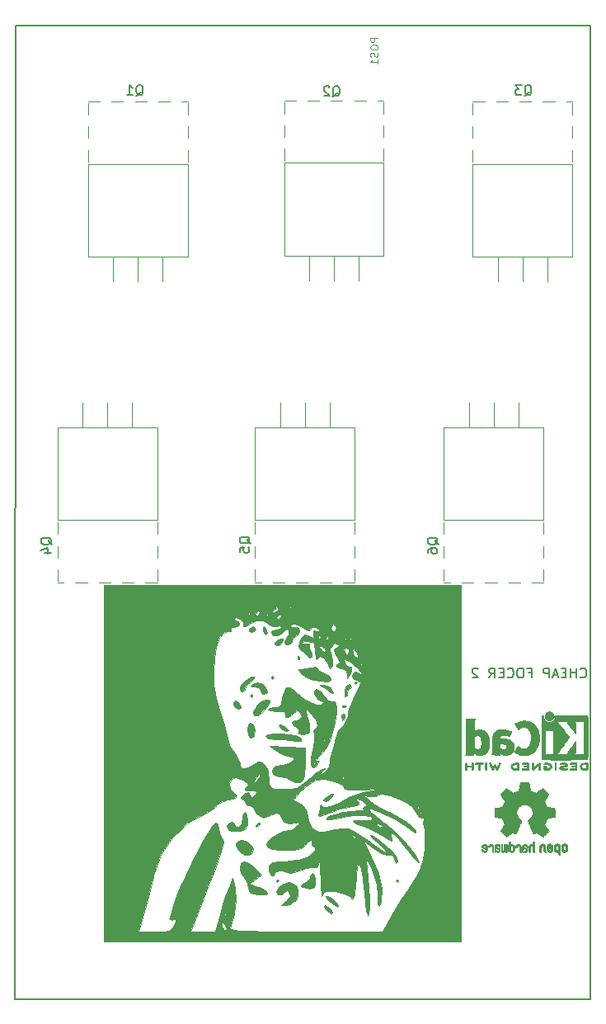
<source format=gbr>
G04 #@! TF.GenerationSoftware,KiCad,Pcbnew,(5.1.5)-3*
G04 #@! TF.CreationDate,2020-08-20T12:00:54-05:00*
G04 #@! TF.ProjectId,Cheap FOCer 2 60mm,43686561-7020-4464-9f43-657220322036,0.9*
G04 #@! TF.SameCoordinates,PX6979f40PYa1135a0*
G04 #@! TF.FileFunction,Legend,Bot*
G04 #@! TF.FilePolarity,Positive*
%FSLAX46Y46*%
G04 Gerber Fmt 4.6, Leading zero omitted, Abs format (unit mm)*
G04 Created by KiCad (PCBNEW (5.1.5)-3) date 2020-08-20 12:00:54*
%MOMM*%
%LPD*%
G04 APERTURE LIST*
%ADD10C,0.150000*%
%ADD11C,0.200000*%
%ADD12C,0.120000*%
%ADD13C,0.010000*%
%ADD14C,0.100000*%
G04 APERTURE END LIST*
D10*
X59100000Y99900000D02*
X25000Y99900000D01*
X0Y0D02*
X59100000Y0D01*
X25000Y99900000D02*
X0Y0D01*
X59100000Y0D02*
X59100000Y99900000D01*
D11*
X58038095Y33042858D02*
X58085714Y32995239D01*
X58228571Y32947620D01*
X58323809Y32947620D01*
X58466666Y32995239D01*
X58561904Y33090477D01*
X58609523Y33185715D01*
X58657142Y33376191D01*
X58657142Y33519048D01*
X58609523Y33709524D01*
X58561904Y33804762D01*
X58466666Y33900000D01*
X58323809Y33947620D01*
X58228571Y33947620D01*
X58085714Y33900000D01*
X58038095Y33852381D01*
X57609523Y32947620D02*
X57609523Y33947620D01*
X57609523Y33471429D02*
X57038095Y33471429D01*
X57038095Y32947620D02*
X57038095Y33947620D01*
X56561904Y33471429D02*
X56228571Y33471429D01*
X56085714Y32947620D02*
X56561904Y32947620D01*
X56561904Y33947620D01*
X56085714Y33947620D01*
X55704761Y33233334D02*
X55228571Y33233334D01*
X55800000Y32947620D02*
X55466666Y33947620D01*
X55133333Y32947620D01*
X54800000Y32947620D02*
X54800000Y33947620D01*
X54419047Y33947620D01*
X54323809Y33900000D01*
X54276190Y33852381D01*
X54228571Y33757143D01*
X54228571Y33614286D01*
X54276190Y33519048D01*
X54323809Y33471429D01*
X54419047Y33423810D01*
X54800000Y33423810D01*
X52704761Y33471429D02*
X53038095Y33471429D01*
X53038095Y32947620D02*
X53038095Y33947620D01*
X52561904Y33947620D01*
X51990476Y33947620D02*
X51800000Y33947620D01*
X51704761Y33900000D01*
X51609523Y33804762D01*
X51561904Y33614286D01*
X51561904Y33280953D01*
X51609523Y33090477D01*
X51704761Y32995239D01*
X51800000Y32947620D01*
X51990476Y32947620D01*
X52085714Y32995239D01*
X52180952Y33090477D01*
X52228571Y33280953D01*
X52228571Y33614286D01*
X52180952Y33804762D01*
X52085714Y33900000D01*
X51990476Y33947620D01*
X50561904Y33042858D02*
X50609523Y32995239D01*
X50752380Y32947620D01*
X50847619Y32947620D01*
X50990476Y32995239D01*
X51085714Y33090477D01*
X51133333Y33185715D01*
X51180952Y33376191D01*
X51180952Y33519048D01*
X51133333Y33709524D01*
X51085714Y33804762D01*
X50990476Y33900000D01*
X50847619Y33947620D01*
X50752380Y33947620D01*
X50609523Y33900000D01*
X50561904Y33852381D01*
X50133333Y33471429D02*
X49800000Y33471429D01*
X49657142Y32947620D02*
X50133333Y32947620D01*
X50133333Y33947620D01*
X49657142Y33947620D01*
X48657142Y32947620D02*
X48990476Y33423810D01*
X49228571Y32947620D02*
X49228571Y33947620D01*
X48847619Y33947620D01*
X48752380Y33900000D01*
X48704761Y33852381D01*
X48657142Y33757143D01*
X48657142Y33614286D01*
X48704761Y33519048D01*
X48752380Y33471429D01*
X48847619Y33423810D01*
X49228571Y33423810D01*
X47514285Y33852381D02*
X47466666Y33900000D01*
X47371428Y33947620D01*
X47133333Y33947620D01*
X47038095Y33900000D01*
X46990476Y33852381D01*
X46942857Y33757143D01*
X46942857Y33661905D01*
X46990476Y33519048D01*
X47561904Y32947620D01*
X46942857Y32947620D01*
D12*
X7495000Y76190000D02*
X17735000Y76190000D01*
X7495000Y85680000D02*
X17735000Y85680000D01*
X7495000Y76190000D02*
X7495000Y85680000D01*
X17735000Y76190000D02*
X17735000Y85680000D01*
X7495000Y92080000D02*
X8695000Y92080000D01*
X9894000Y92080000D02*
X11095000Y92080000D01*
X12295000Y92080000D02*
X13495000Y92080000D01*
X14695000Y92080000D02*
X15895000Y92080000D01*
X17095000Y92080000D02*
X17735000Y92080000D01*
X7495000Y85920000D02*
X7495000Y87120000D01*
X7495000Y88320000D02*
X7495000Y89520000D01*
X7495000Y90720000D02*
X7495000Y91920000D01*
X17735000Y85920000D02*
X17735000Y87120000D01*
X17735000Y88320000D02*
X17735000Y89520000D01*
X17735000Y90720000D02*
X17735000Y91920000D01*
X10075000Y73650000D02*
X10075000Y76190000D01*
X12615000Y73650000D02*
X12615000Y76190000D01*
X15155000Y73650000D02*
X15155000Y76190000D01*
D13*
G36*
X24045251Y38008808D02*
G01*
X23990526Y37935789D01*
X24051139Y37706895D01*
X24242115Y37668421D01*
X24607933Y37808014D01*
X24658947Y37935789D01*
X24467050Y38195505D01*
X24407358Y38203158D01*
X24045251Y38008808D01*
G37*
X24045251Y38008808D02*
X23990526Y37935789D01*
X24051139Y37706895D01*
X24242115Y37668421D01*
X24607933Y37808014D01*
X24658947Y37935789D01*
X24467050Y38195505D01*
X24407358Y38203158D01*
X24045251Y38008808D01*
G36*
X25472667Y37984829D02*
G01*
X25461052Y37802105D01*
X25600975Y37446233D01*
X25720030Y37401052D01*
X25867140Y37597036D01*
X25825108Y37802105D01*
X25635334Y38153899D01*
X25566131Y38203158D01*
X25472667Y37984829D01*
G37*
X25472667Y37984829D02*
X25461052Y37802105D01*
X25600975Y37446233D01*
X25720030Y37401052D01*
X25867140Y37597036D01*
X25825108Y37802105D01*
X25635334Y38153899D01*
X25566131Y38203158D01*
X25472667Y37984829D01*
G36*
X27174443Y36921572D02*
G01*
X27039019Y36852270D01*
X26599159Y36566823D01*
X26633412Y36373408D01*
X26905233Y36245001D01*
X27271844Y36335528D01*
X27413726Y36612810D01*
X27445889Y36965087D01*
X27174443Y36921572D01*
G37*
X27174443Y36921572D02*
X27039019Y36852270D01*
X26599159Y36566823D01*
X26633412Y36373408D01*
X26905233Y36245001D01*
X27271844Y36335528D01*
X27413726Y36612810D01*
X27445889Y36965087D01*
X27174443Y36921572D01*
G36*
X29025965Y35172982D02*
G01*
X28993966Y34855679D01*
X29025965Y34816491D01*
X29184915Y34853193D01*
X29204210Y34994737D01*
X29106384Y35214811D01*
X29025965Y35172982D01*
G37*
X29025965Y35172982D02*
X28993966Y34855679D01*
X29025965Y34816491D01*
X29184915Y34853193D01*
X29204210Y34994737D01*
X29106384Y35214811D01*
X29025965Y35172982D01*
G36*
X26263158Y32989474D02*
G01*
X26396842Y32855789D01*
X26530526Y32989474D01*
X26396842Y33123158D01*
X26263158Y32989474D01*
G37*
X26263158Y32989474D02*
X26396842Y32855789D01*
X26530526Y32989474D01*
X26396842Y33123158D01*
X26263158Y32989474D01*
G36*
X30474210Y34031132D02*
G01*
X29792321Y33882771D01*
X29410184Y33862404D01*
X29119162Y33841801D01*
X29191378Y33643801D01*
X29458734Y33342718D01*
X29945500Y33019358D01*
X30644503Y32768650D01*
X31392592Y32619045D01*
X32026618Y32598990D01*
X32383431Y32736936D01*
X32412631Y32827635D01*
X32190691Y33141298D01*
X31744210Y33390526D01*
X31248112Y33675969D01*
X31075789Y33936663D01*
X30866203Y34103736D01*
X30474210Y34031132D01*
G37*
X30474210Y34031132D02*
X29792321Y33882771D01*
X29410184Y33862404D01*
X29119162Y33841801D01*
X29191378Y33643801D01*
X29458734Y33342718D01*
X29945500Y33019358D01*
X30644503Y32768650D01*
X31392592Y32619045D01*
X32026618Y32598990D01*
X32383431Y32736936D01*
X32412631Y32827635D01*
X32190691Y33141298D01*
X31744210Y33390526D01*
X31248112Y33675969D01*
X31075789Y33936663D01*
X30866203Y34103736D01*
X30474210Y34031132D01*
G36*
X34818947Y32454737D02*
G01*
X34952631Y32321052D01*
X35086316Y32454737D01*
X34952631Y32588421D01*
X34818947Y32454737D01*
G37*
X34818947Y32454737D02*
X34952631Y32321052D01*
X35086316Y32454737D01*
X34952631Y32588421D01*
X34818947Y32454737D01*
G36*
X24239957Y33041147D02*
G01*
X23762034Y32767346D01*
X23307840Y32365659D01*
X23062474Y31975800D01*
X23054737Y31913836D01*
X23201065Y31562004D01*
X23322105Y31518947D01*
X23560856Y31734832D01*
X23589474Y31910593D01*
X23802127Y32331548D01*
X24147110Y32600676D01*
X24519353Y32880391D01*
X24556506Y33047353D01*
X24239957Y33041147D01*
G37*
X24239957Y33041147D02*
X23762034Y32767346D01*
X23307840Y32365659D01*
X23062474Y31975800D01*
X23054737Y31913836D01*
X23201065Y31562004D01*
X23322105Y31518947D01*
X23560856Y31734832D01*
X23589474Y31910593D01*
X23802127Y32331548D01*
X24147110Y32600676D01*
X24519353Y32880391D01*
X24556506Y33047353D01*
X24239957Y33041147D01*
G36*
X24435443Y32329609D02*
G01*
X24173890Y32134011D01*
X24389663Y32067693D01*
X24592105Y32061814D01*
X25077415Y31902626D01*
X25193684Y31652631D01*
X25394856Y31297874D01*
X25569706Y31251579D01*
X25833299Y31448683D01*
X25810727Y31767821D01*
X25441089Y32329289D01*
X24836742Y32472051D01*
X24435443Y32329609D01*
G37*
X24435443Y32329609D02*
X24173890Y32134011D01*
X24389663Y32067693D01*
X24592105Y32061814D01*
X25077415Y31902626D01*
X25193684Y31652631D01*
X25394856Y31297874D01*
X25569706Y31251579D01*
X25833299Y31448683D01*
X25810727Y31767821D01*
X25441089Y32329289D01*
X24836742Y32472051D01*
X24435443Y32329609D01*
G36*
X31253436Y32241285D02*
G01*
X31343158Y32145664D01*
X31868922Y31840790D01*
X32212105Y31576304D01*
X32564987Y31352014D01*
X32675906Y31410666D01*
X32428905Y31948131D01*
X31757224Y32229468D01*
X31610526Y32247395D01*
X31253436Y32241285D01*
G37*
X31253436Y32241285D02*
X31343158Y32145664D01*
X31868922Y31840790D01*
X32212105Y31576304D01*
X32564987Y31352014D01*
X32675906Y31410666D01*
X32428905Y31948131D01*
X31757224Y32229468D01*
X31610526Y32247395D01*
X31253436Y32241285D01*
G36*
X24124210Y31117895D02*
G01*
X24257895Y30984210D01*
X24391579Y31117895D01*
X24257895Y31251579D01*
X24124210Y31117895D01*
G37*
X24124210Y31117895D02*
X24257895Y30984210D01*
X24391579Y31117895D01*
X24257895Y31251579D01*
X24124210Y31117895D01*
G36*
X34038464Y32100560D02*
G01*
X33839118Y31624564D01*
X33801506Y31171281D01*
X33858745Y31053184D01*
X34035271Y31083149D01*
X34048504Y31140175D01*
X34049288Y31580686D01*
X34048504Y31585789D01*
X34218714Y31779998D01*
X34284210Y31786316D01*
X34543809Y31989776D01*
X34551579Y32053684D01*
X34361328Y32313416D01*
X34302228Y32321052D01*
X34038464Y32100560D01*
G37*
X34038464Y32100560D02*
X33839118Y31624564D01*
X33801506Y31171281D01*
X33858745Y31053184D01*
X34035271Y31083149D01*
X34048504Y31140175D01*
X34049288Y31580686D01*
X34048504Y31585789D01*
X34218714Y31779998D01*
X34284210Y31786316D01*
X34543809Y31989776D01*
X34551579Y32053684D01*
X34361328Y32313416D01*
X34302228Y32321052D01*
X34038464Y32100560D01*
G36*
X33571228Y30092982D02*
G01*
X33607930Y29934032D01*
X33749474Y29914737D01*
X33969548Y30012563D01*
X33927719Y30092982D01*
X33610415Y30124981D01*
X33571228Y30092982D01*
G37*
X33571228Y30092982D02*
X33607930Y29934032D01*
X33749474Y29914737D01*
X33969548Y30012563D01*
X33927719Y30092982D01*
X33610415Y30124981D01*
X33571228Y30092982D01*
G36*
X22434422Y30344741D02*
G01*
X22491652Y29978191D01*
X22805623Y29762632D01*
X23136478Y29842986D01*
X23176915Y29896119D01*
X23122149Y30230634D01*
X22949333Y30426003D01*
X22607173Y30577756D01*
X22434422Y30344741D01*
G37*
X22434422Y30344741D02*
X22491652Y29978191D01*
X22805623Y29762632D01*
X23136478Y29842986D01*
X23176915Y29896119D01*
X23122149Y30230634D01*
X22949333Y30426003D01*
X22607173Y30577756D01*
X22434422Y30344741D01*
G36*
X25214386Y30507946D02*
G01*
X24773659Y30056988D01*
X24466052Y29434115D01*
X24480542Y29069400D01*
X24800406Y29047409D01*
X24958349Y29123061D01*
X25420801Y29522303D01*
X25833460Y30042227D01*
X26114791Y30514033D01*
X26071087Y30690849D01*
X25740748Y30716842D01*
X25214386Y30507946D01*
G37*
X25214386Y30507946D02*
X24773659Y30056988D01*
X24466052Y29434115D01*
X24480542Y29069400D01*
X24800406Y29047409D01*
X24958349Y29123061D01*
X25420801Y29522303D01*
X25833460Y30042227D01*
X26114791Y30514033D01*
X26071087Y30690849D01*
X25740748Y30716842D01*
X25214386Y30507946D01*
G36*
X33521320Y29185531D02*
G01*
X33482105Y28994727D01*
X33570218Y28608424D01*
X33801730Y28724226D01*
X33871740Y28826788D01*
X33838210Y29170177D01*
X33753835Y29243620D01*
X33521320Y29185531D01*
G37*
X33521320Y29185531D02*
X33482105Y28994727D01*
X33570218Y28608424D01*
X33801730Y28724226D01*
X33871740Y28826788D01*
X33838210Y29170177D01*
X33753835Y29243620D01*
X33521320Y29185531D01*
G36*
X27071226Y28077088D02*
G01*
X27187953Y27793578D01*
X27581950Y27540028D01*
X27800565Y27508421D01*
X28057700Y27557076D01*
X27883837Y27762634D01*
X27718364Y27887613D01*
X27240993Y28155743D01*
X27071226Y28077088D01*
G37*
X27071226Y28077088D02*
X27187953Y27793578D01*
X27581950Y27540028D01*
X27800565Y27508421D01*
X28057700Y27557076D01*
X27883837Y27762634D01*
X27718364Y27887613D01*
X27240993Y28155743D01*
X27071226Y28077088D01*
G36*
X23925684Y28094018D02*
G01*
X23863641Y27608545D01*
X23947560Y27100187D01*
X24126099Y26838833D01*
X24431777Y26896490D01*
X24555757Y27090422D01*
X24612799Y27664870D01*
X24423051Y28148024D01*
X24132602Y28310526D01*
X23925684Y28094018D01*
G37*
X23925684Y28094018D02*
X23863641Y27608545D01*
X23947560Y27100187D01*
X24126099Y26838833D01*
X24431777Y26896490D01*
X24555757Y27090422D01*
X24612799Y27664870D01*
X24423051Y28148024D01*
X24132602Y28310526D01*
X23925684Y28094018D01*
G36*
X26524713Y27247978D02*
G01*
X25943191Y27154297D01*
X25728421Y26973684D01*
X25949425Y26743774D01*
X26196316Y26699826D01*
X26717910Y26667319D01*
X27547820Y26591032D01*
X28131425Y26529038D01*
X28952632Y26450064D01*
X29336732Y26468202D01*
X29376185Y26606396D01*
X29235003Y26802897D01*
X28828689Y27021120D01*
X28131906Y27173381D01*
X27309100Y27251670D01*
X26524713Y27247978D01*
G37*
X26524713Y27247978D02*
X25943191Y27154297D01*
X25728421Y26973684D01*
X25949425Y26743774D01*
X26196316Y26699826D01*
X26717910Y26667319D01*
X27547820Y26591032D01*
X28131425Y26529038D01*
X28952632Y26450064D01*
X29336732Y26468202D01*
X29376185Y26606396D01*
X29235003Y26802897D01*
X28828689Y27021120D01*
X28131906Y27173381D01*
X27309100Y27251670D01*
X26524713Y27247978D01*
G36*
X27815057Y31951609D02*
G01*
X27526421Y31414035D01*
X27435303Y30984210D01*
X27272190Y30284471D01*
X27012589Y29976112D01*
X26630039Y29914737D01*
X26143869Y29839160D01*
X25995789Y29704560D01*
X26230715Y29574180D01*
X26809344Y29523476D01*
X26942890Y29525809D01*
X27584633Y29488141D01*
X27775629Y29297610D01*
X27753387Y29201249D01*
X27761647Y28893636D01*
X28038114Y28886707D01*
X28424649Y29158389D01*
X28555157Y29313158D01*
X28903585Y29616083D01*
X29216388Y29470138D01*
X29389399Y29030364D01*
X29145506Y28669992D01*
X28787378Y28577895D01*
X28439304Y28440269D01*
X28496573Y28151578D01*
X28820104Y27939967D01*
X29105059Y27687662D01*
X29089008Y27538325D01*
X29124471Y27267099D01*
X29474484Y27129055D01*
X29922413Y27195834D01*
X29999907Y27237092D01*
X30171699Y27400344D01*
X30226035Y27686403D01*
X30154954Y28212208D01*
X29950492Y29094699D01*
X29844875Y29513684D01*
X29816066Y29792812D01*
X30003819Y29700357D01*
X30392309Y29298248D01*
X30878141Y28638822D01*
X31069206Y28103645D01*
X30936296Y27804415D01*
X30790404Y27775789D01*
X30627784Y27566182D01*
X30683626Y27213046D01*
X30724377Y26611123D01*
X30610591Y25784808D01*
X30540368Y25500713D01*
X30380434Y24660623D01*
X30396817Y24041732D01*
X30559554Y23730781D01*
X30838680Y23814512D01*
X31035486Y24067451D01*
X31081305Y24166316D01*
X30808421Y24166316D01*
X30674737Y24032631D01*
X30541052Y24166316D01*
X30674737Y24300000D01*
X30808421Y24166316D01*
X31081305Y24166316D01*
X31197557Y24417152D01*
X31095528Y24445883D01*
X30816515Y24346529D01*
X30842574Y24530675D01*
X31118040Y24887092D01*
X31485827Y25225746D01*
X31894723Y25732843D01*
X32269106Y26506769D01*
X32291587Y26572631D01*
X31877895Y26572631D01*
X31744210Y26438947D01*
X31610526Y26572631D01*
X31744210Y26706316D01*
X31877895Y26572631D01*
X32291587Y26572631D01*
X32586469Y27436531D01*
X32824306Y28411138D01*
X32960110Y29319597D01*
X32971376Y30050915D01*
X32835597Y30494102D01*
X32566218Y30553798D01*
X32149526Y30651801D01*
X31733363Y31096926D01*
X31288914Y31604294D01*
X30907213Y31779209D01*
X30703290Y31603925D01*
X30730951Y31251579D01*
X30999522Y30817062D01*
X31240657Y30716842D01*
X31575972Y30561988D01*
X31610526Y30449474D01*
X31416248Y30204988D01*
X30918474Y30229114D01*
X30244797Y30474068D01*
X29522809Y30892067D01*
X28880103Y31435325D01*
X28827930Y31491574D01*
X28243972Y31975662D01*
X27815057Y31951609D01*
G37*
X27815057Y31951609D02*
X27526421Y31414035D01*
X27435303Y30984210D01*
X27272190Y30284471D01*
X27012589Y29976112D01*
X26630039Y29914737D01*
X26143869Y29839160D01*
X25995789Y29704560D01*
X26230715Y29574180D01*
X26809344Y29523476D01*
X26942890Y29525809D01*
X27584633Y29488141D01*
X27775629Y29297610D01*
X27753387Y29201249D01*
X27761647Y28893636D01*
X28038114Y28886707D01*
X28424649Y29158389D01*
X28555157Y29313158D01*
X28903585Y29616083D01*
X29216388Y29470138D01*
X29389399Y29030364D01*
X29145506Y28669992D01*
X28787378Y28577895D01*
X28439304Y28440269D01*
X28496573Y28151578D01*
X28820104Y27939967D01*
X29105059Y27687662D01*
X29089008Y27538325D01*
X29124471Y27267099D01*
X29474484Y27129055D01*
X29922413Y27195834D01*
X29999907Y27237092D01*
X30171699Y27400344D01*
X30226035Y27686403D01*
X30154954Y28212208D01*
X29950492Y29094699D01*
X29844875Y29513684D01*
X29816066Y29792812D01*
X30003819Y29700357D01*
X30392309Y29298248D01*
X30878141Y28638822D01*
X31069206Y28103645D01*
X30936296Y27804415D01*
X30790404Y27775789D01*
X30627784Y27566182D01*
X30683626Y27213046D01*
X30724377Y26611123D01*
X30610591Y25784808D01*
X30540368Y25500713D01*
X30380434Y24660623D01*
X30396817Y24041732D01*
X30559554Y23730781D01*
X30838680Y23814512D01*
X31035486Y24067451D01*
X31081305Y24166316D01*
X30808421Y24166316D01*
X30674737Y24032631D01*
X30541052Y24166316D01*
X30674737Y24300000D01*
X30808421Y24166316D01*
X31081305Y24166316D01*
X31197557Y24417152D01*
X31095528Y24445883D01*
X30816515Y24346529D01*
X30842574Y24530675D01*
X31118040Y24887092D01*
X31485827Y25225746D01*
X31894723Y25732843D01*
X32269106Y26506769D01*
X32291587Y26572631D01*
X31877895Y26572631D01*
X31744210Y26438947D01*
X31610526Y26572631D01*
X31744210Y26706316D01*
X31877895Y26572631D01*
X32291587Y26572631D01*
X32586469Y27436531D01*
X32824306Y28411138D01*
X32960110Y29319597D01*
X32971376Y30050915D01*
X32835597Y30494102D01*
X32566218Y30553798D01*
X32149526Y30651801D01*
X31733363Y31096926D01*
X31288914Y31604294D01*
X30907213Y31779209D01*
X30703290Y31603925D01*
X30730951Y31251579D01*
X30999522Y30817062D01*
X31240657Y30716842D01*
X31575972Y30561988D01*
X31610526Y30449474D01*
X31416248Y30204988D01*
X30918474Y30229114D01*
X30244797Y30474068D01*
X29522809Y30892067D01*
X28880103Y31435325D01*
X28827930Y31491574D01*
X28243972Y31975662D01*
X27815057Y31951609D01*
G36*
X27004883Y25380617D02*
G01*
X27675558Y25022957D01*
X28207313Y24840672D01*
X28274883Y24834737D01*
X28644310Y24742758D01*
X28613146Y24526101D01*
X28271024Y24273682D01*
X27707579Y24074419D01*
X27466316Y24032631D01*
X26752351Y23884906D01*
X26442707Y23627543D01*
X26396842Y23364210D01*
X26542002Y22955208D01*
X27059095Y22819500D01*
X27130679Y22817531D01*
X27795436Y22697271D01*
X28186784Y22483321D01*
X28741186Y22189149D01*
X29289129Y22261489D01*
X29576658Y22583973D01*
X29670637Y23086760D01*
X29728949Y23895643D01*
X29738399Y24388709D01*
X29737852Y25770526D01*
X27933663Y25848511D01*
X26129474Y25926497D01*
X27004883Y25380617D01*
G37*
X27004883Y25380617D02*
X27675558Y25022957D01*
X28207313Y24840672D01*
X28274883Y24834737D01*
X28644310Y24742758D01*
X28613146Y24526101D01*
X28271024Y24273682D01*
X27707579Y24074419D01*
X27466316Y24032631D01*
X26752351Y23884906D01*
X26442707Y23627543D01*
X26396842Y23364210D01*
X26542002Y22955208D01*
X27059095Y22819500D01*
X27130679Y22817531D01*
X27795436Y22697271D01*
X28186784Y22483321D01*
X28741186Y22189149D01*
X29289129Y22261489D01*
X29576658Y22583973D01*
X29670637Y23086760D01*
X29728949Y23895643D01*
X29738399Y24388709D01*
X29737852Y25770526D01*
X27933663Y25848511D01*
X26129474Y25926497D01*
X27004883Y25380617D01*
G36*
X32509439Y21011007D02*
G01*
X32212105Y20858577D01*
X31709351Y20527572D01*
X31648896Y20327096D01*
X31845157Y20289474D01*
X32186867Y20473607D01*
X32446736Y20734300D01*
X32663603Y21030706D01*
X32509439Y21011007D01*
G37*
X32509439Y21011007D02*
X32212105Y20858577D01*
X31709351Y20527572D01*
X31648896Y20327096D01*
X31845157Y20289474D01*
X32186867Y20473607D01*
X32446736Y20734300D01*
X32663603Y21030706D01*
X32509439Y21011007D01*
G36*
X24967626Y18042373D02*
G01*
X24682847Y17793832D01*
X24658947Y17733694D01*
X24785834Y17623803D01*
X25050010Y17870042D01*
X25085531Y17924468D01*
X25117044Y18107427D01*
X24967626Y18042373D01*
G37*
X24967626Y18042373D02*
X24682847Y17793832D01*
X24658947Y17733694D01*
X24785834Y17623803D01*
X25050010Y17870042D01*
X25085531Y17924468D01*
X25117044Y18107427D01*
X24967626Y18042373D01*
G36*
X23386740Y18991682D02*
G01*
X23322105Y18567358D01*
X23211234Y18037946D01*
X22961072Y17694775D01*
X22695292Y17659815D01*
X22580341Y17835820D01*
X22301949Y18124667D01*
X21942424Y18101190D01*
X21756581Y17806347D01*
X21765132Y17704787D01*
X21927663Y17336738D01*
X22314886Y17205672D01*
X23068007Y17266815D01*
X23121579Y17274675D01*
X23625897Y17425150D01*
X23826977Y17789618D01*
X23856842Y18301970D01*
X23788483Y18913407D01*
X23620797Y19213691D01*
X23589474Y19220000D01*
X23386740Y18991682D01*
G37*
X23386740Y18991682D02*
X23322105Y18567358D01*
X23211234Y18037946D01*
X22961072Y17694775D01*
X22695292Y17659815D01*
X22580341Y17835820D01*
X22301949Y18124667D01*
X21942424Y18101190D01*
X21756581Y17806347D01*
X21765132Y17704787D01*
X21927663Y17336738D01*
X22314886Y17205672D01*
X23068007Y17266815D01*
X23121579Y17274675D01*
X23625897Y17425150D01*
X23826977Y17789618D01*
X23856842Y18301970D01*
X23788483Y18913407D01*
X23620797Y19213691D01*
X23589474Y19220000D01*
X23386740Y18991682D01*
G36*
X22926551Y16182346D02*
G01*
X22658625Y15910032D01*
X22730676Y15583034D01*
X22931147Y15276198D01*
X23483342Y14758690D01*
X24027705Y14754762D01*
X24339073Y15012524D01*
X24400299Y15419229D01*
X24112472Y15852896D01*
X23636665Y16180128D01*
X23133951Y16267527D01*
X22926551Y16182346D01*
G37*
X22926551Y16182346D02*
X22658625Y15910032D01*
X22730676Y15583034D01*
X22931147Y15276198D01*
X23483342Y14758690D01*
X24027705Y14754762D01*
X24339073Y15012524D01*
X24400299Y15419229D01*
X24112472Y15852896D01*
X23636665Y16180128D01*
X23133951Y16267527D01*
X22926551Y16182346D01*
G36*
X26797895Y12134737D02*
G01*
X26931579Y12001052D01*
X27065263Y12134737D01*
X26931579Y12268421D01*
X26797895Y12134737D01*
G37*
X26797895Y12134737D02*
X26931579Y12001052D01*
X27065263Y12134737D01*
X26931579Y12268421D01*
X26797895Y12134737D01*
G36*
X39096842Y12134737D02*
G01*
X39230526Y12001052D01*
X39364210Y12134737D01*
X39230526Y12268421D01*
X39096842Y12134737D01*
G37*
X39096842Y12134737D02*
X39230526Y12001052D01*
X39364210Y12134737D01*
X39230526Y12268421D01*
X39096842Y12134737D01*
G36*
X30541052Y12936842D02*
G01*
X30291953Y12548717D01*
X30273684Y12404343D01*
X30050645Y12039700D01*
X29718798Y11860973D01*
X29332967Y11651192D01*
X29440506Y11465141D01*
X30000680Y11352573D01*
X30141934Y11344149D01*
X30598754Y11394635D01*
X30780753Y11704375D01*
X30808421Y12208529D01*
X30741466Y12785455D01*
X30566428Y12949296D01*
X30541052Y12936842D01*
G37*
X30541052Y12936842D02*
X30291953Y12548717D01*
X30273684Y12404343D01*
X30050645Y12039700D01*
X29718798Y11860973D01*
X29332967Y11651192D01*
X29440506Y11465141D01*
X30000680Y11352573D01*
X30141934Y11344149D01*
X30598754Y11394635D01*
X30780753Y11704375D01*
X30808421Y12208529D01*
X30741466Y12785455D01*
X30566428Y12949296D01*
X30541052Y12936842D01*
G36*
X23153664Y13930562D02*
G01*
X23059012Y13442916D01*
X23187702Y12888064D01*
X23439918Y12548961D01*
X23763103Y12050947D01*
X23907813Y11513592D01*
X24034808Y11038419D01*
X24378164Y10808319D01*
X25041692Y10712019D01*
X25691078Y10684157D01*
X25902650Y10773251D01*
X25767584Y11018072D01*
X25765988Y11019997D01*
X25265266Y11382583D01*
X24721385Y11593991D01*
X24003651Y11774130D01*
X24643042Y12256423D01*
X25282432Y12738716D01*
X24581790Y13439358D01*
X24012031Y13904347D01*
X23524462Y14134622D01*
X23467942Y14140000D01*
X23153664Y13930562D01*
G37*
X23153664Y13930562D02*
X23059012Y13442916D01*
X23187702Y12888064D01*
X23439918Y12548961D01*
X23763103Y12050947D01*
X23907813Y11513592D01*
X24034808Y11038419D01*
X24378164Y10808319D01*
X25041692Y10712019D01*
X25691078Y10684157D01*
X25902650Y10773251D01*
X25767584Y11018072D01*
X25765988Y11019997D01*
X25265266Y11382583D01*
X24721385Y11593991D01*
X24003651Y11774130D01*
X24643042Y12256423D01*
X25282432Y12738716D01*
X24581790Y13439358D01*
X24012031Y13904347D01*
X23524462Y14134622D01*
X23467942Y14140000D01*
X23153664Y13930562D01*
G36*
X27592644Y11821406D02*
G01*
X27056084Y11437110D01*
X26799685Y11002412D01*
X26797895Y10968946D01*
X26983084Y10703683D01*
X27363612Y10705927D01*
X27676915Y10967012D01*
X27691048Y10998421D01*
X27875264Y11168811D01*
X28112843Y10931579D01*
X28224326Y10537439D01*
X27901275Y10117999D01*
X27836209Y10062631D01*
X27273391Y9594737D01*
X27837748Y9594737D01*
X28287944Y9707642D01*
X28402105Y9877884D01*
X28559589Y10047269D01*
X28638900Y10014685D01*
X28855918Y10094843D01*
X28991198Y10509618D01*
X29013983Y11061326D01*
X28893512Y11552284D01*
X28881607Y11574510D01*
X28452582Y11937322D01*
X28188293Y11992549D01*
X27592644Y11821406D01*
G37*
X27592644Y11821406D02*
X27056084Y11437110D01*
X26799685Y11002412D01*
X26797895Y10968946D01*
X26983084Y10703683D01*
X27363612Y10705927D01*
X27676915Y10967012D01*
X27691048Y10998421D01*
X27875264Y11168811D01*
X28112843Y10931579D01*
X28224326Y10537439D01*
X27901275Y10117999D01*
X27836209Y10062631D01*
X27273391Y9594737D01*
X27837748Y9594737D01*
X28287944Y9707642D01*
X28402105Y9877884D01*
X28559589Y10047269D01*
X28638900Y10014685D01*
X28855918Y10094843D01*
X28991198Y10509618D01*
X29013983Y11061326D01*
X28893512Y11552284D01*
X28881607Y11574510D01*
X28452582Y11937322D01*
X28188293Y11992549D01*
X27592644Y11821406D01*
G36*
X31886297Y10496296D02*
G01*
X32087852Y10191835D01*
X32564033Y9775259D01*
X32590040Y9756137D01*
X33051011Y9482912D01*
X33178331Y9564259D01*
X33168564Y9599571D01*
X32931563Y9939177D01*
X32529317Y10288193D01*
X32129041Y10529682D01*
X31897950Y10546706D01*
X31886297Y10496296D01*
G37*
X31886297Y10496296D02*
X32087852Y10191835D01*
X32564033Y9775259D01*
X32590040Y9756137D01*
X33051011Y9482912D01*
X33178331Y9564259D01*
X33168564Y9599571D01*
X32931563Y9939177D01*
X32529317Y10288193D01*
X32129041Y10529682D01*
X31897950Y10546706D01*
X31886297Y10496296D01*
G36*
X31730924Y9433737D02*
G01*
X31877895Y9193684D01*
X32280480Y8856665D01*
X32478107Y8792631D01*
X32559602Y8953631D01*
X32412631Y9193684D01*
X32010046Y9530703D01*
X31812419Y9594737D01*
X31730924Y9433737D01*
G37*
X31730924Y9433737D02*
X31877895Y9193684D01*
X32280480Y8856665D01*
X32478107Y8792631D01*
X32559602Y8953631D01*
X32412631Y9193684D01*
X32010046Y9530703D01*
X31812419Y9594737D01*
X31730924Y9433737D01*
G36*
X9151579Y5851579D02*
G01*
X45781052Y5851579D01*
X45781052Y16435337D01*
X42079149Y16435337D01*
X42006570Y15395707D01*
X41855233Y14366067D01*
X41638875Y13523449D01*
X41588103Y13390760D01*
X41181335Y12579558D01*
X40613077Y11637923D01*
X40313989Y11198947D01*
X39690972Y10274863D01*
X39003161Y9172659D01*
X38585728Y8458421D01*
X37720755Y6921052D01*
X29824404Y6921052D01*
X27476215Y6925596D01*
X25616865Y6940539D01*
X24200522Y6967854D01*
X23181355Y7009510D01*
X22513532Y7067479D01*
X22151222Y7143731D01*
X22055981Y7233291D01*
X21686712Y7233291D01*
X21647457Y6999480D01*
X21450526Y7054737D01*
X21217888Y7436300D01*
X21187252Y7672095D01*
X21230520Y7971314D01*
X21415356Y7776961D01*
X21450526Y7723158D01*
X21686712Y7233291D01*
X22055981Y7233291D01*
X22048593Y7240238D01*
X22052258Y7255263D01*
X22462965Y8658947D01*
X21717895Y8658947D01*
X21584210Y8525263D01*
X21450526Y8658947D01*
X21584210Y8792631D01*
X21717895Y8658947D01*
X22462965Y8658947D01*
X22502037Y8792482D01*
X22692162Y10215289D01*
X22602908Y11350800D01*
X22342305Y12402105D01*
X21941233Y11466316D01*
X21660168Y10711171D01*
X21328021Y9677406D01*
X21054608Y8725789D01*
X20569055Y6921052D01*
X18015057Y6921052D01*
X19092107Y9661579D01*
X19899922Y11736902D01*
X20514646Y13366731D01*
X20951205Y14598188D01*
X21224522Y15478396D01*
X21349524Y16054480D01*
X21341133Y16373562D01*
X21250000Y16474913D01*
X21012538Y16796368D01*
X20915789Y17392982D01*
X20823189Y17975636D01*
X20581579Y18085366D01*
X20289037Y17799557D01*
X19837608Y17143553D01*
X19294590Y16231703D01*
X18727282Y15178355D01*
X18202985Y14097858D01*
X18102192Y13872631D01*
X17704320Y13021332D01*
X17303082Y12238151D01*
X17284519Y12204478D01*
X17004378Y11610654D01*
X16660651Y10763312D01*
X16314226Y9829736D01*
X16025993Y8977204D01*
X15856844Y8372999D01*
X15835789Y8224429D01*
X16034070Y8114780D01*
X16245691Y8164603D01*
X16504356Y8207523D01*
X16477335Y7951901D01*
X16336458Y7621474D01*
X16114371Y7234652D01*
X15797294Y7024297D01*
X15235514Y6937435D01*
X14356939Y6921052D01*
X12696553Y6921052D01*
X13332727Y9260526D01*
X13654138Y10459018D01*
X13951551Y11596712D01*
X14173909Y12477444D01*
X14220584Y12671736D01*
X14972914Y14763652D01*
X16167116Y16563273D01*
X17778435Y18039463D01*
X19144714Y18865406D01*
X19932521Y19303811D01*
X20518969Y19706711D01*
X20722532Y19911575D01*
X21108405Y20198417D01*
X21774366Y20425027D01*
X21858847Y20442162D01*
X22556986Y20648386D01*
X22770926Y20895392D01*
X22477575Y21150518D01*
X22386316Y21188266D01*
X22051741Y21556960D01*
X22019731Y22126624D01*
X22274636Y22610846D01*
X22669703Y22739042D01*
X23332354Y22516361D01*
X23400898Y22482723D01*
X23864626Y22187005D01*
X23956656Y21981726D01*
X23913631Y21957175D01*
X23642847Y21730317D01*
X23605710Y21463266D01*
X23790000Y21390609D01*
X24204206Y21402369D01*
X24491159Y21390609D01*
X24829106Y21306359D01*
X24718360Y21032612D01*
X24637434Y20931973D01*
X24345083Y20645481D01*
X24184608Y20795803D01*
X24130804Y20939097D01*
X23965312Y21223420D01*
X23676041Y21135994D01*
X23449792Y20973522D01*
X23168185Y20677526D01*
X23255263Y20565345D01*
X23557774Y20343701D01*
X23589474Y20185497D01*
X23805033Y19888998D01*
X24050919Y19851286D01*
X24444520Y19715818D01*
X24518813Y19532657D01*
X24721036Y19105820D01*
X25024555Y18811803D01*
X25471432Y18589653D01*
X25923346Y18717501D01*
X26149113Y18856402D01*
X26785706Y19109328D01*
X27212605Y18959583D01*
X27332631Y18564405D01*
X27559218Y18164803D01*
X28115881Y17976210D01*
X28771885Y18049346D01*
X29155845Y18136123D01*
X29099084Y17951044D01*
X28968850Y17788040D01*
X28506091Y17427136D01*
X28225032Y17348421D01*
X27602634Y17213329D01*
X26888752Y16877328D01*
X26247080Y16444329D01*
X25841310Y16018245D01*
X25781050Y15796998D01*
X25947738Y15530665D01*
X26396546Y15369495D01*
X27239290Y15279354D01*
X27527717Y15263768D01*
X28498098Y15246613D01*
X29099740Y15334388D01*
X29494112Y15562584D01*
X29656557Y15731663D01*
X30059482Y16110716D01*
X30380600Y16280606D01*
X30488912Y16192495D01*
X30407368Y16011579D01*
X30428567Y15765203D01*
X30525273Y15744210D01*
X30774043Y15526960D01*
X30808421Y15329515D01*
X30566012Y14934896D01*
X29936440Y14566005D01*
X29066190Y14282706D01*
X28101743Y14144864D01*
X27897823Y14140000D01*
X27103488Y14100235D01*
X26494380Y14002134D01*
X26418709Y13977710D01*
X26077224Y13616314D01*
X26013503Y13084344D01*
X26261847Y12670286D01*
X26263158Y12669474D01*
X26510244Y12674321D01*
X26530526Y12758773D01*
X26747211Y13083746D01*
X27246010Y13196790D01*
X27800042Y13049884D01*
X27827617Y13033303D01*
X28309347Y12890218D01*
X28935123Y13071262D01*
X29167252Y13185098D01*
X29881784Y13444685D01*
X30482654Y13486713D01*
X30535497Y13473342D01*
X30921204Y13469737D01*
X31114561Y13860279D01*
X31150495Y14061145D01*
X31205950Y14148323D01*
X31263623Y13775276D01*
X31315038Y13016413D01*
X31339508Y12402105D01*
X31383599Y11425861D01*
X31439552Y10770284D01*
X31498613Y10518293D01*
X31530862Y10589840D01*
X31651361Y10944000D01*
X31929988Y11086440D01*
X32518500Y11064618D01*
X32898135Y11017413D01*
X33735501Y10824461D01*
X34305473Y10537621D01*
X34409324Y10423363D01*
X34607041Y10212697D01*
X34753909Y10436496D01*
X34845585Y10797895D01*
X34966746Y11590465D01*
X35045743Y12555384D01*
X35054682Y12789789D01*
X35105420Y13503166D01*
X35225551Y13755663D01*
X35404918Y13660976D01*
X35563475Y13256596D01*
X35706475Y12450926D01*
X35812696Y11377383D01*
X35838675Y10933818D01*
X35921169Y9807790D01*
X36039058Y8984053D01*
X36176443Y8560748D01*
X36228819Y8525263D01*
X36320548Y8770065D01*
X36362363Y9419793D01*
X36358949Y10347431D01*
X36314987Y11425964D01*
X36235161Y12528374D01*
X36124155Y13527646D01*
X36021809Y14140000D01*
X36046665Y14290833D01*
X36249915Y14015256D01*
X36537840Y13471579D01*
X37117244Y11719344D01*
X37231835Y10664210D01*
X37262239Y9862994D01*
X37312318Y9542747D01*
X37405524Y9649714D01*
X37523456Y9995789D01*
X37666641Y11328503D01*
X37334451Y12897533D01*
X36576233Y14607895D01*
X36146111Y15425432D01*
X35849461Y16020917D01*
X35744710Y16276601D01*
X35747053Y16278947D01*
X35976162Y16128165D01*
X36483834Y15744170D01*
X36829919Y15472305D01*
X37587416Y14977504D01*
X38179155Y14794925D01*
X38304066Y14811382D01*
X38733171Y14745421D01*
X38948008Y14348024D01*
X39119177Y13968591D01*
X39273811Y14091552D01*
X39288835Y14127261D01*
X39184172Y14547210D01*
X38663160Y15177406D01*
X38268210Y15545268D01*
X37495950Y16189337D01*
X36905543Y16625734D01*
X36549344Y16831100D01*
X36479711Y16782076D01*
X36749002Y16455303D01*
X37192807Y16025059D01*
X37876871Y15362444D01*
X38147837Y15028526D01*
X38014967Y15024048D01*
X37487524Y15349754D01*
X36612212Y15978485D01*
X36175047Y16296355D01*
X35020762Y16296355D01*
X34984190Y16278947D01*
X34740194Y16467169D01*
X34685263Y16546316D01*
X34617132Y16796276D01*
X34653704Y16813684D01*
X34897701Y16625462D01*
X34952631Y16546316D01*
X35020762Y16296355D01*
X36175047Y16296355D01*
X35560922Y16742895D01*
X34792526Y17222163D01*
X34169397Y17461457D01*
X33553908Y17505946D01*
X32808432Y17400799D01*
X32480041Y17334662D01*
X31613962Y17171845D01*
X31100059Y17155209D01*
X30769981Y17308474D01*
X30487634Y17615364D01*
X30126418Y18249242D01*
X30006316Y18760672D01*
X29812152Y19424952D01*
X29345762Y20001329D01*
X28781301Y20284818D01*
X28707457Y20289474D01*
X28600556Y20433088D01*
X28819405Y20797730D01*
X29261579Y21284102D01*
X29824654Y21792905D01*
X30406204Y22224837D01*
X30903806Y22480601D01*
X30990832Y22503174D01*
X31703902Y22527900D01*
X32506575Y22401705D01*
X33222661Y22173599D01*
X33675973Y21892588D01*
X33749474Y21735847D01*
X33865956Y21557469D01*
X34273550Y21466463D01*
X35059471Y21453042D01*
X35955263Y21488288D01*
X36955105Y21535345D01*
X37448246Y21545145D01*
X37461674Y21513924D01*
X37022373Y21437920D01*
X36679071Y21387370D01*
X35681552Y21186860D01*
X34775966Y20911462D01*
X34406439Y20750107D01*
X33229372Y20140056D01*
X32428702Y19784204D01*
X31925390Y19656531D01*
X31640397Y19731017D01*
X31567336Y19815465D01*
X31369688Y19976859D01*
X31326795Y19888421D01*
X31258026Y19406752D01*
X31212675Y19153158D01*
X31161524Y18842622D01*
X31238260Y18728317D01*
X31554532Y18815745D01*
X32221991Y19110404D01*
X32450276Y19214128D01*
X33357428Y19542183D01*
X34235789Y19731212D01*
X34484737Y19748865D01*
X35109507Y19841757D01*
X35357709Y20056308D01*
X35161395Y20312349D01*
X35019474Y20379769D01*
X34902832Y20499161D01*
X35120420Y20535734D01*
X35647613Y20363713D01*
X35888421Y20155789D01*
X36077910Y19831059D01*
X35905379Y19754737D01*
X35728183Y19587613D01*
X35780268Y19446058D01*
X35812119Y19263372D01*
X35658330Y19330645D01*
X35242672Y19377561D01*
X34500566Y19306294D01*
X33617838Y19152017D01*
X32780318Y18949901D01*
X32173830Y18735118D01*
X32024947Y18642953D01*
X31975395Y18459241D01*
X32407942Y18438243D01*
X33295662Y18578847D01*
X33961295Y18723070D01*
X34912173Y18865615D01*
X35779769Y18866009D01*
X36420131Y18737465D01*
X36689304Y18493194D01*
X36690526Y18472577D01*
X36453931Y18370345D01*
X35858482Y18351668D01*
X35554210Y18371372D01*
X34866413Y18378052D01*
X34671894Y18250460D01*
X34955004Y18018443D01*
X35700092Y17711844D01*
X35942111Y17631694D01*
X36852497Y17253962D01*
X37760570Y16751617D01*
X37847539Y16694053D01*
X38423005Y16314835D01*
X38661600Y16229769D01*
X38668400Y16431964D01*
X38616431Y16643605D01*
X38554470Y17034186D01*
X38749540Y16979758D01*
X38906460Y16856363D01*
X39301152Y16454746D01*
X39870567Y15786062D01*
X40340118Y15191199D01*
X40877380Y14527868D01*
X41284302Y14101537D01*
X41457397Y14005117D01*
X41407062Y14302856D01*
X41045456Y14866827D01*
X40455985Y15602463D01*
X39722051Y16415199D01*
X38927060Y17210465D01*
X38294958Y17769419D01*
X37721399Y17769419D01*
X37658355Y17629907D01*
X37508411Y17615789D01*
X37145854Y17809974D01*
X37093472Y17880095D01*
X37136507Y18032029D01*
X37345061Y17985174D01*
X37721399Y17769419D01*
X38294958Y17769419D01*
X38154416Y17893697D01*
X37768017Y18188293D01*
X37012095Y18755295D01*
X36486000Y19215795D01*
X36290501Y19480363D01*
X36294704Y19495831D01*
X36581736Y19497357D01*
X37196294Y19285500D01*
X38007276Y18921835D01*
X38883579Y18467937D01*
X39694099Y17985383D01*
X40081634Y17717207D01*
X40764063Y17250651D01*
X41111488Y17105454D01*
X41092002Y17281354D01*
X40726386Y17722507D01*
X40151273Y18184961D01*
X39295494Y18709284D01*
X38607675Y19057475D01*
X37670579Y19527178D01*
X36838055Y20013942D01*
X36423158Y20307987D01*
X35754737Y20864986D01*
X36480672Y20749773D01*
X37042091Y20759646D01*
X37305997Y20929912D01*
X37557800Y21074674D01*
X38178491Y20960171D01*
X38451641Y20873379D01*
X39550700Y20469227D01*
X40271325Y20094472D01*
X40756039Y19657887D01*
X41074737Y19194332D01*
X41461448Y18712447D01*
X41795839Y18573255D01*
X41829738Y18588174D01*
X41993517Y18601745D01*
X41929742Y18459205D01*
X41874796Y17974967D01*
X41933084Y17836440D01*
X42059233Y17307925D01*
X42079149Y16435337D01*
X45781052Y16435337D01*
X45781052Y19086316D01*
X41770526Y19086316D01*
X41636842Y18952631D01*
X41503158Y19086316D01*
X41636842Y19220000D01*
X41770526Y19086316D01*
X45781052Y19086316D01*
X45781052Y19621052D01*
X41503158Y19621052D01*
X41369474Y19487368D01*
X41235789Y19621052D01*
X41369474Y19754737D01*
X41503158Y19621052D01*
X45781052Y19621052D01*
X45781052Y22695789D01*
X33749474Y22695789D01*
X33651648Y22475715D01*
X33571228Y22517544D01*
X33539229Y22834848D01*
X33571228Y22874035D01*
X33730178Y22837333D01*
X33749474Y22695789D01*
X45781052Y22695789D01*
X45781052Y33127388D01*
X35596221Y33127388D01*
X35412220Y33346112D01*
X35403932Y33357938D01*
X35036729Y33584514D01*
X34848840Y33542685D01*
X34565023Y33187101D01*
X34786053Y32854268D01*
X35078816Y32724485D01*
X35444813Y32481406D01*
X35367693Y32104889D01*
X34799914Y30982289D01*
X34391557Y30082678D01*
X34180524Y29494679D01*
X34173398Y29312567D01*
X34157807Y29014809D01*
X33938454Y28511762D01*
X33632165Y28013070D01*
X33355767Y27728374D01*
X33285317Y27718923D01*
X33121607Y27535754D01*
X32966701Y26985040D01*
X32932723Y26783133D01*
X32748166Y25944684D01*
X32494854Y25244389D01*
X32465787Y25188316D01*
X32271031Y24597124D01*
X32289335Y24235657D01*
X32216587Y23801784D01*
X31887324Y23372744D01*
X31497365Y23111145D01*
X31343158Y23189087D01*
X31550972Y23480100D01*
X31655088Y23497895D01*
X31841069Y23599521D01*
X31801481Y23663431D01*
X31534006Y23585693D01*
X30991765Y23222834D01*
X30292060Y22653368D01*
X30290819Y22652283D01*
X29542870Y22033950D01*
X28928833Y21676119D01*
X28264653Y21524958D01*
X27366277Y21526636D01*
X26623832Y21579780D01*
X26229680Y21708518D01*
X26082027Y22110701D01*
X26074891Y22549730D01*
X25985772Y23091144D01*
X25154821Y23091144D01*
X25098795Y22839421D01*
X24841584Y22454850D01*
X24559135Y22183682D01*
X24490260Y22161052D01*
X24529429Y22350989D01*
X24713402Y22683630D01*
X25007116Y23044625D01*
X25154821Y23091144D01*
X25985772Y23091144D01*
X25923611Y23468773D01*
X25603978Y24022420D01*
X25193487Y24384309D01*
X24862808Y24344041D01*
X24682392Y24206187D01*
X24067874Y23840002D01*
X23656316Y23694316D01*
X23197053Y23677928D01*
X23057513Y24030311D01*
X23054737Y24149908D01*
X22863118Y24793858D01*
X22547981Y25210467D01*
X22105727Y25831315D01*
X21906600Y26388222D01*
X21757749Y27095589D01*
X21561562Y27809519D01*
X21265065Y28706834D01*
X20930242Y29647368D01*
X20592181Y30891203D01*
X20404503Y32255402D01*
X20356935Y33646013D01*
X20439202Y34969085D01*
X20641030Y36130667D01*
X20952147Y37036806D01*
X21362278Y37593552D01*
X21812706Y37717381D01*
X22150564Y37757229D01*
X22118947Y37935789D01*
X22140145Y38155121D01*
X22398589Y38154198D01*
X22850762Y38240704D01*
X22982438Y38403684D01*
X22922383Y38705484D01*
X22809649Y38737895D01*
X22532363Y38934818D01*
X22520000Y39014670D01*
X22698743Y39146750D01*
X23062225Y39001255D01*
X23423479Y38684019D01*
X23447499Y38457111D01*
X23432389Y38230639D01*
X23710191Y38246729D01*
X24108212Y38484965D01*
X24171955Y38542757D01*
X24732322Y38804378D01*
X25408843Y38803549D01*
X25932329Y38551399D01*
X25997794Y38467282D01*
X26397877Y38251137D01*
X26770527Y38273471D01*
X27211215Y38296375D01*
X27332631Y38178127D01*
X27108476Y37981160D01*
X26797895Y37935789D01*
X26364295Y37779165D01*
X26263158Y37559768D01*
X26461547Y37337502D01*
X26912776Y37339748D01*
X27400934Y37533688D01*
X27652304Y37770910D01*
X27906558Y37961112D01*
X28058796Y37779432D01*
X28040929Y37387648D01*
X27924089Y37125152D01*
X27641179Y36596449D01*
X27699037Y36371592D01*
X28001052Y36331579D01*
X28355850Y36530909D01*
X28402105Y36704026D01*
X28617772Y37116779D01*
X28803158Y37230372D01*
X29156955Y37598524D01*
X29204210Y37822319D01*
X29042323Y38133599D01*
X28811720Y38109756D01*
X28381494Y38112607D01*
X28261204Y38214835D01*
X28276792Y38433904D01*
X28629525Y38448662D01*
X29170825Y38278442D01*
X29614670Y38038724D01*
X30101059Y37802772D01*
X30273684Y37905039D01*
X30464220Y38163211D01*
X30866665Y38162362D01*
X31227273Y37906358D01*
X31237555Y37890353D01*
X31251025Y37692530D01*
X30953743Y37760643D01*
X30607664Y37806758D01*
X30600754Y37470794D01*
X30613305Y37421002D01*
X30653411Y37061713D01*
X30400685Y37119484D01*
X30272310Y37196591D01*
X29784913Y37345522D01*
X29432571Y37113774D01*
X29142308Y36618633D01*
X29094473Y36132263D01*
X29300522Y35881488D01*
X29618432Y35647745D01*
X29875119Y35347171D01*
X30226427Y35046485D01*
X30434526Y35066455D01*
X30460130Y35399467D01*
X30343595Y35566510D01*
X30158273Y36038906D01*
X30190662Y36233507D01*
X30170894Y36486759D01*
X29902400Y36439690D01*
X29540611Y36425777D01*
X29471579Y36546684D01*
X29684266Y36733911D01*
X29939474Y36729430D01*
X30449445Y36640959D01*
X30607895Y36619404D01*
X30738067Y36368838D01*
X30808641Y35773649D01*
X30812515Y35596316D01*
X30855533Y34984296D01*
X30982860Y34880716D01*
X31055620Y34971256D01*
X31300375Y35202618D01*
X31619210Y35021135D01*
X31719947Y34923512D01*
X32061209Y34466244D01*
X32145263Y34211729D01*
X32348579Y33936986D01*
X32428685Y33925263D01*
X32576013Y34147086D01*
X32588621Y34673551D01*
X32482200Y35296153D01*
X32293948Y35768237D01*
X31877895Y35768237D01*
X31784678Y35544069D01*
X31480498Y35772631D01*
X31338078Y35936647D01*
X31143001Y36226512D01*
X31354246Y36206905D01*
X31439024Y36175410D01*
X31815667Y35914293D01*
X31877895Y35768237D01*
X32293948Y35768237D01*
X32289075Y35780455D01*
X32303759Y36038029D01*
X32412631Y36064210D01*
X32603238Y36207251D01*
X32573856Y36287017D01*
X32655649Y36482319D01*
X32825445Y36509824D01*
X33173972Y36385981D01*
X33214737Y36287017D01*
X33010008Y36070426D01*
X32947368Y36064210D01*
X32699066Y35886893D01*
X32780092Y35450885D01*
X33122491Y34948947D01*
X33362185Y34576305D01*
X33256175Y34460000D01*
X32952222Y34346891D01*
X33027339Y34110851D01*
X33403720Y33906813D01*
X33548947Y33877017D01*
X34012879Y33660064D01*
X34072535Y33256842D01*
X34055111Y32908354D01*
X34213755Y33044320D01*
X34268968Y33123158D01*
X34517446Y33668175D01*
X34481928Y34049626D01*
X34233247Y34125789D01*
X33928139Y34290237D01*
X33801421Y34584840D01*
X33772055Y34881623D01*
X33937346Y34881758D01*
X34393405Y34565730D01*
X34573031Y34428161D01*
X35154884Y33911755D01*
X35518591Y33462545D01*
X35559950Y33367532D01*
X35596221Y33127388D01*
X45781052Y33127388D01*
X45781052Y34326316D01*
X35621052Y34326316D01*
X35487368Y34192631D01*
X35353684Y34326316D01*
X35487368Y34460000D01*
X35621052Y34326316D01*
X45781052Y34326316D01*
X45781052Y35130568D01*
X35213583Y35130568D01*
X35124328Y34994737D01*
X34829015Y35209272D01*
X34707575Y35434057D01*
X34665238Y35647378D01*
X34284210Y35647378D01*
X34154592Y35370637D01*
X34016842Y35395789D01*
X33759672Y35737609D01*
X33749474Y35812621D01*
X33953407Y36057009D01*
X34016842Y36064210D01*
X34251488Y35846583D01*
X34284210Y35647378D01*
X34665238Y35647378D01*
X34614292Y35904068D01*
X34776727Y35948040D01*
X35074060Y35552373D01*
X35213583Y35130568D01*
X45781052Y35130568D01*
X45781052Y37000000D01*
X34551579Y37000000D01*
X34417895Y36866316D01*
X34284210Y37000000D01*
X34016842Y37000000D01*
X33883158Y36866316D01*
X33749474Y37000000D01*
X33771755Y37022281D01*
X32124155Y37022281D01*
X32074998Y36675500D01*
X31983728Y36671360D01*
X31919902Y37029203D01*
X31948769Y37133684D01*
X31343158Y37133684D01*
X31245332Y36913610D01*
X31164912Y36955438D01*
X31132913Y37272742D01*
X31164912Y37311930D01*
X31323862Y37275228D01*
X31343158Y37133684D01*
X31948769Y37133684D01*
X31962620Y37183816D01*
X32081340Y37285090D01*
X32124155Y37022281D01*
X33771755Y37022281D01*
X33883158Y37133684D01*
X34016842Y37000000D01*
X34284210Y37000000D01*
X34417895Y37133684D01*
X34551579Y37000000D01*
X45781052Y37000000D01*
X45781052Y38069474D01*
X32947368Y38069474D01*
X32802997Y37713668D01*
X32680000Y37668421D01*
X32442796Y37884978D01*
X32412631Y38069474D01*
X32557003Y38425279D01*
X32680000Y38470526D01*
X32917204Y38253969D01*
X32947368Y38069474D01*
X45781052Y38069474D01*
X45781052Y39288411D01*
X27332631Y39288411D01*
X27138546Y39016144D01*
X27065263Y39005263D01*
X26804846Y39096485D01*
X26797895Y39123168D01*
X26985249Y39351439D01*
X27065263Y39406316D01*
X25995789Y39406316D01*
X25862105Y39272631D01*
X25728421Y39406316D01*
X25862105Y39540000D01*
X25995789Y39406316D01*
X27065263Y39406316D01*
X27311639Y39385117D01*
X27332631Y39288411D01*
X45781052Y39288411D01*
X45781052Y40208421D01*
X28402105Y40208421D01*
X28268421Y40074737D01*
X28142813Y40200345D01*
X27028778Y40200345D01*
X26976218Y39953933D01*
X26790152Y39796925D01*
X26359530Y39564798D01*
X26340822Y39643568D01*
X25101777Y39643568D01*
X25060000Y39540000D01*
X24819741Y39284935D01*
X24776852Y39272631D01*
X24662013Y39479492D01*
X24658947Y39540000D01*
X24124210Y39540000D01*
X24026384Y39319925D01*
X23945965Y39361754D01*
X23913966Y39679058D01*
X23945965Y39718245D01*
X24104915Y39681544D01*
X24124210Y39540000D01*
X24658947Y39540000D01*
X24864487Y39797094D01*
X24942095Y39807368D01*
X25101777Y39643568D01*
X26340822Y39643568D01*
X26332902Y39676915D01*
X26535889Y39947514D01*
X26875949Y40214007D01*
X27028778Y40200345D01*
X28142813Y40200345D01*
X28134737Y40208421D01*
X28268421Y40342105D01*
X28402105Y40208421D01*
X45781052Y40208421D01*
X45781052Y42481052D01*
X9151579Y42481052D01*
X9151579Y5851579D01*
G37*
X9151579Y5851579D02*
X45781052Y5851579D01*
X45781052Y16435337D01*
X42079149Y16435337D01*
X42006570Y15395707D01*
X41855233Y14366067D01*
X41638875Y13523449D01*
X41588103Y13390760D01*
X41181335Y12579558D01*
X40613077Y11637923D01*
X40313989Y11198947D01*
X39690972Y10274863D01*
X39003161Y9172659D01*
X38585728Y8458421D01*
X37720755Y6921052D01*
X29824404Y6921052D01*
X27476215Y6925596D01*
X25616865Y6940539D01*
X24200522Y6967854D01*
X23181355Y7009510D01*
X22513532Y7067479D01*
X22151222Y7143731D01*
X22055981Y7233291D01*
X21686712Y7233291D01*
X21647457Y6999480D01*
X21450526Y7054737D01*
X21217888Y7436300D01*
X21187252Y7672095D01*
X21230520Y7971314D01*
X21415356Y7776961D01*
X21450526Y7723158D01*
X21686712Y7233291D01*
X22055981Y7233291D01*
X22048593Y7240238D01*
X22052258Y7255263D01*
X22462965Y8658947D01*
X21717895Y8658947D01*
X21584210Y8525263D01*
X21450526Y8658947D01*
X21584210Y8792631D01*
X21717895Y8658947D01*
X22462965Y8658947D01*
X22502037Y8792482D01*
X22692162Y10215289D01*
X22602908Y11350800D01*
X22342305Y12402105D01*
X21941233Y11466316D01*
X21660168Y10711171D01*
X21328021Y9677406D01*
X21054608Y8725789D01*
X20569055Y6921052D01*
X18015057Y6921052D01*
X19092107Y9661579D01*
X19899922Y11736902D01*
X20514646Y13366731D01*
X20951205Y14598188D01*
X21224522Y15478396D01*
X21349524Y16054480D01*
X21341133Y16373562D01*
X21250000Y16474913D01*
X21012538Y16796368D01*
X20915789Y17392982D01*
X20823189Y17975636D01*
X20581579Y18085366D01*
X20289037Y17799557D01*
X19837608Y17143553D01*
X19294590Y16231703D01*
X18727282Y15178355D01*
X18202985Y14097858D01*
X18102192Y13872631D01*
X17704320Y13021332D01*
X17303082Y12238151D01*
X17284519Y12204478D01*
X17004378Y11610654D01*
X16660651Y10763312D01*
X16314226Y9829736D01*
X16025993Y8977204D01*
X15856844Y8372999D01*
X15835789Y8224429D01*
X16034070Y8114780D01*
X16245691Y8164603D01*
X16504356Y8207523D01*
X16477335Y7951901D01*
X16336458Y7621474D01*
X16114371Y7234652D01*
X15797294Y7024297D01*
X15235514Y6937435D01*
X14356939Y6921052D01*
X12696553Y6921052D01*
X13332727Y9260526D01*
X13654138Y10459018D01*
X13951551Y11596712D01*
X14173909Y12477444D01*
X14220584Y12671736D01*
X14972914Y14763652D01*
X16167116Y16563273D01*
X17778435Y18039463D01*
X19144714Y18865406D01*
X19932521Y19303811D01*
X20518969Y19706711D01*
X20722532Y19911575D01*
X21108405Y20198417D01*
X21774366Y20425027D01*
X21858847Y20442162D01*
X22556986Y20648386D01*
X22770926Y20895392D01*
X22477575Y21150518D01*
X22386316Y21188266D01*
X22051741Y21556960D01*
X22019731Y22126624D01*
X22274636Y22610846D01*
X22669703Y22739042D01*
X23332354Y22516361D01*
X23400898Y22482723D01*
X23864626Y22187005D01*
X23956656Y21981726D01*
X23913631Y21957175D01*
X23642847Y21730317D01*
X23605710Y21463266D01*
X23790000Y21390609D01*
X24204206Y21402369D01*
X24491159Y21390609D01*
X24829106Y21306359D01*
X24718360Y21032612D01*
X24637434Y20931973D01*
X24345083Y20645481D01*
X24184608Y20795803D01*
X24130804Y20939097D01*
X23965312Y21223420D01*
X23676041Y21135994D01*
X23449792Y20973522D01*
X23168185Y20677526D01*
X23255263Y20565345D01*
X23557774Y20343701D01*
X23589474Y20185497D01*
X23805033Y19888998D01*
X24050919Y19851286D01*
X24444520Y19715818D01*
X24518813Y19532657D01*
X24721036Y19105820D01*
X25024555Y18811803D01*
X25471432Y18589653D01*
X25923346Y18717501D01*
X26149113Y18856402D01*
X26785706Y19109328D01*
X27212605Y18959583D01*
X27332631Y18564405D01*
X27559218Y18164803D01*
X28115881Y17976210D01*
X28771885Y18049346D01*
X29155845Y18136123D01*
X29099084Y17951044D01*
X28968850Y17788040D01*
X28506091Y17427136D01*
X28225032Y17348421D01*
X27602634Y17213329D01*
X26888752Y16877328D01*
X26247080Y16444329D01*
X25841310Y16018245D01*
X25781050Y15796998D01*
X25947738Y15530665D01*
X26396546Y15369495D01*
X27239290Y15279354D01*
X27527717Y15263768D01*
X28498098Y15246613D01*
X29099740Y15334388D01*
X29494112Y15562584D01*
X29656557Y15731663D01*
X30059482Y16110716D01*
X30380600Y16280606D01*
X30488912Y16192495D01*
X30407368Y16011579D01*
X30428567Y15765203D01*
X30525273Y15744210D01*
X30774043Y15526960D01*
X30808421Y15329515D01*
X30566012Y14934896D01*
X29936440Y14566005D01*
X29066190Y14282706D01*
X28101743Y14144864D01*
X27897823Y14140000D01*
X27103488Y14100235D01*
X26494380Y14002134D01*
X26418709Y13977710D01*
X26077224Y13616314D01*
X26013503Y13084344D01*
X26261847Y12670286D01*
X26263158Y12669474D01*
X26510244Y12674321D01*
X26530526Y12758773D01*
X26747211Y13083746D01*
X27246010Y13196790D01*
X27800042Y13049884D01*
X27827617Y13033303D01*
X28309347Y12890218D01*
X28935123Y13071262D01*
X29167252Y13185098D01*
X29881784Y13444685D01*
X30482654Y13486713D01*
X30535497Y13473342D01*
X30921204Y13469737D01*
X31114561Y13860279D01*
X31150495Y14061145D01*
X31205950Y14148323D01*
X31263623Y13775276D01*
X31315038Y13016413D01*
X31339508Y12402105D01*
X31383599Y11425861D01*
X31439552Y10770284D01*
X31498613Y10518293D01*
X31530862Y10589840D01*
X31651361Y10944000D01*
X31929988Y11086440D01*
X32518500Y11064618D01*
X32898135Y11017413D01*
X33735501Y10824461D01*
X34305473Y10537621D01*
X34409324Y10423363D01*
X34607041Y10212697D01*
X34753909Y10436496D01*
X34845585Y10797895D01*
X34966746Y11590465D01*
X35045743Y12555384D01*
X35054682Y12789789D01*
X35105420Y13503166D01*
X35225551Y13755663D01*
X35404918Y13660976D01*
X35563475Y13256596D01*
X35706475Y12450926D01*
X35812696Y11377383D01*
X35838675Y10933818D01*
X35921169Y9807790D01*
X36039058Y8984053D01*
X36176443Y8560748D01*
X36228819Y8525263D01*
X36320548Y8770065D01*
X36362363Y9419793D01*
X36358949Y10347431D01*
X36314987Y11425964D01*
X36235161Y12528374D01*
X36124155Y13527646D01*
X36021809Y14140000D01*
X36046665Y14290833D01*
X36249915Y14015256D01*
X36537840Y13471579D01*
X37117244Y11719344D01*
X37231835Y10664210D01*
X37262239Y9862994D01*
X37312318Y9542747D01*
X37405524Y9649714D01*
X37523456Y9995789D01*
X37666641Y11328503D01*
X37334451Y12897533D01*
X36576233Y14607895D01*
X36146111Y15425432D01*
X35849461Y16020917D01*
X35744710Y16276601D01*
X35747053Y16278947D01*
X35976162Y16128165D01*
X36483834Y15744170D01*
X36829919Y15472305D01*
X37587416Y14977504D01*
X38179155Y14794925D01*
X38304066Y14811382D01*
X38733171Y14745421D01*
X38948008Y14348024D01*
X39119177Y13968591D01*
X39273811Y14091552D01*
X39288835Y14127261D01*
X39184172Y14547210D01*
X38663160Y15177406D01*
X38268210Y15545268D01*
X37495950Y16189337D01*
X36905543Y16625734D01*
X36549344Y16831100D01*
X36479711Y16782076D01*
X36749002Y16455303D01*
X37192807Y16025059D01*
X37876871Y15362444D01*
X38147837Y15028526D01*
X38014967Y15024048D01*
X37487524Y15349754D01*
X36612212Y15978485D01*
X36175047Y16296355D01*
X35020762Y16296355D01*
X34984190Y16278947D01*
X34740194Y16467169D01*
X34685263Y16546316D01*
X34617132Y16796276D01*
X34653704Y16813684D01*
X34897701Y16625462D01*
X34952631Y16546316D01*
X35020762Y16296355D01*
X36175047Y16296355D01*
X35560922Y16742895D01*
X34792526Y17222163D01*
X34169397Y17461457D01*
X33553908Y17505946D01*
X32808432Y17400799D01*
X32480041Y17334662D01*
X31613962Y17171845D01*
X31100059Y17155209D01*
X30769981Y17308474D01*
X30487634Y17615364D01*
X30126418Y18249242D01*
X30006316Y18760672D01*
X29812152Y19424952D01*
X29345762Y20001329D01*
X28781301Y20284818D01*
X28707457Y20289474D01*
X28600556Y20433088D01*
X28819405Y20797730D01*
X29261579Y21284102D01*
X29824654Y21792905D01*
X30406204Y22224837D01*
X30903806Y22480601D01*
X30990832Y22503174D01*
X31703902Y22527900D01*
X32506575Y22401705D01*
X33222661Y22173599D01*
X33675973Y21892588D01*
X33749474Y21735847D01*
X33865956Y21557469D01*
X34273550Y21466463D01*
X35059471Y21453042D01*
X35955263Y21488288D01*
X36955105Y21535345D01*
X37448246Y21545145D01*
X37461674Y21513924D01*
X37022373Y21437920D01*
X36679071Y21387370D01*
X35681552Y21186860D01*
X34775966Y20911462D01*
X34406439Y20750107D01*
X33229372Y20140056D01*
X32428702Y19784204D01*
X31925390Y19656531D01*
X31640397Y19731017D01*
X31567336Y19815465D01*
X31369688Y19976859D01*
X31326795Y19888421D01*
X31258026Y19406752D01*
X31212675Y19153158D01*
X31161524Y18842622D01*
X31238260Y18728317D01*
X31554532Y18815745D01*
X32221991Y19110404D01*
X32450276Y19214128D01*
X33357428Y19542183D01*
X34235789Y19731212D01*
X34484737Y19748865D01*
X35109507Y19841757D01*
X35357709Y20056308D01*
X35161395Y20312349D01*
X35019474Y20379769D01*
X34902832Y20499161D01*
X35120420Y20535734D01*
X35647613Y20363713D01*
X35888421Y20155789D01*
X36077910Y19831059D01*
X35905379Y19754737D01*
X35728183Y19587613D01*
X35780268Y19446058D01*
X35812119Y19263372D01*
X35658330Y19330645D01*
X35242672Y19377561D01*
X34500566Y19306294D01*
X33617838Y19152017D01*
X32780318Y18949901D01*
X32173830Y18735118D01*
X32024947Y18642953D01*
X31975395Y18459241D01*
X32407942Y18438243D01*
X33295662Y18578847D01*
X33961295Y18723070D01*
X34912173Y18865615D01*
X35779769Y18866009D01*
X36420131Y18737465D01*
X36689304Y18493194D01*
X36690526Y18472577D01*
X36453931Y18370345D01*
X35858482Y18351668D01*
X35554210Y18371372D01*
X34866413Y18378052D01*
X34671894Y18250460D01*
X34955004Y18018443D01*
X35700092Y17711844D01*
X35942111Y17631694D01*
X36852497Y17253962D01*
X37760570Y16751617D01*
X37847539Y16694053D01*
X38423005Y16314835D01*
X38661600Y16229769D01*
X38668400Y16431964D01*
X38616431Y16643605D01*
X38554470Y17034186D01*
X38749540Y16979758D01*
X38906460Y16856363D01*
X39301152Y16454746D01*
X39870567Y15786062D01*
X40340118Y15191199D01*
X40877380Y14527868D01*
X41284302Y14101537D01*
X41457397Y14005117D01*
X41407062Y14302856D01*
X41045456Y14866827D01*
X40455985Y15602463D01*
X39722051Y16415199D01*
X38927060Y17210465D01*
X38294958Y17769419D01*
X37721399Y17769419D01*
X37658355Y17629907D01*
X37508411Y17615789D01*
X37145854Y17809974D01*
X37093472Y17880095D01*
X37136507Y18032029D01*
X37345061Y17985174D01*
X37721399Y17769419D01*
X38294958Y17769419D01*
X38154416Y17893697D01*
X37768017Y18188293D01*
X37012095Y18755295D01*
X36486000Y19215795D01*
X36290501Y19480363D01*
X36294704Y19495831D01*
X36581736Y19497357D01*
X37196294Y19285500D01*
X38007276Y18921835D01*
X38883579Y18467937D01*
X39694099Y17985383D01*
X40081634Y17717207D01*
X40764063Y17250651D01*
X41111488Y17105454D01*
X41092002Y17281354D01*
X40726386Y17722507D01*
X40151273Y18184961D01*
X39295494Y18709284D01*
X38607675Y19057475D01*
X37670579Y19527178D01*
X36838055Y20013942D01*
X36423158Y20307987D01*
X35754737Y20864986D01*
X36480672Y20749773D01*
X37042091Y20759646D01*
X37305997Y20929912D01*
X37557800Y21074674D01*
X38178491Y20960171D01*
X38451641Y20873379D01*
X39550700Y20469227D01*
X40271325Y20094472D01*
X40756039Y19657887D01*
X41074737Y19194332D01*
X41461448Y18712447D01*
X41795839Y18573255D01*
X41829738Y18588174D01*
X41993517Y18601745D01*
X41929742Y18459205D01*
X41874796Y17974967D01*
X41933084Y17836440D01*
X42059233Y17307925D01*
X42079149Y16435337D01*
X45781052Y16435337D01*
X45781052Y19086316D01*
X41770526Y19086316D01*
X41636842Y18952631D01*
X41503158Y19086316D01*
X41636842Y19220000D01*
X41770526Y19086316D01*
X45781052Y19086316D01*
X45781052Y19621052D01*
X41503158Y19621052D01*
X41369474Y19487368D01*
X41235789Y19621052D01*
X41369474Y19754737D01*
X41503158Y19621052D01*
X45781052Y19621052D01*
X45781052Y22695789D01*
X33749474Y22695789D01*
X33651648Y22475715D01*
X33571228Y22517544D01*
X33539229Y22834848D01*
X33571228Y22874035D01*
X33730178Y22837333D01*
X33749474Y22695789D01*
X45781052Y22695789D01*
X45781052Y33127388D01*
X35596221Y33127388D01*
X35412220Y33346112D01*
X35403932Y33357938D01*
X35036729Y33584514D01*
X34848840Y33542685D01*
X34565023Y33187101D01*
X34786053Y32854268D01*
X35078816Y32724485D01*
X35444813Y32481406D01*
X35367693Y32104889D01*
X34799914Y30982289D01*
X34391557Y30082678D01*
X34180524Y29494679D01*
X34173398Y29312567D01*
X34157807Y29014809D01*
X33938454Y28511762D01*
X33632165Y28013070D01*
X33355767Y27728374D01*
X33285317Y27718923D01*
X33121607Y27535754D01*
X32966701Y26985040D01*
X32932723Y26783133D01*
X32748166Y25944684D01*
X32494854Y25244389D01*
X32465787Y25188316D01*
X32271031Y24597124D01*
X32289335Y24235657D01*
X32216587Y23801784D01*
X31887324Y23372744D01*
X31497365Y23111145D01*
X31343158Y23189087D01*
X31550972Y23480100D01*
X31655088Y23497895D01*
X31841069Y23599521D01*
X31801481Y23663431D01*
X31534006Y23585693D01*
X30991765Y23222834D01*
X30292060Y22653368D01*
X30290819Y22652283D01*
X29542870Y22033950D01*
X28928833Y21676119D01*
X28264653Y21524958D01*
X27366277Y21526636D01*
X26623832Y21579780D01*
X26229680Y21708518D01*
X26082027Y22110701D01*
X26074891Y22549730D01*
X25985772Y23091144D01*
X25154821Y23091144D01*
X25098795Y22839421D01*
X24841584Y22454850D01*
X24559135Y22183682D01*
X24490260Y22161052D01*
X24529429Y22350989D01*
X24713402Y22683630D01*
X25007116Y23044625D01*
X25154821Y23091144D01*
X25985772Y23091144D01*
X25923611Y23468773D01*
X25603978Y24022420D01*
X25193487Y24384309D01*
X24862808Y24344041D01*
X24682392Y24206187D01*
X24067874Y23840002D01*
X23656316Y23694316D01*
X23197053Y23677928D01*
X23057513Y24030311D01*
X23054737Y24149908D01*
X22863118Y24793858D01*
X22547981Y25210467D01*
X22105727Y25831315D01*
X21906600Y26388222D01*
X21757749Y27095589D01*
X21561562Y27809519D01*
X21265065Y28706834D01*
X20930242Y29647368D01*
X20592181Y30891203D01*
X20404503Y32255402D01*
X20356935Y33646013D01*
X20439202Y34969085D01*
X20641030Y36130667D01*
X20952147Y37036806D01*
X21362278Y37593552D01*
X21812706Y37717381D01*
X22150564Y37757229D01*
X22118947Y37935789D01*
X22140145Y38155121D01*
X22398589Y38154198D01*
X22850762Y38240704D01*
X22982438Y38403684D01*
X22922383Y38705484D01*
X22809649Y38737895D01*
X22532363Y38934818D01*
X22520000Y39014670D01*
X22698743Y39146750D01*
X23062225Y39001255D01*
X23423479Y38684019D01*
X23447499Y38457111D01*
X23432389Y38230639D01*
X23710191Y38246729D01*
X24108212Y38484965D01*
X24171955Y38542757D01*
X24732322Y38804378D01*
X25408843Y38803549D01*
X25932329Y38551399D01*
X25997794Y38467282D01*
X26397877Y38251137D01*
X26770527Y38273471D01*
X27211215Y38296375D01*
X27332631Y38178127D01*
X27108476Y37981160D01*
X26797895Y37935789D01*
X26364295Y37779165D01*
X26263158Y37559768D01*
X26461547Y37337502D01*
X26912776Y37339748D01*
X27400934Y37533688D01*
X27652304Y37770910D01*
X27906558Y37961112D01*
X28058796Y37779432D01*
X28040929Y37387648D01*
X27924089Y37125152D01*
X27641179Y36596449D01*
X27699037Y36371592D01*
X28001052Y36331579D01*
X28355850Y36530909D01*
X28402105Y36704026D01*
X28617772Y37116779D01*
X28803158Y37230372D01*
X29156955Y37598524D01*
X29204210Y37822319D01*
X29042323Y38133599D01*
X28811720Y38109756D01*
X28381494Y38112607D01*
X28261204Y38214835D01*
X28276792Y38433904D01*
X28629525Y38448662D01*
X29170825Y38278442D01*
X29614670Y38038724D01*
X30101059Y37802772D01*
X30273684Y37905039D01*
X30464220Y38163211D01*
X30866665Y38162362D01*
X31227273Y37906358D01*
X31237555Y37890353D01*
X31251025Y37692530D01*
X30953743Y37760643D01*
X30607664Y37806758D01*
X30600754Y37470794D01*
X30613305Y37421002D01*
X30653411Y37061713D01*
X30400685Y37119484D01*
X30272310Y37196591D01*
X29784913Y37345522D01*
X29432571Y37113774D01*
X29142308Y36618633D01*
X29094473Y36132263D01*
X29300522Y35881488D01*
X29618432Y35647745D01*
X29875119Y35347171D01*
X30226427Y35046485D01*
X30434526Y35066455D01*
X30460130Y35399467D01*
X30343595Y35566510D01*
X30158273Y36038906D01*
X30190662Y36233507D01*
X30170894Y36486759D01*
X29902400Y36439690D01*
X29540611Y36425777D01*
X29471579Y36546684D01*
X29684266Y36733911D01*
X29939474Y36729430D01*
X30449445Y36640959D01*
X30607895Y36619404D01*
X30738067Y36368838D01*
X30808641Y35773649D01*
X30812515Y35596316D01*
X30855533Y34984296D01*
X30982860Y34880716D01*
X31055620Y34971256D01*
X31300375Y35202618D01*
X31619210Y35021135D01*
X31719947Y34923512D01*
X32061209Y34466244D01*
X32145263Y34211729D01*
X32348579Y33936986D01*
X32428685Y33925263D01*
X32576013Y34147086D01*
X32588621Y34673551D01*
X32482200Y35296153D01*
X32293948Y35768237D01*
X31877895Y35768237D01*
X31784678Y35544069D01*
X31480498Y35772631D01*
X31338078Y35936647D01*
X31143001Y36226512D01*
X31354246Y36206905D01*
X31439024Y36175410D01*
X31815667Y35914293D01*
X31877895Y35768237D01*
X32293948Y35768237D01*
X32289075Y35780455D01*
X32303759Y36038029D01*
X32412631Y36064210D01*
X32603238Y36207251D01*
X32573856Y36287017D01*
X32655649Y36482319D01*
X32825445Y36509824D01*
X33173972Y36385981D01*
X33214737Y36287017D01*
X33010008Y36070426D01*
X32947368Y36064210D01*
X32699066Y35886893D01*
X32780092Y35450885D01*
X33122491Y34948947D01*
X33362185Y34576305D01*
X33256175Y34460000D01*
X32952222Y34346891D01*
X33027339Y34110851D01*
X33403720Y33906813D01*
X33548947Y33877017D01*
X34012879Y33660064D01*
X34072535Y33256842D01*
X34055111Y32908354D01*
X34213755Y33044320D01*
X34268968Y33123158D01*
X34517446Y33668175D01*
X34481928Y34049626D01*
X34233247Y34125789D01*
X33928139Y34290237D01*
X33801421Y34584840D01*
X33772055Y34881623D01*
X33937346Y34881758D01*
X34393405Y34565730D01*
X34573031Y34428161D01*
X35154884Y33911755D01*
X35518591Y33462545D01*
X35559950Y33367532D01*
X35596221Y33127388D01*
X45781052Y33127388D01*
X45781052Y34326316D01*
X35621052Y34326316D01*
X35487368Y34192631D01*
X35353684Y34326316D01*
X35487368Y34460000D01*
X35621052Y34326316D01*
X45781052Y34326316D01*
X45781052Y35130568D01*
X35213583Y35130568D01*
X35124328Y34994737D01*
X34829015Y35209272D01*
X34707575Y35434057D01*
X34665238Y35647378D01*
X34284210Y35647378D01*
X34154592Y35370637D01*
X34016842Y35395789D01*
X33759672Y35737609D01*
X33749474Y35812621D01*
X33953407Y36057009D01*
X34016842Y36064210D01*
X34251488Y35846583D01*
X34284210Y35647378D01*
X34665238Y35647378D01*
X34614292Y35904068D01*
X34776727Y35948040D01*
X35074060Y35552373D01*
X35213583Y35130568D01*
X45781052Y35130568D01*
X45781052Y37000000D01*
X34551579Y37000000D01*
X34417895Y36866316D01*
X34284210Y37000000D01*
X34016842Y37000000D01*
X33883158Y36866316D01*
X33749474Y37000000D01*
X33771755Y37022281D01*
X32124155Y37022281D01*
X32074998Y36675500D01*
X31983728Y36671360D01*
X31919902Y37029203D01*
X31948769Y37133684D01*
X31343158Y37133684D01*
X31245332Y36913610D01*
X31164912Y36955438D01*
X31132913Y37272742D01*
X31164912Y37311930D01*
X31323862Y37275228D01*
X31343158Y37133684D01*
X31948769Y37133684D01*
X31962620Y37183816D01*
X32081340Y37285090D01*
X32124155Y37022281D01*
X33771755Y37022281D01*
X33883158Y37133684D01*
X34016842Y37000000D01*
X34284210Y37000000D01*
X34417895Y37133684D01*
X34551579Y37000000D01*
X45781052Y37000000D01*
X45781052Y38069474D01*
X32947368Y38069474D01*
X32802997Y37713668D01*
X32680000Y37668421D01*
X32442796Y37884978D01*
X32412631Y38069474D01*
X32557003Y38425279D01*
X32680000Y38470526D01*
X32917204Y38253969D01*
X32947368Y38069474D01*
X45781052Y38069474D01*
X45781052Y39288411D01*
X27332631Y39288411D01*
X27138546Y39016144D01*
X27065263Y39005263D01*
X26804846Y39096485D01*
X26797895Y39123168D01*
X26985249Y39351439D01*
X27065263Y39406316D01*
X25995789Y39406316D01*
X25862105Y39272631D01*
X25728421Y39406316D01*
X25862105Y39540000D01*
X25995789Y39406316D01*
X27065263Y39406316D01*
X27311639Y39385117D01*
X27332631Y39288411D01*
X45781052Y39288411D01*
X45781052Y40208421D01*
X28402105Y40208421D01*
X28268421Y40074737D01*
X28142813Y40200345D01*
X27028778Y40200345D01*
X26976218Y39953933D01*
X26790152Y39796925D01*
X26359530Y39564798D01*
X26340822Y39643568D01*
X25101777Y39643568D01*
X25060000Y39540000D01*
X24819741Y39284935D01*
X24776852Y39272631D01*
X24662013Y39479492D01*
X24658947Y39540000D01*
X24124210Y39540000D01*
X24026384Y39319925D01*
X23945965Y39361754D01*
X23913966Y39679058D01*
X23945965Y39718245D01*
X24104915Y39681544D01*
X24124210Y39540000D01*
X24658947Y39540000D01*
X24864487Y39797094D01*
X24942095Y39807368D01*
X25101777Y39643568D01*
X26340822Y39643568D01*
X26332902Y39676915D01*
X26535889Y39947514D01*
X26875949Y40214007D01*
X27028778Y40200345D01*
X28142813Y40200345D01*
X28134737Y40208421D01*
X28268421Y40342105D01*
X28402105Y40208421D01*
X45781052Y40208421D01*
X45781052Y42481052D01*
X9151579Y42481052D01*
X9151579Y5851579D01*
G36*
X46271177Y24225467D02*
G01*
X46239798Y24203224D01*
X46212089Y24175515D01*
X46212089Y23866080D01*
X46212162Y23774201D01*
X46212505Y23702160D01*
X46213308Y23647220D01*
X46214759Y23606640D01*
X46217048Y23577683D01*
X46220364Y23557609D01*
X46224895Y23543679D01*
X46230831Y23533155D01*
X46235486Y23526900D01*
X46266217Y23502327D01*
X46301504Y23499659D01*
X46333755Y23514729D01*
X46344412Y23523626D01*
X46351536Y23535443D01*
X46355833Y23554474D01*
X46358009Y23585008D01*
X46358772Y23631338D01*
X46358845Y23667129D01*
X46358845Y23801955D01*
X46855556Y23801955D01*
X46855556Y23679300D01*
X46856069Y23623213D01*
X46858124Y23584667D01*
X46862492Y23558639D01*
X46869944Y23540103D01*
X46878953Y23526900D01*
X46909856Y23502396D01*
X46944804Y23499494D01*
X46978262Y23516911D01*
X46987396Y23526041D01*
X46993848Y23538145D01*
X46998103Y23556999D01*
X47000648Y23586380D01*
X47001971Y23630063D01*
X47002557Y23691825D01*
X47002625Y23706000D01*
X47003109Y23822369D01*
X47003359Y23918273D01*
X47003277Y23995823D01*
X47002769Y24057131D01*
X47001738Y24104310D01*
X47000087Y24139470D01*
X46997721Y24164724D01*
X46994543Y24182183D01*
X46990456Y24193959D01*
X46985366Y24202165D01*
X46979734Y24208355D01*
X46947872Y24228156D01*
X46914643Y24225467D01*
X46883265Y24203224D01*
X46870567Y24188874D01*
X46862474Y24173022D01*
X46857958Y24150446D01*
X46855994Y24115922D01*
X46855556Y24064224D01*
X46855556Y23948711D01*
X46358845Y23948711D01*
X46358845Y24067244D01*
X46358338Y24121852D01*
X46356302Y24158725D01*
X46351965Y24182693D01*
X46344553Y24198585D01*
X46336267Y24208355D01*
X46304406Y24228156D01*
X46271177Y24225467D01*
G37*
X46271177Y24225467D02*
X46239798Y24203224D01*
X46212089Y24175515D01*
X46212089Y23866080D01*
X46212162Y23774201D01*
X46212505Y23702160D01*
X46213308Y23647220D01*
X46214759Y23606640D01*
X46217048Y23577683D01*
X46220364Y23557609D01*
X46224895Y23543679D01*
X46230831Y23533155D01*
X46235486Y23526900D01*
X46266217Y23502327D01*
X46301504Y23499659D01*
X46333755Y23514729D01*
X46344412Y23523626D01*
X46351536Y23535443D01*
X46355833Y23554474D01*
X46358009Y23585008D01*
X46358772Y23631338D01*
X46358845Y23667129D01*
X46358845Y23801955D01*
X46855556Y23801955D01*
X46855556Y23679300D01*
X46856069Y23623213D01*
X46858124Y23584667D01*
X46862492Y23558639D01*
X46869944Y23540103D01*
X46878953Y23526900D01*
X46909856Y23502396D01*
X46944804Y23499494D01*
X46978262Y23516911D01*
X46987396Y23526041D01*
X46993848Y23538145D01*
X46998103Y23556999D01*
X47000648Y23586380D01*
X47001971Y23630063D01*
X47002557Y23691825D01*
X47002625Y23706000D01*
X47003109Y23822369D01*
X47003359Y23918273D01*
X47003277Y23995823D01*
X47002769Y24057131D01*
X47001738Y24104310D01*
X47000087Y24139470D01*
X46997721Y24164724D01*
X46994543Y24182183D01*
X46990456Y24193959D01*
X46985366Y24202165D01*
X46979734Y24208355D01*
X46947872Y24228156D01*
X46914643Y24225467D01*
X46883265Y24203224D01*
X46870567Y24188874D01*
X46862474Y24173022D01*
X46857958Y24150446D01*
X46855994Y24115922D01*
X46855556Y24064224D01*
X46855556Y23948711D01*
X46358845Y23948711D01*
X46358845Y24067244D01*
X46358338Y24121852D01*
X46356302Y24158725D01*
X46351965Y24182693D01*
X46344553Y24198585D01*
X46336267Y24208355D01*
X46304406Y24228156D01*
X46271177Y24225467D01*
G36*
X47536935Y24230837D02*
G01*
X47458228Y24230458D01*
X47397137Y24229667D01*
X47351183Y24228330D01*
X47317886Y24226317D01*
X47294764Y24223494D01*
X47279338Y24219731D01*
X47269129Y24214895D01*
X47264187Y24211178D01*
X47238543Y24178642D01*
X47235441Y24144862D01*
X47251289Y24114174D01*
X47261652Y24101911D01*
X47272804Y24093550D01*
X47288965Y24088343D01*
X47314358Y24085543D01*
X47353202Y24084404D01*
X47409720Y24084179D01*
X47420820Y24084178D01*
X47566756Y24084178D01*
X47566756Y23813244D01*
X47566852Y23727846D01*
X47567289Y23662136D01*
X47568288Y23613226D01*
X47570072Y23578227D01*
X47572863Y23554251D01*
X47576883Y23538407D01*
X47582355Y23527809D01*
X47589334Y23519733D01*
X47622266Y23499888D01*
X47656646Y23501452D01*
X47687824Y23524094D01*
X47690114Y23526900D01*
X47697571Y23537508D01*
X47703253Y23549919D01*
X47707399Y23567150D01*
X47710250Y23592216D01*
X47712046Y23628133D01*
X47713028Y23677917D01*
X47713436Y23744583D01*
X47713511Y23820411D01*
X47713511Y24084178D01*
X47852873Y24084178D01*
X47912678Y24084582D01*
X47954082Y24086160D01*
X47981252Y24089453D01*
X47998354Y24095008D01*
X48009557Y24103369D01*
X48010917Y24104822D01*
X48027275Y24138061D01*
X48025828Y24175638D01*
X48007022Y24208355D01*
X47999750Y24214702D01*
X47990373Y24219734D01*
X47976391Y24223604D01*
X47955304Y24226463D01*
X47924611Y24228465D01*
X47881811Y24229761D01*
X47824405Y24230502D01*
X47749890Y24230842D01*
X47655767Y24230932D01*
X47635740Y24230933D01*
X47536935Y24230837D01*
G37*
X47536935Y24230837D02*
X47458228Y24230458D01*
X47397137Y24229667D01*
X47351183Y24228330D01*
X47317886Y24226317D01*
X47294764Y24223494D01*
X47279338Y24219731D01*
X47269129Y24214895D01*
X47264187Y24211178D01*
X47238543Y24178642D01*
X47235441Y24144862D01*
X47251289Y24114174D01*
X47261652Y24101911D01*
X47272804Y24093550D01*
X47288965Y24088343D01*
X47314358Y24085543D01*
X47353202Y24084404D01*
X47409720Y24084179D01*
X47420820Y24084178D01*
X47566756Y24084178D01*
X47566756Y23813244D01*
X47566852Y23727846D01*
X47567289Y23662136D01*
X47568288Y23613226D01*
X47570072Y23578227D01*
X47572863Y23554251D01*
X47576883Y23538407D01*
X47582355Y23527809D01*
X47589334Y23519733D01*
X47622266Y23499888D01*
X47656646Y23501452D01*
X47687824Y23524094D01*
X47690114Y23526900D01*
X47697571Y23537508D01*
X47703253Y23549919D01*
X47707399Y23567150D01*
X47710250Y23592216D01*
X47712046Y23628133D01*
X47713028Y23677917D01*
X47713436Y23744583D01*
X47713511Y23820411D01*
X47713511Y24084178D01*
X47852873Y24084178D01*
X47912678Y24084582D01*
X47954082Y24086160D01*
X47981252Y24089453D01*
X47998354Y24095008D01*
X48009557Y24103369D01*
X48010917Y24104822D01*
X48027275Y24138061D01*
X48025828Y24175638D01*
X48007022Y24208355D01*
X47999750Y24214702D01*
X47990373Y24219734D01*
X47976391Y24223604D01*
X47955304Y24226463D01*
X47924611Y24228465D01*
X47881811Y24229761D01*
X47824405Y24230502D01*
X47749890Y24230842D01*
X47655767Y24230932D01*
X47635740Y24230933D01*
X47536935Y24230837D01*
G36*
X48311386Y24224123D02*
G01*
X48287673Y24209353D01*
X48261022Y24187773D01*
X48261022Y23866227D01*
X48261107Y23772170D01*
X48261471Y23698068D01*
X48262276Y23641296D01*
X48263687Y23599232D01*
X48265867Y23569252D01*
X48268979Y23548733D01*
X48273186Y23535051D01*
X48278652Y23525584D01*
X48282528Y23520918D01*
X48313966Y23500425D01*
X48349767Y23501261D01*
X48381127Y23518736D01*
X48407778Y23540316D01*
X48407778Y24187773D01*
X48381127Y24209353D01*
X48355406Y24225051D01*
X48334400Y24230933D01*
X48311386Y24224123D01*
G37*
X48311386Y24224123D02*
X48287673Y24209353D01*
X48261022Y24187773D01*
X48261022Y23866227D01*
X48261107Y23772170D01*
X48261471Y23698068D01*
X48262276Y23641296D01*
X48263687Y23599232D01*
X48265867Y23569252D01*
X48268979Y23548733D01*
X48273186Y23535051D01*
X48278652Y23525584D01*
X48282528Y23520918D01*
X48313966Y23500425D01*
X48349767Y23501261D01*
X48381127Y23518736D01*
X48407778Y23540316D01*
X48407778Y24187773D01*
X48381127Y24209353D01*
X48355406Y24225051D01*
X48334400Y24230933D01*
X48311386Y24224123D01*
G36*
X48755335Y24228966D02*
G01*
X48735745Y24221965D01*
X48734990Y24221623D01*
X48708387Y24201322D01*
X48693730Y24180439D01*
X48690862Y24170648D01*
X48691004Y24157639D01*
X48695039Y24139105D01*
X48703854Y24112743D01*
X48718331Y24076248D01*
X48739355Y24027313D01*
X48767812Y23963635D01*
X48804585Y23882907D01*
X48824825Y23838784D01*
X48861375Y23760015D01*
X48895685Y23687577D01*
X48926448Y23624120D01*
X48952352Y23572292D01*
X48972090Y23534741D01*
X48984350Y23514116D01*
X48986776Y23511267D01*
X49017817Y23498698D01*
X49052879Y23500381D01*
X49081000Y23515668D01*
X49082146Y23516911D01*
X49093332Y23533846D01*
X49112096Y23566830D01*
X49136125Y23611620D01*
X49163103Y23663968D01*
X49172799Y23683258D01*
X49245986Y23829850D01*
X49325760Y23670607D01*
X49354233Y23615585D01*
X49380650Y23567868D01*
X49402852Y23531107D01*
X49418681Y23508956D01*
X49424046Y23504259D01*
X49465743Y23497898D01*
X49500151Y23511267D01*
X49510272Y23525554D01*
X49527786Y23557308D01*
X49551265Y23603403D01*
X49579280Y23660715D01*
X49610401Y23726120D01*
X49643201Y23796493D01*
X49676250Y23868709D01*
X49708119Y23939645D01*
X49737381Y24006175D01*
X49762605Y24065174D01*
X49782364Y24113519D01*
X49795228Y24148085D01*
X49799769Y24165747D01*
X49799723Y24166387D01*
X49788674Y24188612D01*
X49766590Y24211247D01*
X49765290Y24212232D01*
X49738147Y24227575D01*
X49713042Y24227426D01*
X49703632Y24224534D01*
X49692166Y24218282D01*
X49679990Y24205986D01*
X49665643Y24185092D01*
X49647664Y24153051D01*
X49624593Y24107312D01*
X49594970Y24045323D01*
X49568255Y23988102D01*
X49537520Y23921774D01*
X49509979Y23862126D01*
X49487062Y23812275D01*
X49470202Y23775336D01*
X49460827Y23754427D01*
X49459460Y23751155D01*
X49453311Y23756503D01*
X49439178Y23778891D01*
X49418943Y23815054D01*
X49394485Y23861723D01*
X49384752Y23880978D01*
X49351783Y23945996D01*
X49326357Y23993346D01*
X49306388Y24025781D01*
X49289790Y24046054D01*
X49274476Y24056918D01*
X49258360Y24061125D01*
X49247857Y24061600D01*
X49229330Y24059958D01*
X49213096Y24053169D01*
X49196965Y24038434D01*
X49178749Y24012956D01*
X49156261Y23973939D01*
X49127311Y23918586D01*
X49111338Y23887097D01*
X49085430Y23836913D01*
X49062833Y23795296D01*
X49045542Y23765758D01*
X49035550Y23751811D01*
X49034191Y23751230D01*
X49027739Y23762207D01*
X49013292Y23790710D01*
X48992297Y23833756D01*
X48966203Y23888362D01*
X48936454Y23951546D01*
X48921820Y23982929D01*
X48883750Y24063922D01*
X48853095Y24126244D01*
X48828263Y24171929D01*
X48807663Y24203011D01*
X48789702Y24221522D01*
X48772790Y24229496D01*
X48755335Y24228966D01*
G37*
X48755335Y24228966D02*
X48735745Y24221965D01*
X48734990Y24221623D01*
X48708387Y24201322D01*
X48693730Y24180439D01*
X48690862Y24170648D01*
X48691004Y24157639D01*
X48695039Y24139105D01*
X48703854Y24112743D01*
X48718331Y24076248D01*
X48739355Y24027313D01*
X48767812Y23963635D01*
X48804585Y23882907D01*
X48824825Y23838784D01*
X48861375Y23760015D01*
X48895685Y23687577D01*
X48926448Y23624120D01*
X48952352Y23572292D01*
X48972090Y23534741D01*
X48984350Y23514116D01*
X48986776Y23511267D01*
X49017817Y23498698D01*
X49052879Y23500381D01*
X49081000Y23515668D01*
X49082146Y23516911D01*
X49093332Y23533846D01*
X49112096Y23566830D01*
X49136125Y23611620D01*
X49163103Y23663968D01*
X49172799Y23683258D01*
X49245986Y23829850D01*
X49325760Y23670607D01*
X49354233Y23615585D01*
X49380650Y23567868D01*
X49402852Y23531107D01*
X49418681Y23508956D01*
X49424046Y23504259D01*
X49465743Y23497898D01*
X49500151Y23511267D01*
X49510272Y23525554D01*
X49527786Y23557308D01*
X49551265Y23603403D01*
X49579280Y23660715D01*
X49610401Y23726120D01*
X49643201Y23796493D01*
X49676250Y23868709D01*
X49708119Y23939645D01*
X49737381Y24006175D01*
X49762605Y24065174D01*
X49782364Y24113519D01*
X49795228Y24148085D01*
X49799769Y24165747D01*
X49799723Y24166387D01*
X49788674Y24188612D01*
X49766590Y24211247D01*
X49765290Y24212232D01*
X49738147Y24227575D01*
X49713042Y24227426D01*
X49703632Y24224534D01*
X49692166Y24218282D01*
X49679990Y24205986D01*
X49665643Y24185092D01*
X49647664Y24153051D01*
X49624593Y24107312D01*
X49594970Y24045323D01*
X49568255Y23988102D01*
X49537520Y23921774D01*
X49509979Y23862126D01*
X49487062Y23812275D01*
X49470202Y23775336D01*
X49460827Y23754427D01*
X49459460Y23751155D01*
X49453311Y23756503D01*
X49439178Y23778891D01*
X49418943Y23815054D01*
X49394485Y23861723D01*
X49384752Y23880978D01*
X49351783Y23945996D01*
X49326357Y23993346D01*
X49306388Y24025781D01*
X49289790Y24046054D01*
X49274476Y24056918D01*
X49258360Y24061125D01*
X49247857Y24061600D01*
X49229330Y24059958D01*
X49213096Y24053169D01*
X49196965Y24038434D01*
X49178749Y24012956D01*
X49156261Y23973939D01*
X49127311Y23918586D01*
X49111338Y23887097D01*
X49085430Y23836913D01*
X49062833Y23795296D01*
X49045542Y23765758D01*
X49035550Y23751811D01*
X49034191Y23751230D01*
X49027739Y23762207D01*
X49013292Y23790710D01*
X48992297Y23833756D01*
X48966203Y23888362D01*
X48936454Y23951546D01*
X48921820Y23982929D01*
X48883750Y24063922D01*
X48853095Y24126244D01*
X48828263Y24171929D01*
X48807663Y24203011D01*
X48789702Y24221522D01*
X48772790Y24229496D01*
X48755335Y24228966D01*
G36*
X51481691Y24230725D02*
G01*
X51352712Y24226364D01*
X51243009Y24213139D01*
X51150774Y24190259D01*
X51074198Y24156930D01*
X51011473Y24112362D01*
X50960788Y24055764D01*
X50920337Y23986342D01*
X50919541Y23984649D01*
X50895399Y23922517D01*
X50886797Y23867491D01*
X50893769Y23812113D01*
X50916346Y23748927D01*
X50920628Y23739311D01*
X50949828Y23683034D01*
X50982644Y23639549D01*
X51024998Y23602583D01*
X51082810Y23565865D01*
X51086169Y23563948D01*
X51136496Y23539773D01*
X51193379Y23521718D01*
X51260473Y23509161D01*
X51341435Y23501478D01*
X51439918Y23498047D01*
X51474714Y23497749D01*
X51640406Y23497155D01*
X51663803Y23526900D01*
X51670743Y23536681D01*
X51676158Y23548103D01*
X51680235Y23563905D01*
X51683163Y23586825D01*
X51685133Y23619604D01*
X51685775Y23643911D01*
X51529156Y23643911D01*
X51435274Y23643911D01*
X51380336Y23645517D01*
X51323940Y23649745D01*
X51277655Y23655708D01*
X51274861Y23656210D01*
X51192652Y23678264D01*
X51128886Y23711400D01*
X51081548Y23757153D01*
X51048618Y23817061D01*
X51042892Y23832939D01*
X51037279Y23857667D01*
X51039709Y23882098D01*
X51051533Y23914600D01*
X51058660Y23930566D01*
X51082000Y23972994D01*
X51110120Y24002760D01*
X51141060Y24023489D01*
X51203034Y24050463D01*
X51282349Y24070002D01*
X51374747Y24081254D01*
X51441667Y24083730D01*
X51529156Y24084178D01*
X51529156Y23643911D01*
X51685775Y23643911D01*
X51686332Y23664979D01*
X51686950Y23725689D01*
X51687175Y23804474D01*
X51687200Y23866080D01*
X51687200Y24175515D01*
X51659491Y24203224D01*
X51647194Y24214456D01*
X51633897Y24222147D01*
X51615328Y24226960D01*
X51587214Y24229554D01*
X51545283Y24230590D01*
X51485263Y24230730D01*
X51481691Y24230725D01*
G37*
X51481691Y24230725D02*
X51352712Y24226364D01*
X51243009Y24213139D01*
X51150774Y24190259D01*
X51074198Y24156930D01*
X51011473Y24112362D01*
X50960788Y24055764D01*
X50920337Y23986342D01*
X50919541Y23984649D01*
X50895399Y23922517D01*
X50886797Y23867491D01*
X50893769Y23812113D01*
X50916346Y23748927D01*
X50920628Y23739311D01*
X50949828Y23683034D01*
X50982644Y23639549D01*
X51024998Y23602583D01*
X51082810Y23565865D01*
X51086169Y23563948D01*
X51136496Y23539773D01*
X51193379Y23521718D01*
X51260473Y23509161D01*
X51341435Y23501478D01*
X51439918Y23498047D01*
X51474714Y23497749D01*
X51640406Y23497155D01*
X51663803Y23526900D01*
X51670743Y23536681D01*
X51676158Y23548103D01*
X51680235Y23563905D01*
X51683163Y23586825D01*
X51685133Y23619604D01*
X51685775Y23643911D01*
X51529156Y23643911D01*
X51435274Y23643911D01*
X51380336Y23645517D01*
X51323940Y23649745D01*
X51277655Y23655708D01*
X51274861Y23656210D01*
X51192652Y23678264D01*
X51128886Y23711400D01*
X51081548Y23757153D01*
X51048618Y23817061D01*
X51042892Y23832939D01*
X51037279Y23857667D01*
X51039709Y23882098D01*
X51051533Y23914600D01*
X51058660Y23930566D01*
X51082000Y23972994D01*
X51110120Y24002760D01*
X51141060Y24023489D01*
X51203034Y24050463D01*
X51282349Y24070002D01*
X51374747Y24081254D01*
X51441667Y24083730D01*
X51529156Y24084178D01*
X51529156Y23643911D01*
X51685775Y23643911D01*
X51686332Y23664979D01*
X51686950Y23725689D01*
X51687175Y23804474D01*
X51687200Y23866080D01*
X51687200Y24175515D01*
X51659491Y24203224D01*
X51647194Y24214456D01*
X51633897Y24222147D01*
X51615328Y24226960D01*
X51587214Y24229554D01*
X51545283Y24230590D01*
X51485263Y24230730D01*
X51481691Y24230725D01*
G36*
X52269657Y24230740D02*
G01*
X52193299Y24229826D01*
X52134783Y24227689D01*
X52091745Y24223825D01*
X52061817Y24217733D01*
X52042632Y24208910D01*
X52031824Y24196854D01*
X52027027Y24181061D01*
X52025873Y24161030D01*
X52025867Y24158665D01*
X52026869Y24136008D01*
X52031604Y24118497D01*
X52042667Y24105426D01*
X52062652Y24096087D01*
X52094154Y24089773D01*
X52139768Y24085778D01*
X52202087Y24083394D01*
X52283707Y24081914D01*
X52308723Y24081586D01*
X52550800Y24078533D01*
X52554186Y24013622D01*
X52557571Y23948711D01*
X52389424Y23948711D01*
X52323734Y23948469D01*
X52276828Y23947444D01*
X52244917Y23945189D01*
X52224209Y23941258D01*
X52210916Y23935202D01*
X52201245Y23926576D01*
X52201183Y23926507D01*
X52183644Y23892888D01*
X52184278Y23856552D01*
X52202686Y23825577D01*
X52206329Y23822393D01*
X52219259Y23814188D01*
X52236976Y23808479D01*
X52263430Y23804838D01*
X52302568Y23802833D01*
X52358338Y23802036D01*
X52394006Y23801955D01*
X52556445Y23801955D01*
X52556445Y23643911D01*
X52309839Y23643911D01*
X52228420Y23643769D01*
X52166590Y23643186D01*
X52121363Y23641932D01*
X52089752Y23639773D01*
X52068769Y23636477D01*
X52055427Y23631811D01*
X52046739Y23625543D01*
X52044550Y23623267D01*
X52028386Y23591720D01*
X52027203Y23555832D01*
X52040464Y23524715D01*
X52050957Y23514729D01*
X52061871Y23509231D01*
X52078783Y23504978D01*
X52104367Y23501820D01*
X52141299Y23499608D01*
X52192254Y23498194D01*
X52259906Y23497428D01*
X52346931Y23497162D01*
X52366606Y23497155D01*
X52455089Y23497213D01*
X52523773Y23497533D01*
X52575436Y23498333D01*
X52612855Y23499833D01*
X52638810Y23502251D01*
X52656078Y23505806D01*
X52667438Y23510718D01*
X52675668Y23517205D01*
X52680183Y23521862D01*
X52686979Y23530111D01*
X52692288Y23540331D01*
X52696294Y23555200D01*
X52699179Y23577398D01*
X52701126Y23609607D01*
X52702319Y23654504D01*
X52702939Y23714772D01*
X52703171Y23793089D01*
X52703200Y23859006D01*
X52703129Y23951372D01*
X52702792Y24023883D01*
X52702002Y24079263D01*
X52700574Y24120235D01*
X52698321Y24149522D01*
X52695057Y24169847D01*
X52690596Y24183934D01*
X52684752Y24194505D01*
X52679803Y24201189D01*
X52656406Y24230933D01*
X52366226Y24230933D01*
X52269657Y24230740D01*
G37*
X52269657Y24230740D02*
X52193299Y24229826D01*
X52134783Y24227689D01*
X52091745Y24223825D01*
X52061817Y24217733D01*
X52042632Y24208910D01*
X52031824Y24196854D01*
X52027027Y24181061D01*
X52025873Y24161030D01*
X52025867Y24158665D01*
X52026869Y24136008D01*
X52031604Y24118497D01*
X52042667Y24105426D01*
X52062652Y24096087D01*
X52094154Y24089773D01*
X52139768Y24085778D01*
X52202087Y24083394D01*
X52283707Y24081914D01*
X52308723Y24081586D01*
X52550800Y24078533D01*
X52554186Y24013622D01*
X52557571Y23948711D01*
X52389424Y23948711D01*
X52323734Y23948469D01*
X52276828Y23947444D01*
X52244917Y23945189D01*
X52224209Y23941258D01*
X52210916Y23935202D01*
X52201245Y23926576D01*
X52201183Y23926507D01*
X52183644Y23892888D01*
X52184278Y23856552D01*
X52202686Y23825577D01*
X52206329Y23822393D01*
X52219259Y23814188D01*
X52236976Y23808479D01*
X52263430Y23804838D01*
X52302568Y23802833D01*
X52358338Y23802036D01*
X52394006Y23801955D01*
X52556445Y23801955D01*
X52556445Y23643911D01*
X52309839Y23643911D01*
X52228420Y23643769D01*
X52166590Y23643186D01*
X52121363Y23641932D01*
X52089752Y23639773D01*
X52068769Y23636477D01*
X52055427Y23631811D01*
X52046739Y23625543D01*
X52044550Y23623267D01*
X52028386Y23591720D01*
X52027203Y23555832D01*
X52040464Y23524715D01*
X52050957Y23514729D01*
X52061871Y23509231D01*
X52078783Y23504978D01*
X52104367Y23501820D01*
X52141299Y23499608D01*
X52192254Y23498194D01*
X52259906Y23497428D01*
X52346931Y23497162D01*
X52366606Y23497155D01*
X52455089Y23497213D01*
X52523773Y23497533D01*
X52575436Y23498333D01*
X52612855Y23499833D01*
X52638810Y23502251D01*
X52656078Y23505806D01*
X52667438Y23510718D01*
X52675668Y23517205D01*
X52680183Y23521862D01*
X52686979Y23530111D01*
X52692288Y23540331D01*
X52696294Y23555200D01*
X52699179Y23577398D01*
X52701126Y23609607D01*
X52702319Y23654504D01*
X52702939Y23714772D01*
X52703171Y23793089D01*
X52703200Y23859006D01*
X52703129Y23951372D01*
X52702792Y24023883D01*
X52702002Y24079263D01*
X52700574Y24120235D01*
X52698321Y24149522D01*
X52695057Y24169847D01*
X52690596Y24183934D01*
X52684752Y24194505D01*
X52679803Y24201189D01*
X52656406Y24230933D01*
X52366226Y24230933D01*
X52269657Y24230740D01*
G36*
X53800114Y24226552D02*
G01*
X53776548Y24212727D01*
X53745735Y24190119D01*
X53706078Y24157662D01*
X53655980Y24114292D01*
X53593843Y24058942D01*
X53518072Y23990549D01*
X53431334Y23911916D01*
X53250711Y23748122D01*
X53245067Y23967971D01*
X53243029Y24043649D01*
X53241063Y24100006D01*
X53238734Y24140294D01*
X53235606Y24167765D01*
X53231245Y24185671D01*
X53225216Y24197263D01*
X53217084Y24205792D01*
X53212772Y24209377D01*
X53178241Y24228330D01*
X53145383Y24225559D01*
X53119318Y24209367D01*
X53092667Y24187801D01*
X53089352Y23872849D01*
X53088435Y23780221D01*
X53087968Y23707456D01*
X53088113Y23651839D01*
X53089032Y23610658D01*
X53090887Y23581197D01*
X53093839Y23560745D01*
X53098050Y23546587D01*
X53103682Y23536009D01*
X53109927Y23527526D01*
X53123439Y23511793D01*
X53136883Y23501364D01*
X53152124Y23497361D01*
X53171026Y23500906D01*
X53195455Y23513121D01*
X53227273Y23535129D01*
X53268348Y23568051D01*
X53320542Y23613009D01*
X53385722Y23671125D01*
X53459556Y23737901D01*
X53724845Y23978542D01*
X53730489Y23759411D01*
X53732531Y23683872D01*
X53734502Y23627646D01*
X53736839Y23587476D01*
X53739981Y23560104D01*
X53744364Y23542272D01*
X53750424Y23530721D01*
X53758600Y23522193D01*
X53762784Y23518718D01*
X53799765Y23499628D01*
X53834708Y23502507D01*
X53865136Y23526900D01*
X53872097Y23536714D01*
X53877523Y23548174D01*
X53881603Y23564032D01*
X53884529Y23587037D01*
X53886492Y23619938D01*
X53887683Y23665484D01*
X53888292Y23726427D01*
X53888511Y23805514D01*
X53888534Y23864044D01*
X53888460Y23955593D01*
X53888113Y24027313D01*
X53887301Y24081955D01*
X53885833Y24122268D01*
X53883519Y24151002D01*
X53880167Y24170907D01*
X53875588Y24184732D01*
X53869589Y24195228D01*
X53865136Y24201189D01*
X53853850Y24215309D01*
X53843301Y24225971D01*
X53831893Y24232108D01*
X53818030Y24232657D01*
X53800114Y24226552D01*
G37*
X53800114Y24226552D02*
X53776548Y24212727D01*
X53745735Y24190119D01*
X53706078Y24157662D01*
X53655980Y24114292D01*
X53593843Y24058942D01*
X53518072Y23990549D01*
X53431334Y23911916D01*
X53250711Y23748122D01*
X53245067Y23967971D01*
X53243029Y24043649D01*
X53241063Y24100006D01*
X53238734Y24140294D01*
X53235606Y24167765D01*
X53231245Y24185671D01*
X53225216Y24197263D01*
X53217084Y24205792D01*
X53212772Y24209377D01*
X53178241Y24228330D01*
X53145383Y24225559D01*
X53119318Y24209367D01*
X53092667Y24187801D01*
X53089352Y23872849D01*
X53088435Y23780221D01*
X53087968Y23707456D01*
X53088113Y23651839D01*
X53089032Y23610658D01*
X53090887Y23581197D01*
X53093839Y23560745D01*
X53098050Y23546587D01*
X53103682Y23536009D01*
X53109927Y23527526D01*
X53123439Y23511793D01*
X53136883Y23501364D01*
X53152124Y23497361D01*
X53171026Y23500906D01*
X53195455Y23513121D01*
X53227273Y23535129D01*
X53268348Y23568051D01*
X53320542Y23613009D01*
X53385722Y23671125D01*
X53459556Y23737901D01*
X53724845Y23978542D01*
X53730489Y23759411D01*
X53732531Y23683872D01*
X53734502Y23627646D01*
X53736839Y23587476D01*
X53739981Y23560104D01*
X53744364Y23542272D01*
X53750424Y23530721D01*
X53758600Y23522193D01*
X53762784Y23518718D01*
X53799765Y23499628D01*
X53834708Y23502507D01*
X53865136Y23526900D01*
X53872097Y23536714D01*
X53877523Y23548174D01*
X53881603Y23564032D01*
X53884529Y23587037D01*
X53886492Y23619938D01*
X53887683Y23665484D01*
X53888292Y23726427D01*
X53888511Y23805514D01*
X53888534Y23864044D01*
X53888460Y23955593D01*
X53888113Y24027313D01*
X53887301Y24081955D01*
X53885833Y24122268D01*
X53883519Y24151002D01*
X53880167Y24170907D01*
X53875588Y24184732D01*
X53869589Y24195228D01*
X53865136Y24201189D01*
X53853850Y24215309D01*
X53843301Y24225971D01*
X53831893Y24232108D01*
X53818030Y24232657D01*
X53800114Y24226552D01*
G36*
X54450081Y24225401D02*
G01*
X54381565Y24213905D01*
X54328943Y24196033D01*
X54294708Y24172501D01*
X54285379Y24159076D01*
X54275893Y24127852D01*
X54282277Y24099605D01*
X54302430Y24072818D01*
X54333745Y24060287D01*
X54379183Y24061304D01*
X54414326Y24068094D01*
X54492419Y24081029D01*
X54572226Y24082258D01*
X54661555Y24071759D01*
X54686229Y24067310D01*
X54769291Y24043892D01*
X54834273Y24009055D01*
X54880461Y23963396D01*
X54907145Y23907506D01*
X54912663Y23878612D01*
X54909051Y23819988D01*
X54885729Y23768121D01*
X54844824Y23724022D01*
X54788459Y23688701D01*
X54718760Y23663171D01*
X54637852Y23648441D01*
X54547860Y23645522D01*
X54450910Y23655425D01*
X54445436Y23656359D01*
X54406875Y23663541D01*
X54385494Y23670479D01*
X54376227Y23680773D01*
X54374006Y23698024D01*
X54373956Y23707159D01*
X54373956Y23745511D01*
X54442431Y23745511D01*
X54502900Y23749653D01*
X54544165Y23762853D01*
X54568175Y23786270D01*
X54576877Y23821064D01*
X54576983Y23825606D01*
X54571892Y23855346D01*
X54554433Y23876581D01*
X54521939Y23890634D01*
X54471743Y23898827D01*
X54423123Y23901839D01*
X54352456Y23903567D01*
X54301198Y23900930D01*
X54266239Y23891200D01*
X54244470Y23871647D01*
X54232780Y23839544D01*
X54228060Y23792162D01*
X54227200Y23729929D01*
X54228609Y23660465D01*
X54232848Y23613214D01*
X54239936Y23587988D01*
X54241311Y23586012D01*
X54280228Y23554492D01*
X54337286Y23529530D01*
X54408869Y23511660D01*
X54491358Y23501414D01*
X54581139Y23499327D01*
X54674592Y23505932D01*
X54729556Y23514044D01*
X54815766Y23538446D01*
X54895892Y23578338D01*
X54962977Y23630113D01*
X54973173Y23640461D01*
X55006302Y23683965D01*
X55036194Y23737882D01*
X55059357Y23794408D01*
X55072298Y23845741D01*
X55073858Y23865456D01*
X55067218Y23906581D01*
X55049568Y23957748D01*
X55024297Y24011606D01*
X54994789Y24060805D01*
X54968719Y24093666D01*
X54907765Y24142548D01*
X54828969Y24181455D01*
X54735157Y24209506D01*
X54629150Y24225821D01*
X54532000Y24229808D01*
X54450081Y24225401D01*
G37*
X54450081Y24225401D02*
X54381565Y24213905D01*
X54328943Y24196033D01*
X54294708Y24172501D01*
X54285379Y24159076D01*
X54275893Y24127852D01*
X54282277Y24099605D01*
X54302430Y24072818D01*
X54333745Y24060287D01*
X54379183Y24061304D01*
X54414326Y24068094D01*
X54492419Y24081029D01*
X54572226Y24082258D01*
X54661555Y24071759D01*
X54686229Y24067310D01*
X54769291Y24043892D01*
X54834273Y24009055D01*
X54880461Y23963396D01*
X54907145Y23907506D01*
X54912663Y23878612D01*
X54909051Y23819988D01*
X54885729Y23768121D01*
X54844824Y23724022D01*
X54788459Y23688701D01*
X54718760Y23663171D01*
X54637852Y23648441D01*
X54547860Y23645522D01*
X54450910Y23655425D01*
X54445436Y23656359D01*
X54406875Y23663541D01*
X54385494Y23670479D01*
X54376227Y23680773D01*
X54374006Y23698024D01*
X54373956Y23707159D01*
X54373956Y23745511D01*
X54442431Y23745511D01*
X54502900Y23749653D01*
X54544165Y23762853D01*
X54568175Y23786270D01*
X54576877Y23821064D01*
X54576983Y23825606D01*
X54571892Y23855346D01*
X54554433Y23876581D01*
X54521939Y23890634D01*
X54471743Y23898827D01*
X54423123Y23901839D01*
X54352456Y23903567D01*
X54301198Y23900930D01*
X54266239Y23891200D01*
X54244470Y23871647D01*
X54232780Y23839544D01*
X54228060Y23792162D01*
X54227200Y23729929D01*
X54228609Y23660465D01*
X54232848Y23613214D01*
X54239936Y23587988D01*
X54241311Y23586012D01*
X54280228Y23554492D01*
X54337286Y23529530D01*
X54408869Y23511660D01*
X54491358Y23501414D01*
X54581139Y23499327D01*
X54674592Y23505932D01*
X54729556Y23514044D01*
X54815766Y23538446D01*
X54895892Y23578338D01*
X54962977Y23630113D01*
X54973173Y23640461D01*
X55006302Y23683965D01*
X55036194Y23737882D01*
X55059357Y23794408D01*
X55072298Y23845741D01*
X55073858Y23865456D01*
X55067218Y23906581D01*
X55049568Y23957748D01*
X55024297Y24011606D01*
X54994789Y24060805D01*
X54968719Y24093666D01*
X54907765Y24142548D01*
X54828969Y24181455D01*
X54735157Y24209506D01*
X54629150Y24225821D01*
X54532000Y24229808D01*
X54450081Y24225401D01*
G36*
X55423822Y24208355D02*
G01*
X55417242Y24200782D01*
X55412079Y24191013D01*
X55408164Y24176429D01*
X55405324Y24154415D01*
X55403387Y24122352D01*
X55402183Y24077625D01*
X55401539Y24017615D01*
X55401284Y23939706D01*
X55401245Y23864044D01*
X55401314Y23770198D01*
X55401638Y23696311D01*
X55402386Y23639768D01*
X55403732Y23597951D01*
X55405846Y23568243D01*
X55408900Y23548027D01*
X55413066Y23534686D01*
X55418516Y23525602D01*
X55423822Y23519733D01*
X55456826Y23500053D01*
X55491991Y23501819D01*
X55523455Y23523283D01*
X55530684Y23531663D01*
X55536334Y23541386D01*
X55540599Y23555139D01*
X55543673Y23575611D01*
X55545752Y23605488D01*
X55547030Y23647459D01*
X55547701Y23704211D01*
X55547959Y23778433D01*
X55548000Y23862463D01*
X55548000Y24175515D01*
X55520291Y24203224D01*
X55486137Y24226537D01*
X55453006Y24227377D01*
X55423822Y24208355D01*
G37*
X55423822Y24208355D02*
X55417242Y24200782D01*
X55412079Y24191013D01*
X55408164Y24176429D01*
X55405324Y24154415D01*
X55403387Y24122352D01*
X55402183Y24077625D01*
X55401539Y24017615D01*
X55401284Y23939706D01*
X55401245Y23864044D01*
X55401314Y23770198D01*
X55401638Y23696311D01*
X55402386Y23639768D01*
X55403732Y23597951D01*
X55405846Y23568243D01*
X55408900Y23548027D01*
X55413066Y23534686D01*
X55418516Y23525602D01*
X55423822Y23519733D01*
X55456826Y23500053D01*
X55491991Y23501819D01*
X55523455Y23523283D01*
X55530684Y23531663D01*
X55536334Y23541386D01*
X55540599Y23555139D01*
X55543673Y23575611D01*
X55545752Y23605488D01*
X55547030Y23647459D01*
X55547701Y23704211D01*
X55547959Y23778433D01*
X55548000Y23862463D01*
X55548000Y24175515D01*
X55520291Y24203224D01*
X55486137Y24226537D01*
X55453006Y24227377D01*
X55423822Y24208355D01*
G36*
X56191703Y24229649D02*
G01*
X56116888Y24224419D01*
X56047306Y24216250D01*
X55987002Y24205450D01*
X55940020Y24192327D01*
X55910406Y24177187D01*
X55905860Y24172731D01*
X55890054Y24138150D01*
X55894847Y24102649D01*
X55919364Y24072275D01*
X55920534Y24071404D01*
X55934954Y24062046D01*
X55950008Y24057124D01*
X55971005Y24056527D01*
X56003257Y24060139D01*
X56052073Y24067846D01*
X56056000Y24068495D01*
X56128739Y24077431D01*
X56207217Y24081839D01*
X56285927Y24081881D01*
X56359361Y24077721D01*
X56422011Y24069521D01*
X56468370Y24057443D01*
X56471416Y24056229D01*
X56505048Y24037385D01*
X56516864Y24018315D01*
X56507614Y23999561D01*
X56478047Y23981663D01*
X56428911Y23965163D01*
X56360957Y23950604D01*
X56315645Y23943594D01*
X56221456Y23930111D01*
X56146544Y23917786D01*
X56087717Y23905551D01*
X56041785Y23892339D01*
X56005555Y23877083D01*
X55975838Y23858715D01*
X55949442Y23836169D01*
X55928230Y23814029D01*
X55903065Y23783181D01*
X55890681Y23756655D01*
X55886808Y23723974D01*
X55886667Y23712005D01*
X55889576Y23672288D01*
X55901202Y23642741D01*
X55921323Y23616514D01*
X55962216Y23576424D01*
X56007817Y23545851D01*
X56061513Y23523797D01*
X56126692Y23509265D01*
X56206744Y23501259D01*
X56305057Y23498782D01*
X56321289Y23498823D01*
X56386849Y23500182D01*
X56451866Y23503270D01*
X56509252Y23507644D01*
X56551922Y23512860D01*
X56555372Y23513459D01*
X56597796Y23523509D01*
X56633780Y23536204D01*
X56654150Y23547810D01*
X56673107Y23578428D01*
X56674427Y23614082D01*
X56658085Y23645856D01*
X56654429Y23649449D01*
X56639315Y23660124D01*
X56620415Y23664724D01*
X56591162Y23663941D01*
X56555651Y23659873D01*
X56515970Y23656238D01*
X56460345Y23653172D01*
X56395406Y23650947D01*
X56327785Y23649836D01*
X56310000Y23649763D01*
X56242128Y23650036D01*
X56192454Y23651354D01*
X56156610Y23654173D01*
X56130224Y23658950D01*
X56108926Y23666143D01*
X56096126Y23672133D01*
X56068000Y23688767D01*
X56050068Y23703832D01*
X56047447Y23708103D01*
X56052976Y23725737D01*
X56079260Y23742808D01*
X56124478Y23758542D01*
X56186808Y23772162D01*
X56205171Y23775196D01*
X56301090Y23790262D01*
X56377641Y23802854D01*
X56437780Y23813889D01*
X56484460Y23824280D01*
X56520637Y23834944D01*
X56549265Y23846795D01*
X56573298Y23860749D01*
X56595692Y23877719D01*
X56619402Y23898622D01*
X56627380Y23905951D01*
X56655353Y23933301D01*
X56670160Y23954971D01*
X56675952Y23979768D01*
X56676889Y24011017D01*
X56666575Y24072295D01*
X56635752Y24124360D01*
X56584595Y24167042D01*
X56513283Y24200175D01*
X56462400Y24215036D01*
X56407100Y24224634D01*
X56340853Y24230064D01*
X56267706Y24231633D01*
X56191703Y24229649D01*
G37*
X56191703Y24229649D02*
X56116888Y24224419D01*
X56047306Y24216250D01*
X55987002Y24205450D01*
X55940020Y24192327D01*
X55910406Y24177187D01*
X55905860Y24172731D01*
X55890054Y24138150D01*
X55894847Y24102649D01*
X55919364Y24072275D01*
X55920534Y24071404D01*
X55934954Y24062046D01*
X55950008Y24057124D01*
X55971005Y24056527D01*
X56003257Y24060139D01*
X56052073Y24067846D01*
X56056000Y24068495D01*
X56128739Y24077431D01*
X56207217Y24081839D01*
X56285927Y24081881D01*
X56359361Y24077721D01*
X56422011Y24069521D01*
X56468370Y24057443D01*
X56471416Y24056229D01*
X56505048Y24037385D01*
X56516864Y24018315D01*
X56507614Y23999561D01*
X56478047Y23981663D01*
X56428911Y23965163D01*
X56360957Y23950604D01*
X56315645Y23943594D01*
X56221456Y23930111D01*
X56146544Y23917786D01*
X56087717Y23905551D01*
X56041785Y23892339D01*
X56005555Y23877083D01*
X55975838Y23858715D01*
X55949442Y23836169D01*
X55928230Y23814029D01*
X55903065Y23783181D01*
X55890681Y23756655D01*
X55886808Y23723974D01*
X55886667Y23712005D01*
X55889576Y23672288D01*
X55901202Y23642741D01*
X55921323Y23616514D01*
X55962216Y23576424D01*
X56007817Y23545851D01*
X56061513Y23523797D01*
X56126692Y23509265D01*
X56206744Y23501259D01*
X56305057Y23498782D01*
X56321289Y23498823D01*
X56386849Y23500182D01*
X56451866Y23503270D01*
X56509252Y23507644D01*
X56551922Y23512860D01*
X56555372Y23513459D01*
X56597796Y23523509D01*
X56633780Y23536204D01*
X56654150Y23547810D01*
X56673107Y23578428D01*
X56674427Y23614082D01*
X56658085Y23645856D01*
X56654429Y23649449D01*
X56639315Y23660124D01*
X56620415Y23664724D01*
X56591162Y23663941D01*
X56555651Y23659873D01*
X56515970Y23656238D01*
X56460345Y23653172D01*
X56395406Y23650947D01*
X56327785Y23649836D01*
X56310000Y23649763D01*
X56242128Y23650036D01*
X56192454Y23651354D01*
X56156610Y23654173D01*
X56130224Y23658950D01*
X56108926Y23666143D01*
X56096126Y23672133D01*
X56068000Y23688767D01*
X56050068Y23703832D01*
X56047447Y23708103D01*
X56052976Y23725737D01*
X56079260Y23742808D01*
X56124478Y23758542D01*
X56186808Y23772162D01*
X56205171Y23775196D01*
X56301090Y23790262D01*
X56377641Y23802854D01*
X56437780Y23813889D01*
X56484460Y23824280D01*
X56520637Y23834944D01*
X56549265Y23846795D01*
X56573298Y23860749D01*
X56595692Y23877719D01*
X56619402Y23898622D01*
X56627380Y23905951D01*
X56655353Y23933301D01*
X56670160Y23954971D01*
X56675952Y23979768D01*
X56676889Y24011017D01*
X56666575Y24072295D01*
X56635752Y24124360D01*
X56584595Y24167042D01*
X56513283Y24200175D01*
X56462400Y24215036D01*
X56407100Y24224634D01*
X56340853Y24230064D01*
X56267706Y24231633D01*
X56191703Y24229649D01*
G36*
X57212794Y24230854D02*
G01*
X57143386Y24230482D01*
X57090997Y24229615D01*
X57052847Y24228054D01*
X57026159Y24225597D01*
X57008153Y24222043D01*
X56996049Y24217190D01*
X56987069Y24210839D01*
X56983818Y24207916D01*
X56964043Y24176858D01*
X56960482Y24141172D01*
X56973491Y24109490D01*
X56979506Y24103087D01*
X56989235Y24096879D01*
X57004901Y24092090D01*
X57029408Y24088486D01*
X57065661Y24085836D01*
X57116565Y24083905D01*
X57185026Y24082461D01*
X57247617Y24081582D01*
X57495334Y24078533D01*
X57498719Y24013622D01*
X57502105Y23948711D01*
X57333958Y23948711D01*
X57260959Y23948081D01*
X57207517Y23945447D01*
X57170628Y23939691D01*
X57147288Y23929696D01*
X57134494Y23914344D01*
X57129242Y23892518D01*
X57128445Y23872262D01*
X57130923Y23847408D01*
X57140277Y23829094D01*
X57159383Y23816363D01*
X57191118Y23808259D01*
X57238359Y23803824D01*
X57303983Y23802101D01*
X57339801Y23801955D01*
X57500978Y23801955D01*
X57500978Y23643911D01*
X57252622Y23643911D01*
X57171213Y23643798D01*
X57109342Y23643288D01*
X57063968Y23642130D01*
X57032054Y23640070D01*
X57010559Y23636854D01*
X56996443Y23632228D01*
X56986668Y23625941D01*
X56981689Y23621333D01*
X56964610Y23594440D01*
X56959111Y23570533D01*
X56966963Y23541333D01*
X56981689Y23519733D01*
X56989546Y23512934D01*
X56999688Y23507654D01*
X57014844Y23503702D01*
X57037741Y23500887D01*
X57071109Y23499018D01*
X57117675Y23497902D01*
X57180167Y23497349D01*
X57261314Y23497167D01*
X57303422Y23497155D01*
X57393598Y23497235D01*
X57463924Y23497602D01*
X57517129Y23498448D01*
X57555940Y23499964D01*
X57583087Y23502341D01*
X57601298Y23505771D01*
X57613300Y23510446D01*
X57621822Y23516556D01*
X57625156Y23519733D01*
X57631755Y23527330D01*
X57636927Y23537130D01*
X57640846Y23551761D01*
X57643684Y23573848D01*
X57645615Y23606018D01*
X57646812Y23650897D01*
X57647448Y23711111D01*
X57647697Y23789287D01*
X57647734Y23862077D01*
X57647700Y23955293D01*
X57647465Y24028569D01*
X57646830Y24084542D01*
X57645594Y24125849D01*
X57643556Y24155128D01*
X57640517Y24175016D01*
X57636277Y24188150D01*
X57630635Y24197168D01*
X57623391Y24204707D01*
X57621606Y24206388D01*
X57612945Y24213828D01*
X57602882Y24219591D01*
X57588625Y24223888D01*
X57567383Y24226936D01*
X57536364Y24228949D01*
X57492777Y24230140D01*
X57433831Y24230725D01*
X57356734Y24230917D01*
X57302001Y24230933D01*
X57212794Y24230854D01*
G37*
X57212794Y24230854D02*
X57143386Y24230482D01*
X57090997Y24229615D01*
X57052847Y24228054D01*
X57026159Y24225597D01*
X57008153Y24222043D01*
X56996049Y24217190D01*
X56987069Y24210839D01*
X56983818Y24207916D01*
X56964043Y24176858D01*
X56960482Y24141172D01*
X56973491Y24109490D01*
X56979506Y24103087D01*
X56989235Y24096879D01*
X57004901Y24092090D01*
X57029408Y24088486D01*
X57065661Y24085836D01*
X57116565Y24083905D01*
X57185026Y24082461D01*
X57247617Y24081582D01*
X57495334Y24078533D01*
X57498719Y24013622D01*
X57502105Y23948711D01*
X57333958Y23948711D01*
X57260959Y23948081D01*
X57207517Y23945447D01*
X57170628Y23939691D01*
X57147288Y23929696D01*
X57134494Y23914344D01*
X57129242Y23892518D01*
X57128445Y23872262D01*
X57130923Y23847408D01*
X57140277Y23829094D01*
X57159383Y23816363D01*
X57191118Y23808259D01*
X57238359Y23803824D01*
X57303983Y23802101D01*
X57339801Y23801955D01*
X57500978Y23801955D01*
X57500978Y23643911D01*
X57252622Y23643911D01*
X57171213Y23643798D01*
X57109342Y23643288D01*
X57063968Y23642130D01*
X57032054Y23640070D01*
X57010559Y23636854D01*
X56996443Y23632228D01*
X56986668Y23625941D01*
X56981689Y23621333D01*
X56964610Y23594440D01*
X56959111Y23570533D01*
X56966963Y23541333D01*
X56981689Y23519733D01*
X56989546Y23512934D01*
X56999688Y23507654D01*
X57014844Y23503702D01*
X57037741Y23500887D01*
X57071109Y23499018D01*
X57117675Y23497902D01*
X57180167Y23497349D01*
X57261314Y23497167D01*
X57303422Y23497155D01*
X57393598Y23497235D01*
X57463924Y23497602D01*
X57517129Y23498448D01*
X57555940Y23499964D01*
X57583087Y23502341D01*
X57601298Y23505771D01*
X57613300Y23510446D01*
X57621822Y23516556D01*
X57625156Y23519733D01*
X57631755Y23527330D01*
X57636927Y23537130D01*
X57640846Y23551761D01*
X57643684Y23573848D01*
X57645615Y23606018D01*
X57646812Y23650897D01*
X57647448Y23711111D01*
X57647697Y23789287D01*
X57647734Y23862077D01*
X57647700Y23955293D01*
X57647465Y24028569D01*
X57646830Y24084542D01*
X57645594Y24125849D01*
X57643556Y24155128D01*
X57640517Y24175016D01*
X57636277Y24188150D01*
X57630635Y24197168D01*
X57623391Y24204707D01*
X57621606Y24206388D01*
X57612945Y24213828D01*
X57602882Y24219591D01*
X57588625Y24223888D01*
X57567383Y24226936D01*
X57536364Y24228949D01*
X57492777Y24230140D01*
X57433831Y24230725D01*
X57356734Y24230917D01*
X57302001Y24230933D01*
X57212794Y24230854D01*
G36*
X58621371Y24230934D02*
G01*
X58581889Y24230533D01*
X58466200Y24227741D01*
X58369311Y24219450D01*
X58287919Y24204768D01*
X58218723Y24182807D01*
X58158420Y24152678D01*
X58103708Y24113490D01*
X58084167Y24096468D01*
X58051750Y24056637D01*
X58022520Y24002587D01*
X57999991Y23942677D01*
X57987679Y23885261D01*
X57986400Y23864044D01*
X57994417Y23805231D01*
X58015899Y23740987D01*
X58046999Y23680179D01*
X58083866Y23631670D01*
X58089854Y23625818D01*
X58140579Y23584679D01*
X58196125Y23552565D01*
X58259696Y23528635D01*
X58334494Y23512047D01*
X58423722Y23501959D01*
X58530582Y23497531D01*
X58579528Y23497155D01*
X58641762Y23497455D01*
X58685528Y23498708D01*
X58714931Y23501446D01*
X58734079Y23506199D01*
X58747077Y23513499D01*
X58754045Y23519733D01*
X58760626Y23527306D01*
X58765788Y23537076D01*
X58769703Y23551660D01*
X58772543Y23573674D01*
X58774480Y23605736D01*
X58775684Y23650464D01*
X58776328Y23710474D01*
X58776583Y23788383D01*
X58776622Y23864044D01*
X58776870Y23964959D01*
X58776817Y24045573D01*
X58775857Y24084178D01*
X58629867Y24084178D01*
X58629867Y23643911D01*
X58536734Y23643996D01*
X58480693Y23645604D01*
X58421999Y23649744D01*
X58373028Y23655536D01*
X58371538Y23655774D01*
X58292392Y23674910D01*
X58231002Y23704713D01*
X58184305Y23747122D01*
X58154635Y23793039D01*
X58136353Y23843974D01*
X58137771Y23891800D01*
X58158988Y23943067D01*
X58200489Y23996101D01*
X58257998Y24035400D01*
X58332750Y24061669D01*
X58382708Y24070965D01*
X58439416Y24077493D01*
X58499519Y24082218D01*
X58550639Y24084183D01*
X58553667Y24084192D01*
X58629867Y24084178D01*
X58775857Y24084178D01*
X58775260Y24108149D01*
X58770998Y24154945D01*
X58762830Y24188222D01*
X58749556Y24210241D01*
X58729974Y24223261D01*
X58702883Y24229543D01*
X58667082Y24231347D01*
X58621371Y24230934D01*
G37*
X58621371Y24230934D02*
X58581889Y24230533D01*
X58466200Y24227741D01*
X58369311Y24219450D01*
X58287919Y24204768D01*
X58218723Y24182807D01*
X58158420Y24152678D01*
X58103708Y24113490D01*
X58084167Y24096468D01*
X58051750Y24056637D01*
X58022520Y24002587D01*
X57999991Y23942677D01*
X57987679Y23885261D01*
X57986400Y23864044D01*
X57994417Y23805231D01*
X58015899Y23740987D01*
X58046999Y23680179D01*
X58083866Y23631670D01*
X58089854Y23625818D01*
X58140579Y23584679D01*
X58196125Y23552565D01*
X58259696Y23528635D01*
X58334494Y23512047D01*
X58423722Y23501959D01*
X58530582Y23497531D01*
X58579528Y23497155D01*
X58641762Y23497455D01*
X58685528Y23498708D01*
X58714931Y23501446D01*
X58734079Y23506199D01*
X58747077Y23513499D01*
X58754045Y23519733D01*
X58760626Y23527306D01*
X58765788Y23537076D01*
X58769703Y23551660D01*
X58772543Y23573674D01*
X58774480Y23605736D01*
X58775684Y23650464D01*
X58776328Y23710474D01*
X58776583Y23788383D01*
X58776622Y23864044D01*
X58776870Y23964959D01*
X58776817Y24045573D01*
X58775857Y24084178D01*
X58629867Y24084178D01*
X58629867Y23643911D01*
X58536734Y23643996D01*
X58480693Y23645604D01*
X58421999Y23649744D01*
X58373028Y23655536D01*
X58371538Y23655774D01*
X58292392Y23674910D01*
X58231002Y23704713D01*
X58184305Y23747122D01*
X58154635Y23793039D01*
X58136353Y23843974D01*
X58137771Y23891800D01*
X58158988Y23943067D01*
X58200489Y23996101D01*
X58257998Y24035400D01*
X58332750Y24061669D01*
X58382708Y24070965D01*
X58439416Y24077493D01*
X58499519Y24082218D01*
X58550639Y24084183D01*
X58553667Y24084192D01*
X58629867Y24084178D01*
X58775857Y24084178D01*
X58775260Y24108149D01*
X58770998Y24154945D01*
X58762830Y24188222D01*
X58749556Y24210241D01*
X58729974Y24223261D01*
X58702883Y24229543D01*
X58667082Y24231347D01*
X58621371Y24230934D01*
G36*
X54773043Y29473429D02*
G01*
X54676768Y29449191D01*
X54590184Y29406359D01*
X54515373Y29346581D01*
X54454418Y29271506D01*
X54409399Y29182780D01*
X54383136Y29086470D01*
X54377286Y28989205D01*
X54392140Y28895346D01*
X54425840Y28807489D01*
X54476528Y28728230D01*
X54542345Y28660164D01*
X54621434Y28605888D01*
X54711934Y28567998D01*
X54763200Y28555574D01*
X54807698Y28548053D01*
X54841999Y28545081D01*
X54874960Y28546906D01*
X54915434Y28553775D01*
X54948531Y28560750D01*
X55041947Y28592259D01*
X55125619Y28643383D01*
X55197665Y28712571D01*
X55256200Y28798272D01*
X55270148Y28825511D01*
X55286586Y28861878D01*
X55296894Y28892418D01*
X55302460Y28924550D01*
X55304669Y28965693D01*
X55304948Y29011778D01*
X55300861Y29096135D01*
X55287446Y29165414D01*
X55262256Y29226039D01*
X55222846Y29284433D01*
X55184298Y29328698D01*
X55112406Y29394516D01*
X55037313Y29439947D01*
X54954562Y29467150D01*
X54876928Y29477424D01*
X54773043Y29473429D01*
G37*
X54773043Y29473429D02*
X54676768Y29449191D01*
X54590184Y29406359D01*
X54515373Y29346581D01*
X54454418Y29271506D01*
X54409399Y29182780D01*
X54383136Y29086470D01*
X54377286Y28989205D01*
X54392140Y28895346D01*
X54425840Y28807489D01*
X54476528Y28728230D01*
X54542345Y28660164D01*
X54621434Y28605888D01*
X54711934Y28567998D01*
X54763200Y28555574D01*
X54807698Y28548053D01*
X54841999Y28545081D01*
X54874960Y28546906D01*
X54915434Y28553775D01*
X54948531Y28560750D01*
X55041947Y28592259D01*
X55125619Y28643383D01*
X55197665Y28712571D01*
X55256200Y28798272D01*
X55270148Y28825511D01*
X55286586Y28861878D01*
X55296894Y28892418D01*
X55302460Y28924550D01*
X55304669Y28965693D01*
X55304948Y29011778D01*
X55300861Y29096135D01*
X55287446Y29165414D01*
X55262256Y29226039D01*
X55222846Y29284433D01*
X55184298Y29328698D01*
X55112406Y29394516D01*
X55037313Y29439947D01*
X54954562Y29467150D01*
X54876928Y29477424D01*
X54773043Y29473429D01*
G36*
X46313493Y27027755D02*
G01*
X46313474Y26793338D01*
X46313448Y26580397D01*
X46313375Y26387832D01*
X46313218Y26214541D01*
X46312936Y26059424D01*
X46312491Y25921380D01*
X46311844Y25799308D01*
X46310955Y25692106D01*
X46309787Y25598674D01*
X46308299Y25517910D01*
X46306454Y25448714D01*
X46304211Y25389985D01*
X46301531Y25340621D01*
X46298377Y25299522D01*
X46294708Y25265587D01*
X46290487Y25237714D01*
X46285673Y25214802D01*
X46280227Y25195751D01*
X46274112Y25179460D01*
X46267288Y25164827D01*
X46259715Y25150751D01*
X46251355Y25136132D01*
X46246161Y25127026D01*
X46211896Y25066311D01*
X47070045Y25066311D01*
X47070045Y25162267D01*
X47070776Y25205630D01*
X47072728Y25238795D01*
X47075537Y25256576D01*
X47076779Y25258222D01*
X47088201Y25251338D01*
X47110916Y25233495D01*
X47133615Y25214121D01*
X47188200Y25173386D01*
X47257679Y25132383D01*
X47334730Y25094877D01*
X47412035Y25064636D01*
X47442887Y25054988D01*
X47511384Y25040422D01*
X47594236Y25030461D01*
X47683629Y25025417D01*
X47771752Y25025604D01*
X47850793Y25031334D01*
X47888489Y25037142D01*
X48026586Y25075203D01*
X48153887Y25132927D01*
X48269708Y25209789D01*
X48373363Y25305261D01*
X48464167Y25418821D01*
X48530969Y25529619D01*
X48585836Y25646375D01*
X48627837Y25765724D01*
X48657833Y25891717D01*
X48676689Y26028406D01*
X48685268Y26179842D01*
X48685994Y26257289D01*
X48683900Y26314066D01*
X47854783Y26314066D01*
X47854576Y26220998D01*
X47851663Y26133308D01*
X47846000Y26056228D01*
X47837545Y25994991D01*
X47834962Y25982650D01*
X47803160Y25875367D01*
X47761502Y25788342D01*
X47709637Y25721358D01*
X47647219Y25674195D01*
X47573900Y25646635D01*
X47489331Y25638459D01*
X47393165Y25649449D01*
X47329689Y25665171D01*
X47280546Y25683361D01*
X47226417Y25709209D01*
X47185756Y25732911D01*
X47115200Y25779279D01*
X47115200Y26929470D01*
X47182608Y26973038D01*
X47261133Y27013960D01*
X47345319Y27040611D01*
X47430443Y27052535D01*
X47511784Y27049278D01*
X47584620Y27030385D01*
X47616574Y27014816D01*
X47674499Y26971819D01*
X47723456Y26915047D01*
X47764610Y26842425D01*
X47799126Y26751879D01*
X47828167Y26641334D01*
X47829448Y26635467D01*
X47839619Y26573212D01*
X47847261Y26495406D01*
X47852330Y26407280D01*
X47854783Y26314066D01*
X48683900Y26314066D01*
X48678143Y26470105D01*
X48656198Y26665941D01*
X48620214Y26844668D01*
X48570241Y27006155D01*
X48506332Y27150274D01*
X48428538Y27276894D01*
X48336911Y27385885D01*
X48231503Y27477117D01*
X48186338Y27508068D01*
X48085389Y27564215D01*
X47982099Y27603826D01*
X47872011Y27627986D01*
X47750670Y27637781D01*
X47658164Y27636735D01*
X47528510Y27625769D01*
X47415916Y27603954D01*
X47317125Y27570286D01*
X47228879Y27523764D01*
X47180014Y27489552D01*
X47150647Y27467638D01*
X47128957Y27452667D01*
X47120747Y27448267D01*
X47119132Y27459096D01*
X47117841Y27489749D01*
X47116862Y27537474D01*
X47116183Y27599521D01*
X47115790Y27673138D01*
X47115670Y27755573D01*
X47115812Y27844075D01*
X47116203Y27935893D01*
X47116829Y28028276D01*
X47117680Y28118472D01*
X47118740Y28203729D01*
X47119999Y28281297D01*
X47121444Y28348424D01*
X47123062Y28402359D01*
X47124839Y28440350D01*
X47125331Y28447333D01*
X47132908Y28517749D01*
X47144469Y28572898D01*
X47162208Y28620019D01*
X47188318Y28666353D01*
X47194585Y28675933D01*
X47219017Y28712622D01*
X46313689Y28712622D01*
X46313493Y27027755D01*
G37*
X46313493Y27027755D02*
X46313474Y26793338D01*
X46313448Y26580397D01*
X46313375Y26387832D01*
X46313218Y26214541D01*
X46312936Y26059424D01*
X46312491Y25921380D01*
X46311844Y25799308D01*
X46310955Y25692106D01*
X46309787Y25598674D01*
X46308299Y25517910D01*
X46306454Y25448714D01*
X46304211Y25389985D01*
X46301531Y25340621D01*
X46298377Y25299522D01*
X46294708Y25265587D01*
X46290487Y25237714D01*
X46285673Y25214802D01*
X46280227Y25195751D01*
X46274112Y25179460D01*
X46267288Y25164827D01*
X46259715Y25150751D01*
X46251355Y25136132D01*
X46246161Y25127026D01*
X46211896Y25066311D01*
X47070045Y25066311D01*
X47070045Y25162267D01*
X47070776Y25205630D01*
X47072728Y25238795D01*
X47075537Y25256576D01*
X47076779Y25258222D01*
X47088201Y25251338D01*
X47110916Y25233495D01*
X47133615Y25214121D01*
X47188200Y25173386D01*
X47257679Y25132383D01*
X47334730Y25094877D01*
X47412035Y25064636D01*
X47442887Y25054988D01*
X47511384Y25040422D01*
X47594236Y25030461D01*
X47683629Y25025417D01*
X47771752Y25025604D01*
X47850793Y25031334D01*
X47888489Y25037142D01*
X48026586Y25075203D01*
X48153887Y25132927D01*
X48269708Y25209789D01*
X48373363Y25305261D01*
X48464167Y25418821D01*
X48530969Y25529619D01*
X48585836Y25646375D01*
X48627837Y25765724D01*
X48657833Y25891717D01*
X48676689Y26028406D01*
X48685268Y26179842D01*
X48685994Y26257289D01*
X48683900Y26314066D01*
X47854783Y26314066D01*
X47854576Y26220998D01*
X47851663Y26133308D01*
X47846000Y26056228D01*
X47837545Y25994991D01*
X47834962Y25982650D01*
X47803160Y25875367D01*
X47761502Y25788342D01*
X47709637Y25721358D01*
X47647219Y25674195D01*
X47573900Y25646635D01*
X47489331Y25638459D01*
X47393165Y25649449D01*
X47329689Y25665171D01*
X47280546Y25683361D01*
X47226417Y25709209D01*
X47185756Y25732911D01*
X47115200Y25779279D01*
X47115200Y26929470D01*
X47182608Y26973038D01*
X47261133Y27013960D01*
X47345319Y27040611D01*
X47430443Y27052535D01*
X47511784Y27049278D01*
X47584620Y27030385D01*
X47616574Y27014816D01*
X47674499Y26971819D01*
X47723456Y26915047D01*
X47764610Y26842425D01*
X47799126Y26751879D01*
X47828167Y26641334D01*
X47829448Y26635467D01*
X47839619Y26573212D01*
X47847261Y26495406D01*
X47852330Y26407280D01*
X47854783Y26314066D01*
X48683900Y26314066D01*
X48678143Y26470105D01*
X48656198Y26665941D01*
X48620214Y26844668D01*
X48570241Y27006155D01*
X48506332Y27150274D01*
X48428538Y27276894D01*
X48336911Y27385885D01*
X48231503Y27477117D01*
X48186338Y27508068D01*
X48085389Y27564215D01*
X47982099Y27603826D01*
X47872011Y27627986D01*
X47750670Y27637781D01*
X47658164Y27636735D01*
X47528510Y27625769D01*
X47415916Y27603954D01*
X47317125Y27570286D01*
X47228879Y27523764D01*
X47180014Y27489552D01*
X47150647Y27467638D01*
X47128957Y27452667D01*
X47120747Y27448267D01*
X47119132Y27459096D01*
X47117841Y27489749D01*
X47116862Y27537474D01*
X47116183Y27599521D01*
X47115790Y27673138D01*
X47115670Y27755573D01*
X47115812Y27844075D01*
X47116203Y27935893D01*
X47116829Y28028276D01*
X47117680Y28118472D01*
X47118740Y28203729D01*
X47119999Y28281297D01*
X47121444Y28348424D01*
X47123062Y28402359D01*
X47124839Y28440350D01*
X47125331Y28447333D01*
X47132908Y28517749D01*
X47144469Y28572898D01*
X47162208Y28620019D01*
X47188318Y28666353D01*
X47194585Y28675933D01*
X47219017Y28712622D01*
X46313689Y28712622D01*
X46313493Y27027755D01*
G36*
X49826426Y27633448D02*
G01*
X49674508Y27613433D01*
X49539244Y27579798D01*
X49419761Y27532275D01*
X49315185Y27470595D01*
X49237576Y27407035D01*
X49168735Y27332901D01*
X49114994Y27253129D01*
X49072090Y27160909D01*
X49056616Y27117839D01*
X49043756Y27078858D01*
X49032554Y27042711D01*
X49022880Y27007566D01*
X49014604Y26971590D01*
X49007597Y26932950D01*
X49001728Y26889815D01*
X48996869Y26840351D01*
X48992890Y26782727D01*
X48989660Y26715109D01*
X48987051Y26635666D01*
X48984933Y26542564D01*
X48983176Y26433973D01*
X48981651Y26308058D01*
X48980228Y26162988D01*
X48978975Y26020222D01*
X48977649Y25864032D01*
X48976444Y25728761D01*
X48975234Y25612754D01*
X48973894Y25514355D01*
X48972300Y25431907D01*
X48970325Y25363754D01*
X48967844Y25308240D01*
X48964731Y25263708D01*
X48960862Y25228502D01*
X48956111Y25200966D01*
X48950352Y25179444D01*
X48943461Y25162278D01*
X48935311Y25147814D01*
X48925777Y25134394D01*
X48914734Y25120362D01*
X48910434Y25114929D01*
X48894614Y25092090D01*
X48887578Y25076537D01*
X48887556Y25076078D01*
X48898433Y25073879D01*
X48929418Y25071853D01*
X48978043Y25070058D01*
X49041837Y25068549D01*
X49118331Y25067384D01*
X49205056Y25066620D01*
X49299543Y25066314D01*
X49310450Y25066311D01*
X49733343Y25066311D01*
X49736605Y25162378D01*
X49739867Y25258444D01*
X49801956Y25207457D01*
X49899286Y25139943D01*
X50009187Y25085251D01*
X50095651Y25055022D01*
X50164722Y25040334D01*
X50248075Y25030341D01*
X50337841Y25025354D01*
X50426155Y25025687D01*
X50505149Y25031649D01*
X50541378Y25037362D01*
X50681397Y25075224D01*
X50807822Y25130068D01*
X50919740Y25201076D01*
X51016238Y25287432D01*
X51096400Y25388321D01*
X51159313Y25502924D01*
X51203688Y25629016D01*
X51216022Y25685599D01*
X51223632Y25747798D01*
X51227261Y25822637D01*
X51227755Y25856533D01*
X51227690Y25859718D01*
X50467752Y25859718D01*
X50458459Y25784667D01*
X50430272Y25720840D01*
X50381803Y25665202D01*
X50376746Y25660789D01*
X50328452Y25625963D01*
X50276743Y25603380D01*
X50216011Y25591460D01*
X50140648Y25588617D01*
X50122541Y25589022D01*
X50068722Y25591675D01*
X50028692Y25597091D01*
X49993676Y25607255D01*
X49954897Y25624150D01*
X49944255Y25629328D01*
X49883604Y25665156D01*
X49836785Y25707788D01*
X49824048Y25723027D01*
X49779378Y25779538D01*
X49779378Y25975414D01*
X49779914Y26054061D01*
X49781604Y26112012D01*
X49784572Y26151125D01*
X49788943Y26173259D01*
X49793028Y26179726D01*
X49808953Y26182889D01*
X49842736Y26185512D01*
X49889660Y26187345D01*
X49945007Y26188143D01*
X49953894Y26188158D01*
X50074670Y26182904D01*
X50177340Y26166737D01*
X50263894Y26139039D01*
X50336319Y26099192D01*
X50391249Y26052242D01*
X50435796Y25994355D01*
X50460520Y25931307D01*
X50467752Y25859718D01*
X51227690Y25859718D01*
X51225822Y25950288D01*
X51217478Y26029188D01*
X51201232Y26100410D01*
X51175595Y26171136D01*
X51151599Y26223507D01*
X51092980Y26318804D01*
X51014883Y26406830D01*
X50919685Y26485983D01*
X50809762Y26554660D01*
X50687490Y26611259D01*
X50555245Y26654179D01*
X50490578Y26669118D01*
X50354396Y26691223D01*
X50205951Y26705806D01*
X50054495Y26712187D01*
X49927936Y26710555D01*
X49766050Y26703776D01*
X49773470Y26762755D01*
X49792762Y26861908D01*
X49823896Y26942628D01*
X49867731Y27005534D01*
X49925129Y27051244D01*
X49996952Y27080378D01*
X50084059Y27093553D01*
X50187314Y27091389D01*
X50225289Y27087388D01*
X50366480Y27062220D01*
X50503293Y27021186D01*
X50597822Y26983185D01*
X50642982Y26963810D01*
X50681415Y26948240D01*
X50707766Y26938595D01*
X50715454Y26936548D01*
X50725198Y26945626D01*
X50741917Y26974595D01*
X50765768Y27023783D01*
X50796907Y27093516D01*
X50835493Y27184121D01*
X50842090Y27199911D01*
X50872147Y27272228D01*
X50899126Y27337575D01*
X50921864Y27393094D01*
X50939194Y27435928D01*
X50949952Y27463219D01*
X50953059Y27472058D01*
X50943060Y27476813D01*
X50916783Y27482090D01*
X50888511Y27485769D01*
X50858354Y27490526D01*
X50810567Y27499972D01*
X50749388Y27513180D01*
X50679054Y27529224D01*
X50603806Y27547180D01*
X50575245Y27554203D01*
X50470184Y27579791D01*
X50382520Y27599853D01*
X50307932Y27615031D01*
X50242097Y27625965D01*
X50180693Y27633296D01*
X50119398Y27637665D01*
X50053890Y27639713D01*
X49995872Y27640111D01*
X49826426Y27633448D01*
G37*
X49826426Y27633448D02*
X49674508Y27613433D01*
X49539244Y27579798D01*
X49419761Y27532275D01*
X49315185Y27470595D01*
X49237576Y27407035D01*
X49168735Y27332901D01*
X49114994Y27253129D01*
X49072090Y27160909D01*
X49056616Y27117839D01*
X49043756Y27078858D01*
X49032554Y27042711D01*
X49022880Y27007566D01*
X49014604Y26971590D01*
X49007597Y26932950D01*
X49001728Y26889815D01*
X48996869Y26840351D01*
X48992890Y26782727D01*
X48989660Y26715109D01*
X48987051Y26635666D01*
X48984933Y26542564D01*
X48983176Y26433973D01*
X48981651Y26308058D01*
X48980228Y26162988D01*
X48978975Y26020222D01*
X48977649Y25864032D01*
X48976444Y25728761D01*
X48975234Y25612754D01*
X48973894Y25514355D01*
X48972300Y25431907D01*
X48970325Y25363754D01*
X48967844Y25308240D01*
X48964731Y25263708D01*
X48960862Y25228502D01*
X48956111Y25200966D01*
X48950352Y25179444D01*
X48943461Y25162278D01*
X48935311Y25147814D01*
X48925777Y25134394D01*
X48914734Y25120362D01*
X48910434Y25114929D01*
X48894614Y25092090D01*
X48887578Y25076537D01*
X48887556Y25076078D01*
X48898433Y25073879D01*
X48929418Y25071853D01*
X48978043Y25070058D01*
X49041837Y25068549D01*
X49118331Y25067384D01*
X49205056Y25066620D01*
X49299543Y25066314D01*
X49310450Y25066311D01*
X49733343Y25066311D01*
X49736605Y25162378D01*
X49739867Y25258444D01*
X49801956Y25207457D01*
X49899286Y25139943D01*
X50009187Y25085251D01*
X50095651Y25055022D01*
X50164722Y25040334D01*
X50248075Y25030341D01*
X50337841Y25025354D01*
X50426155Y25025687D01*
X50505149Y25031649D01*
X50541378Y25037362D01*
X50681397Y25075224D01*
X50807822Y25130068D01*
X50919740Y25201076D01*
X51016238Y25287432D01*
X51096400Y25388321D01*
X51159313Y25502924D01*
X51203688Y25629016D01*
X51216022Y25685599D01*
X51223632Y25747798D01*
X51227261Y25822637D01*
X51227755Y25856533D01*
X51227690Y25859718D01*
X50467752Y25859718D01*
X50458459Y25784667D01*
X50430272Y25720840D01*
X50381803Y25665202D01*
X50376746Y25660789D01*
X50328452Y25625963D01*
X50276743Y25603380D01*
X50216011Y25591460D01*
X50140648Y25588617D01*
X50122541Y25589022D01*
X50068722Y25591675D01*
X50028692Y25597091D01*
X49993676Y25607255D01*
X49954897Y25624150D01*
X49944255Y25629328D01*
X49883604Y25665156D01*
X49836785Y25707788D01*
X49824048Y25723027D01*
X49779378Y25779538D01*
X49779378Y25975414D01*
X49779914Y26054061D01*
X49781604Y26112012D01*
X49784572Y26151125D01*
X49788943Y26173259D01*
X49793028Y26179726D01*
X49808953Y26182889D01*
X49842736Y26185512D01*
X49889660Y26187345D01*
X49945007Y26188143D01*
X49953894Y26188158D01*
X50074670Y26182904D01*
X50177340Y26166737D01*
X50263894Y26139039D01*
X50336319Y26099192D01*
X50391249Y26052242D01*
X50435796Y25994355D01*
X50460520Y25931307D01*
X50467752Y25859718D01*
X51227690Y25859718D01*
X51225822Y25950288D01*
X51217478Y26029188D01*
X51201232Y26100410D01*
X51175595Y26171136D01*
X51151599Y26223507D01*
X51092980Y26318804D01*
X51014883Y26406830D01*
X50919685Y26485983D01*
X50809762Y26554660D01*
X50687490Y26611259D01*
X50555245Y26654179D01*
X50490578Y26669118D01*
X50354396Y26691223D01*
X50205951Y26705806D01*
X50054495Y26712187D01*
X49927936Y26710555D01*
X49766050Y26703776D01*
X49773470Y26762755D01*
X49792762Y26861908D01*
X49823896Y26942628D01*
X49867731Y27005534D01*
X49925129Y27051244D01*
X49996952Y27080378D01*
X50084059Y27093553D01*
X50187314Y27091389D01*
X50225289Y27087388D01*
X50366480Y27062220D01*
X50503293Y27021186D01*
X50597822Y26983185D01*
X50642982Y26963810D01*
X50681415Y26948240D01*
X50707766Y26938595D01*
X50715454Y26936548D01*
X50725198Y26945626D01*
X50741917Y26974595D01*
X50765768Y27023783D01*
X50796907Y27093516D01*
X50835493Y27184121D01*
X50842090Y27199911D01*
X50872147Y27272228D01*
X50899126Y27337575D01*
X50921864Y27393094D01*
X50939194Y27435928D01*
X50949952Y27463219D01*
X50953059Y27472058D01*
X50943060Y27476813D01*
X50916783Y27482090D01*
X50888511Y27485769D01*
X50858354Y27490526D01*
X50810567Y27499972D01*
X50749388Y27513180D01*
X50679054Y27529224D01*
X50603806Y27547180D01*
X50575245Y27554203D01*
X50470184Y27579791D01*
X50382520Y27599853D01*
X50307932Y27615031D01*
X50242097Y27625965D01*
X50180693Y27633296D01*
X50119398Y27637665D01*
X50053890Y27639713D01*
X49995872Y27640111D01*
X49826426Y27633448D01*
G36*
X52171571Y28550929D02*
G01*
X52011430Y28529755D01*
X51847490Y28489615D01*
X51677687Y28430111D01*
X51499957Y28350846D01*
X51488690Y28345301D01*
X51430995Y28317275D01*
X51379448Y28293198D01*
X51337809Y28274751D01*
X51309838Y28263614D01*
X51300267Y28261067D01*
X51281050Y28256059D01*
X51276439Y28251853D01*
X51281542Y28241420D01*
X51297582Y28215132D01*
X51322712Y28175743D01*
X51355086Y28126009D01*
X51392857Y28068685D01*
X51434178Y28006524D01*
X51477202Y27942282D01*
X51520083Y27878715D01*
X51560974Y27818575D01*
X51598029Y27764620D01*
X51629400Y27719603D01*
X51653241Y27686279D01*
X51667706Y27667403D01*
X51669691Y27665213D01*
X51679809Y27669862D01*
X51702150Y27687038D01*
X51732720Y27713560D01*
X51748464Y27728036D01*
X51844953Y27803318D01*
X51951664Y27858759D01*
X52067168Y27893859D01*
X52190038Y27908120D01*
X52259439Y27906949D01*
X52380577Y27889788D01*
X52489795Y27853906D01*
X52587418Y27799041D01*
X52673772Y27724930D01*
X52749185Y27631312D01*
X52813982Y27517924D01*
X52851399Y27431333D01*
X52895252Y27295634D01*
X52927572Y27148150D01*
X52948443Y26992686D01*
X52957949Y26833044D01*
X52956173Y26673027D01*
X52943197Y26516439D01*
X52919106Y26367082D01*
X52883982Y26228760D01*
X52837908Y26105276D01*
X52821627Y26071022D01*
X52753380Y25956936D01*
X52672921Y25860443D01*
X52581430Y25782330D01*
X52480089Y25723383D01*
X52370080Y25684388D01*
X52252585Y25666132D01*
X52211117Y25664789D01*
X52089559Y25675710D01*
X51969122Y25708526D01*
X51851334Y25762561D01*
X51737723Y25837135D01*
X51646315Y25915461D01*
X51599785Y25959992D01*
X51418517Y25662729D01*
X51373420Y25588567D01*
X51332181Y25520354D01*
X51296265Y25460541D01*
X51267134Y25411580D01*
X51246250Y25375921D01*
X51235076Y25356016D01*
X51233625Y25352921D01*
X51241854Y25343282D01*
X51267433Y25326001D01*
X51307127Y25302717D01*
X51357703Y25275066D01*
X51415926Y25244685D01*
X51478563Y25213210D01*
X51542379Y25182278D01*
X51604140Y25153527D01*
X51660612Y25128592D01*
X51708562Y25109111D01*
X51732014Y25100682D01*
X51865779Y25062867D01*
X52003673Y25037864D01*
X52151378Y25024860D01*
X52278167Y25022532D01*
X52346122Y25023627D01*
X52411723Y25025725D01*
X52469153Y25028566D01*
X52512597Y25031894D01*
X52526702Y25033578D01*
X52665716Y25062413D01*
X52807243Y25107532D01*
X52944725Y25166250D01*
X53071606Y25235880D01*
X53149111Y25288559D01*
X53276519Y25396761D01*
X53394822Y25523329D01*
X53501828Y25665134D01*
X53595348Y25819049D01*
X53673190Y25981947D01*
X53717044Y26099244D01*
X53767292Y26282872D01*
X53800791Y26477419D01*
X53817551Y26678675D01*
X53817584Y26882432D01*
X53800899Y27084479D01*
X53767507Y27280608D01*
X53717420Y27466609D01*
X53713603Y27478197D01*
X53650719Y27640250D01*
X53573972Y27788168D01*
X53480758Y27926135D01*
X53368473Y28058339D01*
X53324608Y28103601D01*
X53188466Y28227543D01*
X53048509Y28330085D01*
X52902589Y28412344D01*
X52748558Y28475436D01*
X52584268Y28520477D01*
X52488711Y28537967D01*
X52329977Y28553534D01*
X52171571Y28550929D01*
G37*
X52171571Y28550929D02*
X52011430Y28529755D01*
X51847490Y28489615D01*
X51677687Y28430111D01*
X51499957Y28350846D01*
X51488690Y28345301D01*
X51430995Y28317275D01*
X51379448Y28293198D01*
X51337809Y28274751D01*
X51309838Y28263614D01*
X51300267Y28261067D01*
X51281050Y28256059D01*
X51276439Y28251853D01*
X51281542Y28241420D01*
X51297582Y28215132D01*
X51322712Y28175743D01*
X51355086Y28126009D01*
X51392857Y28068685D01*
X51434178Y28006524D01*
X51477202Y27942282D01*
X51520083Y27878715D01*
X51560974Y27818575D01*
X51598029Y27764620D01*
X51629400Y27719603D01*
X51653241Y27686279D01*
X51667706Y27667403D01*
X51669691Y27665213D01*
X51679809Y27669862D01*
X51702150Y27687038D01*
X51732720Y27713560D01*
X51748464Y27728036D01*
X51844953Y27803318D01*
X51951664Y27858759D01*
X52067168Y27893859D01*
X52190038Y27908120D01*
X52259439Y27906949D01*
X52380577Y27889788D01*
X52489795Y27853906D01*
X52587418Y27799041D01*
X52673772Y27724930D01*
X52749185Y27631312D01*
X52813982Y27517924D01*
X52851399Y27431333D01*
X52895252Y27295634D01*
X52927572Y27148150D01*
X52948443Y26992686D01*
X52957949Y26833044D01*
X52956173Y26673027D01*
X52943197Y26516439D01*
X52919106Y26367082D01*
X52883982Y26228760D01*
X52837908Y26105276D01*
X52821627Y26071022D01*
X52753380Y25956936D01*
X52672921Y25860443D01*
X52581430Y25782330D01*
X52480089Y25723383D01*
X52370080Y25684388D01*
X52252585Y25666132D01*
X52211117Y25664789D01*
X52089559Y25675710D01*
X51969122Y25708526D01*
X51851334Y25762561D01*
X51737723Y25837135D01*
X51646315Y25915461D01*
X51599785Y25959992D01*
X51418517Y25662729D01*
X51373420Y25588567D01*
X51332181Y25520354D01*
X51296265Y25460541D01*
X51267134Y25411580D01*
X51246250Y25375921D01*
X51235076Y25356016D01*
X51233625Y25352921D01*
X51241854Y25343282D01*
X51267433Y25326001D01*
X51307127Y25302717D01*
X51357703Y25275066D01*
X51415926Y25244685D01*
X51478563Y25213210D01*
X51542379Y25182278D01*
X51604140Y25153527D01*
X51660612Y25128592D01*
X51708562Y25109111D01*
X51732014Y25100682D01*
X51865779Y25062867D01*
X52003673Y25037864D01*
X52151378Y25024860D01*
X52278167Y25022532D01*
X52346122Y25023627D01*
X52411723Y25025725D01*
X52469153Y25028566D01*
X52512597Y25031894D01*
X52526702Y25033578D01*
X52665716Y25062413D01*
X52807243Y25107532D01*
X52944725Y25166250D01*
X53071606Y25235880D01*
X53149111Y25288559D01*
X53276519Y25396761D01*
X53394822Y25523329D01*
X53501828Y25665134D01*
X53595348Y25819049D01*
X53673190Y25981947D01*
X53717044Y26099244D01*
X53767292Y26282872D01*
X53800791Y26477419D01*
X53817551Y26678675D01*
X53817584Y26882432D01*
X53800899Y27084479D01*
X53767507Y27280608D01*
X53717420Y27466609D01*
X53713603Y27478197D01*
X53650719Y27640250D01*
X53573972Y27788168D01*
X53480758Y27926135D01*
X53368473Y28058339D01*
X53324608Y28103601D01*
X53188466Y28227543D01*
X53048509Y28330085D01*
X52902589Y28412344D01*
X52748558Y28475436D01*
X52584268Y28520477D01*
X52488711Y28537967D01*
X52329977Y28553534D01*
X52171571Y28550929D01*
G36*
X55446400Y29010946D02*
G01*
X55435535Y28897007D01*
X55403918Y28789384D01*
X55353015Y28690385D01*
X55284293Y28602316D01*
X55199219Y28527484D01*
X55102232Y28469616D01*
X54995964Y28429995D01*
X54888950Y28411427D01*
X54783300Y28412566D01*
X54681125Y28432070D01*
X54584534Y28468594D01*
X54495638Y28520795D01*
X54416546Y28587327D01*
X54349369Y28666848D01*
X54296217Y28758013D01*
X54259199Y28859477D01*
X54240427Y28969898D01*
X54238489Y29019794D01*
X54238489Y29107733D01*
X54186560Y29107733D01*
X54150253Y29104889D01*
X54123355Y29093089D01*
X54096249Y29069351D01*
X54057867Y29030969D01*
X54057867Y26839398D01*
X54057876Y26577261D01*
X54057908Y26336759D01*
X54057972Y26116952D01*
X54058076Y25916899D01*
X54058227Y25735656D01*
X54058434Y25572284D01*
X54058706Y25425840D01*
X54059050Y25295383D01*
X54059474Y25179971D01*
X54059987Y25078662D01*
X54060597Y24990516D01*
X54061312Y24914590D01*
X54062140Y24849943D01*
X54063089Y24795633D01*
X54064167Y24750720D01*
X54065383Y24714260D01*
X54066745Y24685313D01*
X54068261Y24662937D01*
X54069938Y24646191D01*
X54071786Y24634132D01*
X54073813Y24625820D01*
X54076025Y24620313D01*
X54077108Y24618463D01*
X54081271Y24611451D01*
X54084805Y24605004D01*
X54088635Y24599100D01*
X54093682Y24593714D01*
X54100871Y24588822D01*
X54111123Y24584402D01*
X54125364Y24580428D01*
X54144514Y24576879D01*
X54169499Y24573730D01*
X54201240Y24570958D01*
X54240662Y24568539D01*
X54288686Y24566449D01*
X54346237Y24564665D01*
X54414237Y24563163D01*
X54493610Y24561920D01*
X54585279Y24560911D01*
X54690166Y24560115D01*
X54809196Y24559506D01*
X54943290Y24559061D01*
X55093373Y24558757D01*
X55260367Y24558570D01*
X55445196Y24558476D01*
X55648783Y24558452D01*
X55872050Y24558475D01*
X56115922Y24558520D01*
X56381321Y24558563D01*
X56419704Y24558568D01*
X56686682Y24558611D01*
X56932002Y24558682D01*
X57156583Y24558787D01*
X57361345Y24558934D01*
X57547206Y24559131D01*
X57715088Y24559384D01*
X57865908Y24559700D01*
X58000587Y24560087D01*
X58120044Y24560553D01*
X58225199Y24561103D01*
X58316971Y24561747D01*
X58396279Y24562489D01*
X58464043Y24563339D01*
X58521182Y24564303D01*
X58568617Y24565389D01*
X58607266Y24566603D01*
X58638049Y24567953D01*
X58661885Y24569445D01*
X58679694Y24571089D01*
X58692395Y24572889D01*
X58700908Y24574855D01*
X58705266Y24576523D01*
X58713728Y24580094D01*
X58721497Y24582730D01*
X58728602Y24585366D01*
X58735073Y24588938D01*
X58740939Y24594379D01*
X58746229Y24602625D01*
X58750974Y24614610D01*
X58755202Y24631269D01*
X58758943Y24653537D01*
X58762227Y24682348D01*
X58765083Y24718637D01*
X58767540Y24763339D01*
X58769629Y24817389D01*
X58771378Y24881721D01*
X58772817Y24957270D01*
X58773976Y25044970D01*
X58774883Y25145757D01*
X58775569Y25260566D01*
X58776063Y25390330D01*
X58776395Y25535985D01*
X58776593Y25698465D01*
X58776687Y25878705D01*
X58776708Y26077640D01*
X58776685Y26296204D01*
X58776646Y26535332D01*
X58776622Y26795960D01*
X58776622Y26838111D01*
X58776636Y27101008D01*
X58776661Y27342268D01*
X58776671Y27562835D01*
X58776642Y27763648D01*
X58776548Y27945651D01*
X58776362Y28109784D01*
X58776059Y28256989D01*
X58775614Y28388208D01*
X58775034Y28498133D01*
X58472197Y28498133D01*
X58432407Y28440289D01*
X58421236Y28424521D01*
X58411166Y28410559D01*
X58402138Y28397216D01*
X58394097Y28383307D01*
X58386986Y28367644D01*
X58380747Y28349042D01*
X58375325Y28326314D01*
X58370662Y28298273D01*
X58366701Y28263733D01*
X58363385Y28221508D01*
X58360659Y28170411D01*
X58358464Y28109256D01*
X58356745Y28036856D01*
X58355444Y27952025D01*
X58354505Y27853578D01*
X58353870Y27740326D01*
X58353484Y27611084D01*
X58353288Y27464666D01*
X58353227Y27299884D01*
X58353243Y27115553D01*
X58353280Y26910487D01*
X58353289Y26787867D01*
X58353265Y26570918D01*
X58353231Y26375358D01*
X58353243Y26200001D01*
X58353358Y26043659D01*
X58353630Y25905143D01*
X58354118Y25783266D01*
X58354876Y25676840D01*
X58355962Y25584678D01*
X58357431Y25505591D01*
X58359340Y25438392D01*
X58361744Y25381893D01*
X58364701Y25334907D01*
X58368266Y25296245D01*
X58372495Y25264720D01*
X58377446Y25239145D01*
X58383173Y25218330D01*
X58389733Y25201089D01*
X58397183Y25186235D01*
X58405579Y25172578D01*
X58414976Y25158931D01*
X58425432Y25144107D01*
X58431523Y25135217D01*
X58470296Y25077600D01*
X57938732Y25077600D01*
X57815483Y25077635D01*
X57712987Y25077785D01*
X57629420Y25078122D01*
X57562956Y25078714D01*
X57511771Y25079633D01*
X57474041Y25080949D01*
X57447940Y25082731D01*
X57431644Y25085049D01*
X57423328Y25087974D01*
X57421168Y25091576D01*
X57423339Y25095925D01*
X57424535Y25097355D01*
X57449685Y25134427D01*
X57475583Y25187228D01*
X57499192Y25249230D01*
X57507461Y25275643D01*
X57512078Y25293584D01*
X57515979Y25314645D01*
X57519248Y25340911D01*
X57521966Y25374468D01*
X57524215Y25417401D01*
X57526077Y25471796D01*
X57527636Y25539738D01*
X57528972Y25623312D01*
X57530169Y25724605D01*
X57531308Y25845700D01*
X57531685Y25890400D01*
X57532702Y26015551D01*
X57533460Y26119918D01*
X57533903Y26205293D01*
X57533970Y26273467D01*
X57533605Y26326235D01*
X57532748Y26365386D01*
X57531341Y26392715D01*
X57529325Y26410014D01*
X57526643Y26419074D01*
X57523236Y26421688D01*
X57519044Y26419649D01*
X57514571Y26415333D01*
X57504216Y26402398D01*
X57482158Y26373324D01*
X57449957Y26330241D01*
X57409174Y26275282D01*
X57361370Y26210577D01*
X57308105Y26138258D01*
X57250940Y26060456D01*
X57191437Y25979302D01*
X57131155Y25896928D01*
X57071655Y25815464D01*
X57014498Y25737043D01*
X56961245Y25663796D01*
X56913457Y25597853D01*
X56872693Y25541346D01*
X56840516Y25496407D01*
X56818485Y25465166D01*
X56813917Y25458534D01*
X56790996Y25421631D01*
X56764188Y25373641D01*
X56738789Y25324103D01*
X56735568Y25317423D01*
X56713890Y25269228D01*
X56701304Y25231666D01*
X56695574Y25195840D01*
X56694456Y25153800D01*
X56695090Y25077600D01*
X55540651Y25077600D01*
X55631815Y25171331D01*
X55678612Y25221225D01*
X55728899Y25277705D01*
X55774944Y25331974D01*
X55795369Y25357327D01*
X55825807Y25396872D01*
X55865862Y25450084D01*
X55914361Y25515333D01*
X55970135Y25590989D01*
X56032011Y25675423D01*
X56098819Y25767006D01*
X56169387Y25864108D01*
X56242545Y25965099D01*
X56317121Y26068350D01*
X56391944Y26172232D01*
X56465843Y26275115D01*
X56537646Y26375369D01*
X56606184Y26471364D01*
X56670284Y26561473D01*
X56728775Y26644064D01*
X56780486Y26717508D01*
X56824247Y26780176D01*
X56858885Y26830439D01*
X56883230Y26866666D01*
X56896111Y26887229D01*
X56897869Y26891332D01*
X56889910Y26902658D01*
X56869115Y26929838D01*
X56836847Y26971171D01*
X56794470Y27024956D01*
X56743347Y27089494D01*
X56684841Y27163082D01*
X56620314Y27244022D01*
X56551131Y27330612D01*
X56478653Y27421152D01*
X56404246Y27513940D01*
X56344517Y27588298D01*
X55333511Y27588298D01*
X55327602Y27575341D01*
X55313272Y27553092D01*
X55312225Y27551609D01*
X55293438Y27521456D01*
X55273791Y27484625D01*
X55269892Y27476489D01*
X55266356Y27468060D01*
X55263230Y27457941D01*
X55260486Y27444740D01*
X55258092Y27427062D01*
X55256019Y27403516D01*
X55254235Y27372707D01*
X55252712Y27333243D01*
X55251419Y27283731D01*
X55250326Y27222777D01*
X55249403Y27148989D01*
X55248619Y27060972D01*
X55247945Y26957335D01*
X55247350Y26836684D01*
X55246805Y26697626D01*
X55246279Y26538768D01*
X55245745Y26359911D01*
X55245206Y26174793D01*
X55244772Y26010855D01*
X55244509Y25866697D01*
X55244484Y25740921D01*
X55244765Y25632129D01*
X55245419Y25538923D01*
X55246514Y25459903D01*
X55248118Y25393672D01*
X55250297Y25338830D01*
X55253119Y25293979D01*
X55256651Y25257722D01*
X55260961Y25228659D01*
X55266117Y25205391D01*
X55272185Y25186521D01*
X55279233Y25170649D01*
X55287329Y25156378D01*
X55296540Y25142309D01*
X55305040Y25129842D01*
X55322176Y25103548D01*
X55332322Y25085963D01*
X55333511Y25082743D01*
X55322604Y25081666D01*
X55291411Y25080665D01*
X55242223Y25079765D01*
X55177333Y25078990D01*
X55099030Y25078363D01*
X55009607Y25077909D01*
X54911356Y25077651D01*
X54842445Y25077600D01*
X54737452Y25077820D01*
X54640610Y25078452D01*
X54554107Y25079451D01*
X54480132Y25080773D01*
X54420874Y25082374D01*
X54378520Y25084209D01*
X54355260Y25086235D01*
X54351378Y25087507D01*
X54359076Y25102409D01*
X54367074Y25110440D01*
X54380246Y25127566D01*
X54397485Y25157817D01*
X54409407Y25182378D01*
X54436045Y25241289D01*
X54439120Y26418155D01*
X54442195Y27595022D01*
X54887853Y27595022D01*
X54985670Y27594858D01*
X55076064Y27594389D01*
X55156630Y27593653D01*
X55224962Y27592684D01*
X55278656Y27591520D01*
X55315305Y27590197D01*
X55332504Y27588751D01*
X55333511Y27588298D01*
X56344517Y27588298D01*
X56329270Y27607278D01*
X56255090Y27699463D01*
X56183069Y27788796D01*
X56114569Y27873576D01*
X56050955Y27952102D01*
X55993588Y28022674D01*
X55943833Y28083591D01*
X55903052Y28133153D01*
X55885888Y28153822D01*
X55799596Y28254484D01*
X55722997Y28337741D01*
X55654183Y28405562D01*
X55591248Y28459911D01*
X55581867Y28467278D01*
X55542356Y28497883D01*
X56674116Y28498133D01*
X56668827Y28450156D01*
X56672130Y28392812D01*
X56693661Y28324537D01*
X56733635Y28244788D01*
X56778943Y28172505D01*
X56795161Y28149860D01*
X56823214Y28112304D01*
X56861430Y28061979D01*
X56908137Y28001027D01*
X56961661Y27931589D01*
X57020331Y27855806D01*
X57082475Y27775820D01*
X57146421Y27693772D01*
X57210495Y27611804D01*
X57273027Y27532057D01*
X57332343Y27456673D01*
X57386771Y27387793D01*
X57434639Y27327558D01*
X57474275Y27278111D01*
X57504006Y27241592D01*
X57522161Y27220142D01*
X57525220Y27216844D01*
X57528079Y27224851D01*
X57530293Y27255145D01*
X57531857Y27307444D01*
X57532767Y27381469D01*
X57533020Y27476937D01*
X57532613Y27593566D01*
X57531704Y27713555D01*
X57530382Y27845667D01*
X57528857Y27957406D01*
X57526881Y28050975D01*
X57524206Y28128581D01*
X57520582Y28192426D01*
X57515761Y28244717D01*
X57509494Y28287656D01*
X57501532Y28323449D01*
X57491627Y28354300D01*
X57479531Y28382414D01*
X57464993Y28409995D01*
X57450311Y28435034D01*
X57412314Y28498133D01*
X58472197Y28498133D01*
X58775034Y28498133D01*
X58775001Y28504383D01*
X58774195Y28606456D01*
X58773170Y28695367D01*
X58771900Y28772059D01*
X58770360Y28837473D01*
X58768524Y28892551D01*
X58766367Y28938235D01*
X58763863Y28975466D01*
X58760987Y29005187D01*
X58757713Y29028338D01*
X58754015Y29045861D01*
X58749869Y29058699D01*
X58745247Y29067792D01*
X58740126Y29074082D01*
X58734478Y29078512D01*
X58728279Y29082022D01*
X58721504Y29085555D01*
X58715508Y29089124D01*
X58710275Y29091700D01*
X58702099Y29094028D01*
X58689886Y29096122D01*
X58672541Y29097993D01*
X58648969Y29099653D01*
X58618077Y29101116D01*
X58578768Y29102392D01*
X58529950Y29103496D01*
X58470527Y29104439D01*
X58399404Y29105233D01*
X58315488Y29105891D01*
X58217683Y29106425D01*
X58104894Y29106847D01*
X57976029Y29107171D01*
X57829991Y29107408D01*
X57665686Y29107570D01*
X57482020Y29107670D01*
X57277897Y29107720D01*
X57066753Y29107733D01*
X55446400Y29107733D01*
X55446400Y29010946D01*
G37*
X55446400Y29010946D02*
X55435535Y28897007D01*
X55403918Y28789384D01*
X55353015Y28690385D01*
X55284293Y28602316D01*
X55199219Y28527484D01*
X55102232Y28469616D01*
X54995964Y28429995D01*
X54888950Y28411427D01*
X54783300Y28412566D01*
X54681125Y28432070D01*
X54584534Y28468594D01*
X54495638Y28520795D01*
X54416546Y28587327D01*
X54349369Y28666848D01*
X54296217Y28758013D01*
X54259199Y28859477D01*
X54240427Y28969898D01*
X54238489Y29019794D01*
X54238489Y29107733D01*
X54186560Y29107733D01*
X54150253Y29104889D01*
X54123355Y29093089D01*
X54096249Y29069351D01*
X54057867Y29030969D01*
X54057867Y26839398D01*
X54057876Y26577261D01*
X54057908Y26336759D01*
X54057972Y26116952D01*
X54058076Y25916899D01*
X54058227Y25735656D01*
X54058434Y25572284D01*
X54058706Y25425840D01*
X54059050Y25295383D01*
X54059474Y25179971D01*
X54059987Y25078662D01*
X54060597Y24990516D01*
X54061312Y24914590D01*
X54062140Y24849943D01*
X54063089Y24795633D01*
X54064167Y24750720D01*
X54065383Y24714260D01*
X54066745Y24685313D01*
X54068261Y24662937D01*
X54069938Y24646191D01*
X54071786Y24634132D01*
X54073813Y24625820D01*
X54076025Y24620313D01*
X54077108Y24618463D01*
X54081271Y24611451D01*
X54084805Y24605004D01*
X54088635Y24599100D01*
X54093682Y24593714D01*
X54100871Y24588822D01*
X54111123Y24584402D01*
X54125364Y24580428D01*
X54144514Y24576879D01*
X54169499Y24573730D01*
X54201240Y24570958D01*
X54240662Y24568539D01*
X54288686Y24566449D01*
X54346237Y24564665D01*
X54414237Y24563163D01*
X54493610Y24561920D01*
X54585279Y24560911D01*
X54690166Y24560115D01*
X54809196Y24559506D01*
X54943290Y24559061D01*
X55093373Y24558757D01*
X55260367Y24558570D01*
X55445196Y24558476D01*
X55648783Y24558452D01*
X55872050Y24558475D01*
X56115922Y24558520D01*
X56381321Y24558563D01*
X56419704Y24558568D01*
X56686682Y24558611D01*
X56932002Y24558682D01*
X57156583Y24558787D01*
X57361345Y24558934D01*
X57547206Y24559131D01*
X57715088Y24559384D01*
X57865908Y24559700D01*
X58000587Y24560087D01*
X58120044Y24560553D01*
X58225199Y24561103D01*
X58316971Y24561747D01*
X58396279Y24562489D01*
X58464043Y24563339D01*
X58521182Y24564303D01*
X58568617Y24565389D01*
X58607266Y24566603D01*
X58638049Y24567953D01*
X58661885Y24569445D01*
X58679694Y24571089D01*
X58692395Y24572889D01*
X58700908Y24574855D01*
X58705266Y24576523D01*
X58713728Y24580094D01*
X58721497Y24582730D01*
X58728602Y24585366D01*
X58735073Y24588938D01*
X58740939Y24594379D01*
X58746229Y24602625D01*
X58750974Y24614610D01*
X58755202Y24631269D01*
X58758943Y24653537D01*
X58762227Y24682348D01*
X58765083Y24718637D01*
X58767540Y24763339D01*
X58769629Y24817389D01*
X58771378Y24881721D01*
X58772817Y24957270D01*
X58773976Y25044970D01*
X58774883Y25145757D01*
X58775569Y25260566D01*
X58776063Y25390330D01*
X58776395Y25535985D01*
X58776593Y25698465D01*
X58776687Y25878705D01*
X58776708Y26077640D01*
X58776685Y26296204D01*
X58776646Y26535332D01*
X58776622Y26795960D01*
X58776622Y26838111D01*
X58776636Y27101008D01*
X58776661Y27342268D01*
X58776671Y27562835D01*
X58776642Y27763648D01*
X58776548Y27945651D01*
X58776362Y28109784D01*
X58776059Y28256989D01*
X58775614Y28388208D01*
X58775034Y28498133D01*
X58472197Y28498133D01*
X58432407Y28440289D01*
X58421236Y28424521D01*
X58411166Y28410559D01*
X58402138Y28397216D01*
X58394097Y28383307D01*
X58386986Y28367644D01*
X58380747Y28349042D01*
X58375325Y28326314D01*
X58370662Y28298273D01*
X58366701Y28263733D01*
X58363385Y28221508D01*
X58360659Y28170411D01*
X58358464Y28109256D01*
X58356745Y28036856D01*
X58355444Y27952025D01*
X58354505Y27853578D01*
X58353870Y27740326D01*
X58353484Y27611084D01*
X58353288Y27464666D01*
X58353227Y27299884D01*
X58353243Y27115553D01*
X58353280Y26910487D01*
X58353289Y26787867D01*
X58353265Y26570918D01*
X58353231Y26375358D01*
X58353243Y26200001D01*
X58353358Y26043659D01*
X58353630Y25905143D01*
X58354118Y25783266D01*
X58354876Y25676840D01*
X58355962Y25584678D01*
X58357431Y25505591D01*
X58359340Y25438392D01*
X58361744Y25381893D01*
X58364701Y25334907D01*
X58368266Y25296245D01*
X58372495Y25264720D01*
X58377446Y25239145D01*
X58383173Y25218330D01*
X58389733Y25201089D01*
X58397183Y25186235D01*
X58405579Y25172578D01*
X58414976Y25158931D01*
X58425432Y25144107D01*
X58431523Y25135217D01*
X58470296Y25077600D01*
X57938732Y25077600D01*
X57815483Y25077635D01*
X57712987Y25077785D01*
X57629420Y25078122D01*
X57562956Y25078714D01*
X57511771Y25079633D01*
X57474041Y25080949D01*
X57447940Y25082731D01*
X57431644Y25085049D01*
X57423328Y25087974D01*
X57421168Y25091576D01*
X57423339Y25095925D01*
X57424535Y25097355D01*
X57449685Y25134427D01*
X57475583Y25187228D01*
X57499192Y25249230D01*
X57507461Y25275643D01*
X57512078Y25293584D01*
X57515979Y25314645D01*
X57519248Y25340911D01*
X57521966Y25374468D01*
X57524215Y25417401D01*
X57526077Y25471796D01*
X57527636Y25539738D01*
X57528972Y25623312D01*
X57530169Y25724605D01*
X57531308Y25845700D01*
X57531685Y25890400D01*
X57532702Y26015551D01*
X57533460Y26119918D01*
X57533903Y26205293D01*
X57533970Y26273467D01*
X57533605Y26326235D01*
X57532748Y26365386D01*
X57531341Y26392715D01*
X57529325Y26410014D01*
X57526643Y26419074D01*
X57523236Y26421688D01*
X57519044Y26419649D01*
X57514571Y26415333D01*
X57504216Y26402398D01*
X57482158Y26373324D01*
X57449957Y26330241D01*
X57409174Y26275282D01*
X57361370Y26210577D01*
X57308105Y26138258D01*
X57250940Y26060456D01*
X57191437Y25979302D01*
X57131155Y25896928D01*
X57071655Y25815464D01*
X57014498Y25737043D01*
X56961245Y25663796D01*
X56913457Y25597853D01*
X56872693Y25541346D01*
X56840516Y25496407D01*
X56818485Y25465166D01*
X56813917Y25458534D01*
X56790996Y25421631D01*
X56764188Y25373641D01*
X56738789Y25324103D01*
X56735568Y25317423D01*
X56713890Y25269228D01*
X56701304Y25231666D01*
X56695574Y25195840D01*
X56694456Y25153800D01*
X56695090Y25077600D01*
X55540651Y25077600D01*
X55631815Y25171331D01*
X55678612Y25221225D01*
X55728899Y25277705D01*
X55774944Y25331974D01*
X55795369Y25357327D01*
X55825807Y25396872D01*
X55865862Y25450084D01*
X55914361Y25515333D01*
X55970135Y25590989D01*
X56032011Y25675423D01*
X56098819Y25767006D01*
X56169387Y25864108D01*
X56242545Y25965099D01*
X56317121Y26068350D01*
X56391944Y26172232D01*
X56465843Y26275115D01*
X56537646Y26375369D01*
X56606184Y26471364D01*
X56670284Y26561473D01*
X56728775Y26644064D01*
X56780486Y26717508D01*
X56824247Y26780176D01*
X56858885Y26830439D01*
X56883230Y26866666D01*
X56896111Y26887229D01*
X56897869Y26891332D01*
X56889910Y26902658D01*
X56869115Y26929838D01*
X56836847Y26971171D01*
X56794470Y27024956D01*
X56743347Y27089494D01*
X56684841Y27163082D01*
X56620314Y27244022D01*
X56551131Y27330612D01*
X56478653Y27421152D01*
X56404246Y27513940D01*
X56344517Y27588298D01*
X55333511Y27588298D01*
X55327602Y27575341D01*
X55313272Y27553092D01*
X55312225Y27551609D01*
X55293438Y27521456D01*
X55273791Y27484625D01*
X55269892Y27476489D01*
X55266356Y27468060D01*
X55263230Y27457941D01*
X55260486Y27444740D01*
X55258092Y27427062D01*
X55256019Y27403516D01*
X55254235Y27372707D01*
X55252712Y27333243D01*
X55251419Y27283731D01*
X55250326Y27222777D01*
X55249403Y27148989D01*
X55248619Y27060972D01*
X55247945Y26957335D01*
X55247350Y26836684D01*
X55246805Y26697626D01*
X55246279Y26538768D01*
X55245745Y26359911D01*
X55245206Y26174793D01*
X55244772Y26010855D01*
X55244509Y25866697D01*
X55244484Y25740921D01*
X55244765Y25632129D01*
X55245419Y25538923D01*
X55246514Y25459903D01*
X55248118Y25393672D01*
X55250297Y25338830D01*
X55253119Y25293979D01*
X55256651Y25257722D01*
X55260961Y25228659D01*
X55266117Y25205391D01*
X55272185Y25186521D01*
X55279233Y25170649D01*
X55287329Y25156378D01*
X55296540Y25142309D01*
X55305040Y25129842D01*
X55322176Y25103548D01*
X55332322Y25085963D01*
X55333511Y25082743D01*
X55322604Y25081666D01*
X55291411Y25080665D01*
X55242223Y25079765D01*
X55177333Y25078990D01*
X55099030Y25078363D01*
X55009607Y25077909D01*
X54911356Y25077651D01*
X54842445Y25077600D01*
X54737452Y25077820D01*
X54640610Y25078452D01*
X54554107Y25079451D01*
X54480132Y25080773D01*
X54420874Y25082374D01*
X54378520Y25084209D01*
X54355260Y25086235D01*
X54351378Y25087507D01*
X54359076Y25102409D01*
X54367074Y25110440D01*
X54380246Y25127566D01*
X54397485Y25157817D01*
X54409407Y25182378D01*
X54436045Y25241289D01*
X54439120Y26418155D01*
X54442195Y27595022D01*
X54887853Y27595022D01*
X54985670Y27594858D01*
X55076064Y27594389D01*
X55156630Y27593653D01*
X55224962Y27592684D01*
X55278656Y27591520D01*
X55315305Y27590197D01*
X55332504Y27588751D01*
X55333511Y27588298D01*
X56344517Y27588298D01*
X56329270Y27607278D01*
X56255090Y27699463D01*
X56183069Y27788796D01*
X56114569Y27873576D01*
X56050955Y27952102D01*
X55993588Y28022674D01*
X55943833Y28083591D01*
X55903052Y28133153D01*
X55885888Y28153822D01*
X55799596Y28254484D01*
X55722997Y28337741D01*
X55654183Y28405562D01*
X55591248Y28459911D01*
X55581867Y28467278D01*
X55542356Y28497883D01*
X56674116Y28498133D01*
X56668827Y28450156D01*
X56672130Y28392812D01*
X56693661Y28324537D01*
X56733635Y28244788D01*
X56778943Y28172505D01*
X56795161Y28149860D01*
X56823214Y28112304D01*
X56861430Y28061979D01*
X56908137Y28001027D01*
X56961661Y27931589D01*
X57020331Y27855806D01*
X57082475Y27775820D01*
X57146421Y27693772D01*
X57210495Y27611804D01*
X57273027Y27532057D01*
X57332343Y27456673D01*
X57386771Y27387793D01*
X57434639Y27327558D01*
X57474275Y27278111D01*
X57504006Y27241592D01*
X57522161Y27220142D01*
X57525220Y27216844D01*
X57528079Y27224851D01*
X57530293Y27255145D01*
X57531857Y27307444D01*
X57532767Y27381469D01*
X57533020Y27476937D01*
X57532613Y27593566D01*
X57531704Y27713555D01*
X57530382Y27845667D01*
X57528857Y27957406D01*
X57526881Y28050975D01*
X57524206Y28128581D01*
X57520582Y28192426D01*
X57515761Y28244717D01*
X57509494Y28287656D01*
X57501532Y28323449D01*
X57491627Y28354300D01*
X57479531Y28382414D01*
X57464993Y28409995D01*
X57450311Y28435034D01*
X57412314Y28498133D01*
X58472197Y28498133D01*
X58775034Y28498133D01*
X58775001Y28504383D01*
X58774195Y28606456D01*
X58773170Y28695367D01*
X58771900Y28772059D01*
X58770360Y28837473D01*
X58768524Y28892551D01*
X58766367Y28938235D01*
X58763863Y28975466D01*
X58760987Y29005187D01*
X58757713Y29028338D01*
X58754015Y29045861D01*
X58749869Y29058699D01*
X58745247Y29067792D01*
X58740126Y29074082D01*
X58734478Y29078512D01*
X58728279Y29082022D01*
X58721504Y29085555D01*
X58715508Y29089124D01*
X58710275Y29091700D01*
X58702099Y29094028D01*
X58689886Y29096122D01*
X58672541Y29097993D01*
X58648969Y29099653D01*
X58618077Y29101116D01*
X58578768Y29102392D01*
X58529950Y29103496D01*
X58470527Y29104439D01*
X58399404Y29105233D01*
X58315488Y29105891D01*
X58217683Y29106425D01*
X58104894Y29106847D01*
X57976029Y29107171D01*
X57829991Y29107408D01*
X57665686Y29107570D01*
X57482020Y29107670D01*
X57277897Y29107720D01*
X57066753Y29107733D01*
X55446400Y29107733D01*
X55446400Y29010946D01*
G36*
X52160122Y22212224D02*
G01*
X52054388Y22211645D01*
X51977868Y22210078D01*
X51925628Y22207028D01*
X51892737Y22202004D01*
X51874263Y22194511D01*
X51865273Y22184056D01*
X51860837Y22170147D01*
X51860406Y22168346D01*
X51853667Y22135855D01*
X51841192Y22071748D01*
X51824281Y21982849D01*
X51804229Y21875981D01*
X51782336Y21757967D01*
X51781571Y21753822D01*
X51759641Y21638169D01*
X51739123Y21535986D01*
X51721341Y21453402D01*
X51707619Y21396544D01*
X51699282Y21371542D01*
X51698884Y21371099D01*
X51674323Y21358890D01*
X51623685Y21338544D01*
X51557905Y21314455D01*
X51557539Y21314326D01*
X51474683Y21283182D01*
X51377000Y21243509D01*
X51284923Y21203619D01*
X51280566Y21201647D01*
X51130593Y21133580D01*
X50798502Y21360361D01*
X50696626Y21429496D01*
X50604343Y21491303D01*
X50526997Y21542267D01*
X50469936Y21578873D01*
X50438505Y21597606D01*
X50435521Y21598996D01*
X50412679Y21592810D01*
X50370018Y21562965D01*
X50305872Y21508053D01*
X50218579Y21426666D01*
X50129465Y21340078D01*
X50043559Y21254753D01*
X49966673Y21176892D01*
X49903436Y21111303D01*
X49858477Y21062795D01*
X49836424Y21036175D01*
X49835604Y21034805D01*
X49833166Y21016537D01*
X49842350Y20986705D01*
X49865426Y20941279D01*
X49904663Y20876230D01*
X49962330Y20787530D01*
X50039205Y20673343D01*
X50107430Y20572838D01*
X50168418Y20482697D01*
X50218644Y20408151D01*
X50254584Y20354435D01*
X50272713Y20326782D01*
X50273854Y20324905D01*
X50271641Y20298410D01*
X50254862Y20246914D01*
X50226858Y20180149D01*
X50216878Y20158828D01*
X50173328Y20063841D01*
X50126866Y19956063D01*
X50089123Y19862808D01*
X50061927Y19793594D01*
X50040325Y19740994D01*
X50027842Y19713503D01*
X50026291Y19711384D01*
X50003332Y19707876D01*
X49949214Y19698262D01*
X49871132Y19683911D01*
X49776281Y19666193D01*
X49671857Y19646475D01*
X49565056Y19626126D01*
X49463074Y19606514D01*
X49373106Y19589009D01*
X49302347Y19574978D01*
X49257994Y19565791D01*
X49247115Y19563193D01*
X49235878Y19556782D01*
X49227395Y19542303D01*
X49221286Y19514867D01*
X49217168Y19469589D01*
X49214659Y19401580D01*
X49213379Y19305953D01*
X49212946Y19177820D01*
X49212923Y19125299D01*
X49212923Y18698155D01*
X49315500Y18677909D01*
X49372569Y18666930D01*
X49457731Y18650905D01*
X49560628Y18631767D01*
X49670904Y18611449D01*
X49701385Y18605868D01*
X49803145Y18586083D01*
X49891795Y18566627D01*
X49959892Y18549303D01*
X49999996Y18535912D01*
X50006677Y18531921D01*
X50023081Y18503658D01*
X50046601Y18448891D01*
X50072684Y18378412D01*
X50077858Y18363231D01*
X50112044Y18269104D01*
X50154477Y18162899D01*
X50196003Y18067527D01*
X50196208Y18067084D01*
X50265360Y17917475D01*
X49810488Y17248383D01*
X50102500Y16955884D01*
X50190820Y16868830D01*
X50271375Y16792091D01*
X50339640Y16729763D01*
X50391092Y16685944D01*
X50421206Y16664730D01*
X50425526Y16663384D01*
X50450889Y16673984D01*
X50502642Y16703453D01*
X50575132Y16748295D01*
X50662706Y16805016D01*
X50757388Y16868538D01*
X50853484Y16933332D01*
X50939163Y16989713D01*
X51008984Y17034212D01*
X51057506Y17063361D01*
X51079218Y17073692D01*
X51105707Y17064950D01*
X51155938Y17041913D01*
X51219549Y17009369D01*
X51226292Y17005751D01*
X51311954Y16962790D01*
X51370694Y16941721D01*
X51407228Y16941497D01*
X51426269Y16961072D01*
X51426380Y16961346D01*
X51435898Y16984528D01*
X51458597Y17039559D01*
X51492718Y17122178D01*
X51536500Y17228128D01*
X51588184Y17353148D01*
X51646008Y17492980D01*
X51702009Y17628363D01*
X51763553Y17777766D01*
X51820061Y17916168D01*
X51869839Y18039327D01*
X51911194Y18142998D01*
X51942432Y18222941D01*
X51961859Y18274912D01*
X51967846Y18294308D01*
X51952832Y18316557D01*
X51913561Y18352018D01*
X51861193Y18391113D01*
X51712059Y18514755D01*
X51595489Y18656478D01*
X51512882Y18813296D01*
X51465634Y18982225D01*
X51455143Y19160278D01*
X51462769Y19242461D01*
X51504318Y19412969D01*
X51575877Y19563541D01*
X51673005Y19692691D01*
X51791266Y19798936D01*
X51926220Y19880790D01*
X52073429Y19936768D01*
X52228456Y19965385D01*
X52386861Y19965156D01*
X52544206Y19934595D01*
X52696054Y19872218D01*
X52837965Y19776540D01*
X52897197Y19722428D01*
X53010797Y19583480D01*
X53089894Y19431639D01*
X53135014Y19271333D01*
X53146684Y19106988D01*
X53125431Y18943029D01*
X53071780Y18783882D01*
X52986260Y18633975D01*
X52869395Y18497733D01*
X52738807Y18391113D01*
X52684412Y18350358D01*
X52645986Y18315282D01*
X52632154Y18294274D01*
X52639397Y18271365D01*
X52659995Y18216635D01*
X52692254Y18134328D01*
X52734479Y18028685D01*
X52784977Y17903950D01*
X52842052Y17764364D01*
X52898146Y17628330D01*
X52960033Y17478799D01*
X53017356Y17340233D01*
X53068356Y17216893D01*
X53111273Y17113036D01*
X53144347Y17032920D01*
X53165819Y16980805D01*
X53173775Y16961346D01*
X53192571Y16941577D01*
X53228926Y16941635D01*
X53287521Y16962559D01*
X53373032Y17005387D01*
X53373708Y17005751D01*
X53438093Y17038988D01*
X53490139Y17063198D01*
X53519488Y17073596D01*
X53520783Y17073692D01*
X53542876Y17063145D01*
X53591652Y17033816D01*
X53661669Y16989173D01*
X53747486Y16932686D01*
X53842612Y16868538D01*
X53939460Y16803589D01*
X54026747Y16747104D01*
X54098819Y16702579D01*
X54150023Y16673510D01*
X54174474Y16663384D01*
X54196990Y16676693D01*
X54242258Y16713888D01*
X54305756Y16770872D01*
X54382961Y16843551D01*
X54469349Y16927829D01*
X54497601Y16955984D01*
X54789713Y17248584D01*
X54567369Y17574896D01*
X54499798Y17675103D01*
X54440493Y17765037D01*
X54392783Y17839490D01*
X54359993Y17893249D01*
X54345452Y17921106D01*
X54345026Y17923088D01*
X54352692Y17949345D01*
X54373311Y18002163D01*
X54403315Y18072690D01*
X54424375Y18119907D01*
X54463752Y18210306D01*
X54500835Y18301634D01*
X54529585Y18378800D01*
X54537395Y18402308D01*
X54559583Y18465084D01*
X54581273Y18513589D01*
X54593187Y18531921D01*
X54619477Y18543141D01*
X54676858Y18559046D01*
X54757882Y18577833D01*
X54855105Y18597701D01*
X54898615Y18605868D01*
X55009104Y18626171D01*
X55115084Y18645830D01*
X55206199Y18662912D01*
X55272092Y18675482D01*
X55284500Y18677909D01*
X55387077Y18698155D01*
X55387077Y19125299D01*
X55386847Y19265754D01*
X55385901Y19372021D01*
X55383859Y19448987D01*
X55380338Y19501540D01*
X55374957Y19534567D01*
X55367334Y19552955D01*
X55357088Y19561592D01*
X55352885Y19563193D01*
X55327530Y19568873D01*
X55271516Y19580205D01*
X55192036Y19595821D01*
X55096288Y19614353D01*
X54991467Y19634431D01*
X54884768Y19654688D01*
X54783387Y19673754D01*
X54694521Y19690261D01*
X54625363Y19702841D01*
X54583111Y19710125D01*
X54573710Y19711384D01*
X54565193Y19728237D01*
X54546340Y19773130D01*
X54520676Y19837570D01*
X54510877Y19862808D01*
X54471352Y19960314D01*
X54424808Y20068041D01*
X54383123Y20158828D01*
X54352450Y20228247D01*
X54332044Y20285290D01*
X54325232Y20320223D01*
X54326318Y20324905D01*
X54340715Y20347009D01*
X54373588Y20396169D01*
X54421410Y20467152D01*
X54480652Y20554722D01*
X54547785Y20653643D01*
X54561059Y20673170D01*
X54638954Y20788860D01*
X54696213Y20876956D01*
X54735119Y20941514D01*
X54757956Y20986589D01*
X54767006Y21016237D01*
X54764552Y21034515D01*
X54764489Y21034631D01*
X54745173Y21058639D01*
X54702449Y21105053D01*
X54640949Y21169063D01*
X54565302Y21245855D01*
X54480139Y21330618D01*
X54470535Y21340078D01*
X54363210Y21444011D01*
X54280385Y21520325D01*
X54220395Y21570429D01*
X54181577Y21595730D01*
X54164480Y21598996D01*
X54139527Y21584750D01*
X54087745Y21551844D01*
X54014480Y21503792D01*
X53925080Y21444110D01*
X53824889Y21376312D01*
X53801499Y21360361D01*
X53469407Y21133580D01*
X53319435Y21201647D01*
X53228230Y21241315D01*
X53130331Y21281209D01*
X53046169Y21313017D01*
X53042462Y21314326D01*
X52976631Y21338424D01*
X52925884Y21358800D01*
X52901158Y21371064D01*
X52901116Y21371099D01*
X52893271Y21393266D01*
X52879934Y21447783D01*
X52862430Y21528520D01*
X52842083Y21629350D01*
X52820218Y21744144D01*
X52818429Y21753822D01*
X52796496Y21872096D01*
X52776360Y21979458D01*
X52759320Y22069083D01*
X52746672Y22134149D01*
X52739716Y22167832D01*
X52739594Y22168346D01*
X52735361Y22182675D01*
X52727129Y22193493D01*
X52709967Y22201294D01*
X52678942Y22206571D01*
X52629122Y22209818D01*
X52555576Y22211528D01*
X52453371Y22212193D01*
X52317575Y22212307D01*
X52300000Y22212308D01*
X52160122Y22212224D01*
G37*
X52160122Y22212224D02*
X52054388Y22211645D01*
X51977868Y22210078D01*
X51925628Y22207028D01*
X51892737Y22202004D01*
X51874263Y22194511D01*
X51865273Y22184056D01*
X51860837Y22170147D01*
X51860406Y22168346D01*
X51853667Y22135855D01*
X51841192Y22071748D01*
X51824281Y21982849D01*
X51804229Y21875981D01*
X51782336Y21757967D01*
X51781571Y21753822D01*
X51759641Y21638169D01*
X51739123Y21535986D01*
X51721341Y21453402D01*
X51707619Y21396544D01*
X51699282Y21371542D01*
X51698884Y21371099D01*
X51674323Y21358890D01*
X51623685Y21338544D01*
X51557905Y21314455D01*
X51557539Y21314326D01*
X51474683Y21283182D01*
X51377000Y21243509D01*
X51284923Y21203619D01*
X51280566Y21201647D01*
X51130593Y21133580D01*
X50798502Y21360361D01*
X50696626Y21429496D01*
X50604343Y21491303D01*
X50526997Y21542267D01*
X50469936Y21578873D01*
X50438505Y21597606D01*
X50435521Y21598996D01*
X50412679Y21592810D01*
X50370018Y21562965D01*
X50305872Y21508053D01*
X50218579Y21426666D01*
X50129465Y21340078D01*
X50043559Y21254753D01*
X49966673Y21176892D01*
X49903436Y21111303D01*
X49858477Y21062795D01*
X49836424Y21036175D01*
X49835604Y21034805D01*
X49833166Y21016537D01*
X49842350Y20986705D01*
X49865426Y20941279D01*
X49904663Y20876230D01*
X49962330Y20787530D01*
X50039205Y20673343D01*
X50107430Y20572838D01*
X50168418Y20482697D01*
X50218644Y20408151D01*
X50254584Y20354435D01*
X50272713Y20326782D01*
X50273854Y20324905D01*
X50271641Y20298410D01*
X50254862Y20246914D01*
X50226858Y20180149D01*
X50216878Y20158828D01*
X50173328Y20063841D01*
X50126866Y19956063D01*
X50089123Y19862808D01*
X50061927Y19793594D01*
X50040325Y19740994D01*
X50027842Y19713503D01*
X50026291Y19711384D01*
X50003332Y19707876D01*
X49949214Y19698262D01*
X49871132Y19683911D01*
X49776281Y19666193D01*
X49671857Y19646475D01*
X49565056Y19626126D01*
X49463074Y19606514D01*
X49373106Y19589009D01*
X49302347Y19574978D01*
X49257994Y19565791D01*
X49247115Y19563193D01*
X49235878Y19556782D01*
X49227395Y19542303D01*
X49221286Y19514867D01*
X49217168Y19469589D01*
X49214659Y19401580D01*
X49213379Y19305953D01*
X49212946Y19177820D01*
X49212923Y19125299D01*
X49212923Y18698155D01*
X49315500Y18677909D01*
X49372569Y18666930D01*
X49457731Y18650905D01*
X49560628Y18631767D01*
X49670904Y18611449D01*
X49701385Y18605868D01*
X49803145Y18586083D01*
X49891795Y18566627D01*
X49959892Y18549303D01*
X49999996Y18535912D01*
X50006677Y18531921D01*
X50023081Y18503658D01*
X50046601Y18448891D01*
X50072684Y18378412D01*
X50077858Y18363231D01*
X50112044Y18269104D01*
X50154477Y18162899D01*
X50196003Y18067527D01*
X50196208Y18067084D01*
X50265360Y17917475D01*
X49810488Y17248383D01*
X50102500Y16955884D01*
X50190820Y16868830D01*
X50271375Y16792091D01*
X50339640Y16729763D01*
X50391092Y16685944D01*
X50421206Y16664730D01*
X50425526Y16663384D01*
X50450889Y16673984D01*
X50502642Y16703453D01*
X50575132Y16748295D01*
X50662706Y16805016D01*
X50757388Y16868538D01*
X50853484Y16933332D01*
X50939163Y16989713D01*
X51008984Y17034212D01*
X51057506Y17063361D01*
X51079218Y17073692D01*
X51105707Y17064950D01*
X51155938Y17041913D01*
X51219549Y17009369D01*
X51226292Y17005751D01*
X51311954Y16962790D01*
X51370694Y16941721D01*
X51407228Y16941497D01*
X51426269Y16961072D01*
X51426380Y16961346D01*
X51435898Y16984528D01*
X51458597Y17039559D01*
X51492718Y17122178D01*
X51536500Y17228128D01*
X51588184Y17353148D01*
X51646008Y17492980D01*
X51702009Y17628363D01*
X51763553Y17777766D01*
X51820061Y17916168D01*
X51869839Y18039327D01*
X51911194Y18142998D01*
X51942432Y18222941D01*
X51961859Y18274912D01*
X51967846Y18294308D01*
X51952832Y18316557D01*
X51913561Y18352018D01*
X51861193Y18391113D01*
X51712059Y18514755D01*
X51595489Y18656478D01*
X51512882Y18813296D01*
X51465634Y18982225D01*
X51455143Y19160278D01*
X51462769Y19242461D01*
X51504318Y19412969D01*
X51575877Y19563541D01*
X51673005Y19692691D01*
X51791266Y19798936D01*
X51926220Y19880790D01*
X52073429Y19936768D01*
X52228456Y19965385D01*
X52386861Y19965156D01*
X52544206Y19934595D01*
X52696054Y19872218D01*
X52837965Y19776540D01*
X52897197Y19722428D01*
X53010797Y19583480D01*
X53089894Y19431639D01*
X53135014Y19271333D01*
X53146684Y19106988D01*
X53125431Y18943029D01*
X53071780Y18783882D01*
X52986260Y18633975D01*
X52869395Y18497733D01*
X52738807Y18391113D01*
X52684412Y18350358D01*
X52645986Y18315282D01*
X52632154Y18294274D01*
X52639397Y18271365D01*
X52659995Y18216635D01*
X52692254Y18134328D01*
X52734479Y18028685D01*
X52784977Y17903950D01*
X52842052Y17764364D01*
X52898146Y17628330D01*
X52960033Y17478799D01*
X53017356Y17340233D01*
X53068356Y17216893D01*
X53111273Y17113036D01*
X53144347Y17032920D01*
X53165819Y16980805D01*
X53173775Y16961346D01*
X53192571Y16941577D01*
X53228926Y16941635D01*
X53287521Y16962559D01*
X53373032Y17005387D01*
X53373708Y17005751D01*
X53438093Y17038988D01*
X53490139Y17063198D01*
X53519488Y17073596D01*
X53520783Y17073692D01*
X53542876Y17063145D01*
X53591652Y17033816D01*
X53661669Y16989173D01*
X53747486Y16932686D01*
X53842612Y16868538D01*
X53939460Y16803589D01*
X54026747Y16747104D01*
X54098819Y16702579D01*
X54150023Y16673510D01*
X54174474Y16663384D01*
X54196990Y16676693D01*
X54242258Y16713888D01*
X54305756Y16770872D01*
X54382961Y16843551D01*
X54469349Y16927829D01*
X54497601Y16955984D01*
X54789713Y17248584D01*
X54567369Y17574896D01*
X54499798Y17675103D01*
X54440493Y17765037D01*
X54392783Y17839490D01*
X54359993Y17893249D01*
X54345452Y17921106D01*
X54345026Y17923088D01*
X54352692Y17949345D01*
X54373311Y18002163D01*
X54403315Y18072690D01*
X54424375Y18119907D01*
X54463752Y18210306D01*
X54500835Y18301634D01*
X54529585Y18378800D01*
X54537395Y18402308D01*
X54559583Y18465084D01*
X54581273Y18513589D01*
X54593187Y18531921D01*
X54619477Y18543141D01*
X54676858Y18559046D01*
X54757882Y18577833D01*
X54855105Y18597701D01*
X54898615Y18605868D01*
X55009104Y18626171D01*
X55115084Y18645830D01*
X55206199Y18662912D01*
X55272092Y18675482D01*
X55284500Y18677909D01*
X55387077Y18698155D01*
X55387077Y19125299D01*
X55386847Y19265754D01*
X55385901Y19372021D01*
X55383859Y19448987D01*
X55380338Y19501540D01*
X55374957Y19534567D01*
X55367334Y19552955D01*
X55357088Y19561592D01*
X55352885Y19563193D01*
X55327530Y19568873D01*
X55271516Y19580205D01*
X55192036Y19595821D01*
X55096288Y19614353D01*
X54991467Y19634431D01*
X54884768Y19654688D01*
X54783387Y19673754D01*
X54694521Y19690261D01*
X54625363Y19702841D01*
X54583111Y19710125D01*
X54573710Y19711384D01*
X54565193Y19728237D01*
X54546340Y19773130D01*
X54520676Y19837570D01*
X54510877Y19862808D01*
X54471352Y19960314D01*
X54424808Y20068041D01*
X54383123Y20158828D01*
X54352450Y20228247D01*
X54332044Y20285290D01*
X54325232Y20320223D01*
X54326318Y20324905D01*
X54340715Y20347009D01*
X54373588Y20396169D01*
X54421410Y20467152D01*
X54480652Y20554722D01*
X54547785Y20653643D01*
X54561059Y20673170D01*
X54638954Y20788860D01*
X54696213Y20876956D01*
X54735119Y20941514D01*
X54757956Y20986589D01*
X54767006Y21016237D01*
X54764552Y21034515D01*
X54764489Y21034631D01*
X54745173Y21058639D01*
X54702449Y21105053D01*
X54640949Y21169063D01*
X54565302Y21245855D01*
X54480139Y21330618D01*
X54470535Y21340078D01*
X54363210Y21444011D01*
X54280385Y21520325D01*
X54220395Y21570429D01*
X54181577Y21595730D01*
X54164480Y21598996D01*
X54139527Y21584750D01*
X54087745Y21551844D01*
X54014480Y21503792D01*
X53925080Y21444110D01*
X53824889Y21376312D01*
X53801499Y21360361D01*
X53469407Y21133580D01*
X53319435Y21201647D01*
X53228230Y21241315D01*
X53130331Y21281209D01*
X53046169Y21313017D01*
X53042462Y21314326D01*
X52976631Y21338424D01*
X52925884Y21358800D01*
X52901158Y21371064D01*
X52901116Y21371099D01*
X52893271Y21393266D01*
X52879934Y21447783D01*
X52862430Y21528520D01*
X52842083Y21629350D01*
X52820218Y21744144D01*
X52818429Y21753822D01*
X52796496Y21872096D01*
X52776360Y21979458D01*
X52759320Y22069083D01*
X52746672Y22134149D01*
X52739716Y22167832D01*
X52739594Y22168346D01*
X52735361Y22182675D01*
X52727129Y22193493D01*
X52709967Y22201294D01*
X52678942Y22206571D01*
X52629122Y22209818D01*
X52555576Y22211528D01*
X52453371Y22212193D01*
X52317575Y22212307D01*
X52300000Y22212308D01*
X52160122Y22212224D01*
G36*
X48054776Y15852162D02*
G01*
X47977472Y15801639D01*
X47940186Y15756410D01*
X47910647Y15674337D01*
X47908301Y15609393D01*
X47913615Y15522555D01*
X48113885Y15434897D01*
X48211261Y15390113D01*
X48274887Y15354087D01*
X48307971Y15322883D01*
X48313720Y15292564D01*
X48295342Y15259195D01*
X48275077Y15237077D01*
X48216111Y15201607D01*
X48151976Y15199121D01*
X48093074Y15226765D01*
X48049803Y15281680D01*
X48042064Y15301072D01*
X48004994Y15361636D01*
X47962346Y15387448D01*
X47903846Y15409529D01*
X47903846Y15325816D01*
X47909018Y15268850D01*
X47929277Y15220811D01*
X47971738Y15165654D01*
X47978049Y15158486D01*
X48025280Y15109415D01*
X48065879Y15083080D01*
X48116672Y15070965D01*
X48158780Y15066997D01*
X48234098Y15066009D01*
X48287714Y15078534D01*
X48321162Y15097131D01*
X48373732Y15138025D01*
X48410121Y15182252D01*
X48433150Y15237874D01*
X48445641Y15312953D01*
X48450413Y15415551D01*
X48450794Y15467624D01*
X48449499Y15530052D01*
X48331529Y15530052D01*
X48330161Y15496562D01*
X48326751Y15491077D01*
X48304247Y15498528D01*
X48255818Y15518247D01*
X48191092Y15546282D01*
X48177557Y15552308D01*
X48095756Y15593904D01*
X48050688Y15630462D01*
X48040783Y15664704D01*
X48064474Y15699352D01*
X48084040Y15714661D01*
X48154640Y15745279D01*
X48220720Y15740220D01*
X48276041Y15702849D01*
X48314364Y15636527D01*
X48326651Y15583884D01*
X48331529Y15530052D01*
X48449499Y15530052D01*
X48448270Y15589280D01*
X48438968Y15679290D01*
X48420540Y15744833D01*
X48390640Y15793088D01*
X48346920Y15831233D01*
X48327859Y15843560D01*
X48241274Y15875664D01*
X48146478Y15877684D01*
X48054776Y15852162D01*
G37*
X48054776Y15852162D02*
X47977472Y15801639D01*
X47940186Y15756410D01*
X47910647Y15674337D01*
X47908301Y15609393D01*
X47913615Y15522555D01*
X48113885Y15434897D01*
X48211261Y15390113D01*
X48274887Y15354087D01*
X48307971Y15322883D01*
X48313720Y15292564D01*
X48295342Y15259195D01*
X48275077Y15237077D01*
X48216111Y15201607D01*
X48151976Y15199121D01*
X48093074Y15226765D01*
X48049803Y15281680D01*
X48042064Y15301072D01*
X48004994Y15361636D01*
X47962346Y15387448D01*
X47903846Y15409529D01*
X47903846Y15325816D01*
X47909018Y15268850D01*
X47929277Y15220811D01*
X47971738Y15165654D01*
X47978049Y15158486D01*
X48025280Y15109415D01*
X48065879Y15083080D01*
X48116672Y15070965D01*
X48158780Y15066997D01*
X48234098Y15066009D01*
X48287714Y15078534D01*
X48321162Y15097131D01*
X48373732Y15138025D01*
X48410121Y15182252D01*
X48433150Y15237874D01*
X48445641Y15312953D01*
X48450413Y15415551D01*
X48450794Y15467624D01*
X48449499Y15530052D01*
X48331529Y15530052D01*
X48330161Y15496562D01*
X48326751Y15491077D01*
X48304247Y15498528D01*
X48255818Y15518247D01*
X48191092Y15546282D01*
X48177557Y15552308D01*
X48095756Y15593904D01*
X48050688Y15630462D01*
X48040783Y15664704D01*
X48064474Y15699352D01*
X48084040Y15714661D01*
X48154640Y15745279D01*
X48220720Y15740220D01*
X48276041Y15702849D01*
X48314364Y15636527D01*
X48326651Y15583884D01*
X48331529Y15530052D01*
X48449499Y15530052D01*
X48448270Y15589280D01*
X48438968Y15679290D01*
X48420540Y15744833D01*
X48390640Y15793088D01*
X48346920Y15831233D01*
X48327859Y15843560D01*
X48241274Y15875664D01*
X48146478Y15877684D01*
X48054776Y15852162D01*
G36*
X48729193Y15863218D02*
G01*
X48705839Y15853012D01*
X48650098Y15808866D01*
X48602431Y15745033D01*
X48572952Y15676913D01*
X48568154Y15643330D01*
X48584240Y15596444D01*
X48619525Y15571635D01*
X48657356Y15556613D01*
X48674679Y15553845D01*
X48683114Y15573934D01*
X48699770Y15617649D01*
X48707077Y15637402D01*
X48748052Y15705729D01*
X48807378Y15739809D01*
X48883448Y15738761D01*
X48889082Y15737419D01*
X48929695Y15718164D01*
X48959552Y15680625D01*
X48979945Y15620191D01*
X48992164Y15532249D01*
X48997500Y15412187D01*
X48998000Y15348302D01*
X48998248Y15247597D01*
X48999874Y15178946D01*
X49004199Y15135327D01*
X49012546Y15109718D01*
X49026235Y15095097D01*
X49046589Y15084442D01*
X49047766Y15083905D01*
X49086962Y15067333D01*
X49106381Y15061231D01*
X49109365Y15079681D01*
X49111919Y15130677D01*
X49113860Y15207692D01*
X49115003Y15304195D01*
X49115231Y15374816D01*
X49114068Y15511475D01*
X49109521Y15615149D01*
X49100001Y15691892D01*
X49083919Y15747754D01*
X49059687Y15788788D01*
X49025714Y15821046D01*
X48992167Y15843560D01*
X48911501Y15873524D01*
X48817619Y15880282D01*
X48729193Y15863218D01*
G37*
X48729193Y15863218D02*
X48705839Y15853012D01*
X48650098Y15808866D01*
X48602431Y15745033D01*
X48572952Y15676913D01*
X48568154Y15643330D01*
X48584240Y15596444D01*
X48619525Y15571635D01*
X48657356Y15556613D01*
X48674679Y15553845D01*
X48683114Y15573934D01*
X48699770Y15617649D01*
X48707077Y15637402D01*
X48748052Y15705729D01*
X48807378Y15739809D01*
X48883448Y15738761D01*
X48889082Y15737419D01*
X48929695Y15718164D01*
X48959552Y15680625D01*
X48979945Y15620191D01*
X48992164Y15532249D01*
X48997500Y15412187D01*
X48998000Y15348302D01*
X48998248Y15247597D01*
X48999874Y15178946D01*
X49004199Y15135327D01*
X49012546Y15109718D01*
X49026235Y15095097D01*
X49046589Y15084442D01*
X49047766Y15083905D01*
X49086962Y15067333D01*
X49106381Y15061231D01*
X49109365Y15079681D01*
X49111919Y15130677D01*
X49113860Y15207692D01*
X49115003Y15304195D01*
X49115231Y15374816D01*
X49114068Y15511475D01*
X49109521Y15615149D01*
X49100001Y15691892D01*
X49083919Y15747754D01*
X49059687Y15788788D01*
X49025714Y15821046D01*
X48992167Y15843560D01*
X48911501Y15873524D01*
X48817619Y15880282D01*
X48729193Y15863218D01*
G36*
X49412667Y15866472D02*
G01*
X49356410Y15840883D01*
X49312253Y15809876D01*
X49279899Y15775205D01*
X49257562Y15730480D01*
X49243454Y15669308D01*
X49235789Y15585299D01*
X49232780Y15472060D01*
X49232462Y15397491D01*
X49232462Y15106580D01*
X49282227Y15083905D01*
X49321424Y15067333D01*
X49340843Y15061231D01*
X49344558Y15079390D01*
X49347505Y15128352D01*
X49349309Y15199847D01*
X49349692Y15256615D01*
X49351339Y15338629D01*
X49355778Y15403691D01*
X49362260Y15443533D01*
X49367410Y15452000D01*
X49402023Y15443354D01*
X49456360Y15421177D01*
X49519278Y15391114D01*
X49579632Y15358808D01*
X49626279Y15329902D01*
X49648074Y15310039D01*
X49648161Y15309825D01*
X49646286Y15273065D01*
X49629475Y15237974D01*
X49599961Y15209472D01*
X49556884Y15199939D01*
X49520068Y15201050D01*
X49467926Y15201867D01*
X49440556Y15189651D01*
X49424118Y15157376D01*
X49422045Y15151290D01*
X49414919Y15105261D01*
X49433976Y15077313D01*
X49483647Y15063993D01*
X49537303Y15061530D01*
X49633858Y15079790D01*
X49683841Y15105869D01*
X49745571Y15167132D01*
X49778310Y15242330D01*
X49781247Y15321789D01*
X49753576Y15395833D01*
X49711953Y15442231D01*
X49670396Y15468207D01*
X49605078Y15501093D01*
X49528962Y15534443D01*
X49516274Y15539539D01*
X49432667Y15576435D01*
X49384470Y15608954D01*
X49368970Y15641282D01*
X49383450Y15677606D01*
X49408308Y15706000D01*
X49467061Y15740961D01*
X49531707Y15743583D01*
X49590992Y15716642D01*
X49633661Y15662912D01*
X49639261Y15649050D01*
X49671867Y15598064D01*
X49719470Y15560213D01*
X49779539Y15529150D01*
X49779539Y15617232D01*
X49776003Y15671049D01*
X49760844Y15713466D01*
X49727232Y15758721D01*
X49694965Y15793580D01*
X49644791Y15842938D01*
X49605807Y15869453D01*
X49563936Y15880089D01*
X49516540Y15881846D01*
X49412667Y15866472D01*
G37*
X49412667Y15866472D02*
X49356410Y15840883D01*
X49312253Y15809876D01*
X49279899Y15775205D01*
X49257562Y15730480D01*
X49243454Y15669308D01*
X49235789Y15585299D01*
X49232780Y15472060D01*
X49232462Y15397491D01*
X49232462Y15106580D01*
X49282227Y15083905D01*
X49321424Y15067333D01*
X49340843Y15061231D01*
X49344558Y15079390D01*
X49347505Y15128352D01*
X49349309Y15199847D01*
X49349692Y15256615D01*
X49351339Y15338629D01*
X49355778Y15403691D01*
X49362260Y15443533D01*
X49367410Y15452000D01*
X49402023Y15443354D01*
X49456360Y15421177D01*
X49519278Y15391114D01*
X49579632Y15358808D01*
X49626279Y15329902D01*
X49648074Y15310039D01*
X49648161Y15309825D01*
X49646286Y15273065D01*
X49629475Y15237974D01*
X49599961Y15209472D01*
X49556884Y15199939D01*
X49520068Y15201050D01*
X49467926Y15201867D01*
X49440556Y15189651D01*
X49424118Y15157376D01*
X49422045Y15151290D01*
X49414919Y15105261D01*
X49433976Y15077313D01*
X49483647Y15063993D01*
X49537303Y15061530D01*
X49633858Y15079790D01*
X49683841Y15105869D01*
X49745571Y15167132D01*
X49778310Y15242330D01*
X49781247Y15321789D01*
X49753576Y15395833D01*
X49711953Y15442231D01*
X49670396Y15468207D01*
X49605078Y15501093D01*
X49528962Y15534443D01*
X49516274Y15539539D01*
X49432667Y15576435D01*
X49384470Y15608954D01*
X49368970Y15641282D01*
X49383450Y15677606D01*
X49408308Y15706000D01*
X49467061Y15740961D01*
X49531707Y15743583D01*
X49590992Y15716642D01*
X49633661Y15662912D01*
X49639261Y15649050D01*
X49671867Y15598064D01*
X49719470Y15560213D01*
X49779539Y15529150D01*
X49779539Y15617232D01*
X49776003Y15671049D01*
X49760844Y15713466D01*
X49727232Y15758721D01*
X49694965Y15793580D01*
X49644791Y15842938D01*
X49605807Y15869453D01*
X49563936Y15880089D01*
X49516540Y15881846D01*
X49412667Y15866472D01*
G36*
X49904071Y15863338D02*
G01*
X49901089Y15811932D01*
X49898753Y15733808D01*
X49897251Y15635143D01*
X49896769Y15531657D01*
X49896769Y15181467D01*
X49958599Y15119637D01*
X50001207Y15081538D01*
X50038610Y15066105D01*
X50089730Y15067082D01*
X50110022Y15069567D01*
X50173446Y15076800D01*
X50225905Y15080945D01*
X50238692Y15081328D01*
X50281801Y15078824D01*
X50343456Y15072538D01*
X50367362Y15069567D01*
X50426078Y15064972D01*
X50465536Y15074954D01*
X50504662Y15105772D01*
X50518785Y15119637D01*
X50580615Y15181467D01*
X50580615Y15836497D01*
X50530850Y15859171D01*
X50487998Y15875966D01*
X50462927Y15881846D01*
X50456499Y15863264D01*
X50450491Y15811345D01*
X50445303Y15731828D01*
X50441336Y15630454D01*
X50439423Y15544808D01*
X50434077Y15207769D01*
X50387440Y15201175D01*
X50345024Y15205786D01*
X50324240Y15220713D01*
X50318430Y15248623D01*
X50313470Y15308075D01*
X50309754Y15391534D01*
X50307676Y15491468D01*
X50307376Y15542896D01*
X50307077Y15838946D01*
X50245546Y15860396D01*
X50201996Y15874980D01*
X50178306Y15881781D01*
X50177623Y15881846D01*
X50175246Y15863358D01*
X50172634Y15812094D01*
X50170005Y15734351D01*
X50167579Y15636426D01*
X50165885Y15544808D01*
X50160539Y15207769D01*
X50043308Y15207769D01*
X50037928Y15515254D01*
X50032549Y15822739D01*
X49975399Y15852293D01*
X49933203Y15872587D01*
X49908230Y15881796D01*
X49907509Y15881846D01*
X49904071Y15863338D01*
G37*
X49904071Y15863338D02*
X49901089Y15811932D01*
X49898753Y15733808D01*
X49897251Y15635143D01*
X49896769Y15531657D01*
X49896769Y15181467D01*
X49958599Y15119637D01*
X50001207Y15081538D01*
X50038610Y15066105D01*
X50089730Y15067082D01*
X50110022Y15069567D01*
X50173446Y15076800D01*
X50225905Y15080945D01*
X50238692Y15081328D01*
X50281801Y15078824D01*
X50343456Y15072538D01*
X50367362Y15069567D01*
X50426078Y15064972D01*
X50465536Y15074954D01*
X50504662Y15105772D01*
X50518785Y15119637D01*
X50580615Y15181467D01*
X50580615Y15836497D01*
X50530850Y15859171D01*
X50487998Y15875966D01*
X50462927Y15881846D01*
X50456499Y15863264D01*
X50450491Y15811345D01*
X50445303Y15731828D01*
X50441336Y15630454D01*
X50439423Y15544808D01*
X50434077Y15207769D01*
X50387440Y15201175D01*
X50345024Y15205786D01*
X50324240Y15220713D01*
X50318430Y15248623D01*
X50313470Y15308075D01*
X50309754Y15391534D01*
X50307676Y15491468D01*
X50307376Y15542896D01*
X50307077Y15838946D01*
X50245546Y15860396D01*
X50201996Y15874980D01*
X50178306Y15881781D01*
X50177623Y15881846D01*
X50175246Y15863358D01*
X50172634Y15812094D01*
X50170005Y15734351D01*
X50167579Y15636426D01*
X50165885Y15544808D01*
X50160539Y15207769D01*
X50043308Y15207769D01*
X50037928Y15515254D01*
X50032549Y15822739D01*
X49975399Y15852293D01*
X49933203Y15872587D01*
X49908230Y15881796D01*
X49907509Y15881846D01*
X49904071Y15863338D01*
G36*
X50697919Y15719711D02*
G01*
X50698167Y15573680D01*
X50699128Y15461345D01*
X50701206Y15377322D01*
X50704807Y15316231D01*
X50710335Y15272691D01*
X50718196Y15241321D01*
X50728793Y15216738D01*
X50736818Y15202706D01*
X50803272Y15126612D01*
X50887530Y15078916D01*
X50980751Y15061801D01*
X51074100Y15077454D01*
X51129688Y15105582D01*
X51188043Y15154240D01*
X51227814Y15213667D01*
X51251810Y15291493D01*
X51262839Y15395348D01*
X51264401Y15471538D01*
X51264191Y15477014D01*
X51127692Y15477014D01*
X51126859Y15389645D01*
X51123039Y15331808D01*
X51114254Y15293971D01*
X51098526Y15266602D01*
X51079734Y15245958D01*
X51016625Y15206110D01*
X50948863Y15202705D01*
X50884821Y15235975D01*
X50879836Y15240483D01*
X50858561Y15263933D01*
X50845221Y15291834D01*
X50837999Y15333359D01*
X50835077Y15397684D01*
X50834615Y15468800D01*
X50835617Y15558142D01*
X50839762Y15617742D01*
X50848764Y15656911D01*
X50864333Y15684960D01*
X50877098Y15699856D01*
X50936400Y15737425D01*
X51004699Y15741943D01*
X51069890Y15713247D01*
X51082472Y15702594D01*
X51103889Y15678937D01*
X51117256Y15650749D01*
X51124434Y15608755D01*
X51127281Y15543681D01*
X51127692Y15477014D01*
X51264191Y15477014D01*
X51259678Y15594235D01*
X51243638Y15686423D01*
X51213472Y15755731D01*
X51166371Y15809789D01*
X51129688Y15837495D01*
X51063010Y15867428D01*
X50985728Y15881322D01*
X50913890Y15877603D01*
X50873692Y15862600D01*
X50857918Y15858330D01*
X50847450Y15874250D01*
X50840144Y15916911D01*
X50834615Y15981894D01*
X50828563Y16054268D01*
X50820156Y16097813D01*
X50804859Y16122713D01*
X50778136Y16139155D01*
X50761346Y16146436D01*
X50697846Y16173037D01*
X50697919Y15719711D01*
G37*
X50697919Y15719711D02*
X50698167Y15573680D01*
X50699128Y15461345D01*
X50701206Y15377322D01*
X50704807Y15316231D01*
X50710335Y15272691D01*
X50718196Y15241321D01*
X50728793Y15216738D01*
X50736818Y15202706D01*
X50803272Y15126612D01*
X50887530Y15078916D01*
X50980751Y15061801D01*
X51074100Y15077454D01*
X51129688Y15105582D01*
X51188043Y15154240D01*
X51227814Y15213667D01*
X51251810Y15291493D01*
X51262839Y15395348D01*
X51264401Y15471538D01*
X51264191Y15477014D01*
X51127692Y15477014D01*
X51126859Y15389645D01*
X51123039Y15331808D01*
X51114254Y15293971D01*
X51098526Y15266602D01*
X51079734Y15245958D01*
X51016625Y15206110D01*
X50948863Y15202705D01*
X50884821Y15235975D01*
X50879836Y15240483D01*
X50858561Y15263933D01*
X50845221Y15291834D01*
X50837999Y15333359D01*
X50835077Y15397684D01*
X50834615Y15468800D01*
X50835617Y15558142D01*
X50839762Y15617742D01*
X50848764Y15656911D01*
X50864333Y15684960D01*
X50877098Y15699856D01*
X50936400Y15737425D01*
X51004699Y15741943D01*
X51069890Y15713247D01*
X51082472Y15702594D01*
X51103889Y15678937D01*
X51117256Y15650749D01*
X51124434Y15608755D01*
X51127281Y15543681D01*
X51127692Y15477014D01*
X51264191Y15477014D01*
X51259678Y15594235D01*
X51243638Y15686423D01*
X51213472Y15755731D01*
X51166371Y15809789D01*
X51129688Y15837495D01*
X51063010Y15867428D01*
X50985728Y15881322D01*
X50913890Y15877603D01*
X50873692Y15862600D01*
X50857918Y15858330D01*
X50847450Y15874250D01*
X50840144Y15916911D01*
X50834615Y15981894D01*
X50828563Y16054268D01*
X50820156Y16097813D01*
X50804859Y16122713D01*
X50778136Y16139155D01*
X50761346Y16146436D01*
X50697846Y16173037D01*
X50697919Y15719711D01*
G36*
X51586638Y15875330D02*
G01*
X51497883Y15842579D01*
X51425978Y15784650D01*
X51397856Y15743872D01*
X51367198Y15669046D01*
X51367835Y15614942D01*
X51400013Y15578554D01*
X51411919Y15572367D01*
X51463325Y15553075D01*
X51489578Y15558018D01*
X51498470Y15590413D01*
X51498923Y15608308D01*
X51515203Y15674141D01*
X51557635Y15720193D01*
X51616612Y15742436D01*
X51682525Y15736839D01*
X51736105Y15707771D01*
X51754202Y15691190D01*
X51767029Y15671075D01*
X51775694Y15640668D01*
X51781304Y15593212D01*
X51784965Y15521950D01*
X51787785Y15420125D01*
X51788516Y15387885D01*
X51791180Y15277590D01*
X51794208Y15199964D01*
X51798750Y15148604D01*
X51805954Y15117110D01*
X51816967Y15099080D01*
X51832940Y15088112D01*
X51843166Y15083267D01*
X51886594Y15066699D01*
X51912158Y15061231D01*
X51920605Y15079493D01*
X51925761Y15134704D01*
X51927654Y15227501D01*
X51926311Y15358522D01*
X51925893Y15378731D01*
X51922942Y15498267D01*
X51919452Y15585551D01*
X51914486Y15647409D01*
X51907107Y15690664D01*
X51896376Y15722140D01*
X51881355Y15748661D01*
X51873498Y15760025D01*
X51828447Y15810308D01*
X51778060Y15849419D01*
X51771892Y15852833D01*
X51681542Y15879788D01*
X51586638Y15875330D01*
G37*
X51586638Y15875330D02*
X51497883Y15842579D01*
X51425978Y15784650D01*
X51397856Y15743872D01*
X51367198Y15669046D01*
X51367835Y15614942D01*
X51400013Y15578554D01*
X51411919Y15572367D01*
X51463325Y15553075D01*
X51489578Y15558018D01*
X51498470Y15590413D01*
X51498923Y15608308D01*
X51515203Y15674141D01*
X51557635Y15720193D01*
X51616612Y15742436D01*
X51682525Y15736839D01*
X51736105Y15707771D01*
X51754202Y15691190D01*
X51767029Y15671075D01*
X51775694Y15640668D01*
X51781304Y15593212D01*
X51784965Y15521950D01*
X51787785Y15420125D01*
X51788516Y15387885D01*
X51791180Y15277590D01*
X51794208Y15199964D01*
X51798750Y15148604D01*
X51805954Y15117110D01*
X51816967Y15099080D01*
X51832940Y15088112D01*
X51843166Y15083267D01*
X51886594Y15066699D01*
X51912158Y15061231D01*
X51920605Y15079493D01*
X51925761Y15134704D01*
X51927654Y15227501D01*
X51926311Y15358522D01*
X51925893Y15378731D01*
X51922942Y15498267D01*
X51919452Y15585551D01*
X51914486Y15647409D01*
X51907107Y15690664D01*
X51896376Y15722140D01*
X51881355Y15748661D01*
X51873498Y15760025D01*
X51828447Y15810308D01*
X51778060Y15849419D01*
X51771892Y15852833D01*
X51681542Y15879788D01*
X51586638Y15875330D01*
G36*
X52246499Y15873697D02*
G01*
X52169940Y15845267D01*
X52169064Y15844721D01*
X52121715Y15809873D01*
X52086759Y15769148D01*
X52062175Y15716075D01*
X52045938Y15644186D01*
X52036025Y15547008D01*
X52030414Y15418072D01*
X52029923Y15399702D01*
X52022859Y15122713D01*
X52082305Y15091972D01*
X52125319Y15071198D01*
X52151290Y15061354D01*
X52152491Y15061231D01*
X52156986Y15079394D01*
X52160556Y15128388D01*
X52162752Y15199969D01*
X52163231Y15257932D01*
X52163242Y15351830D01*
X52167534Y15410797D01*
X52182497Y15438921D01*
X52214518Y15440294D01*
X52269986Y15419002D01*
X52353731Y15379864D01*
X52415311Y15347357D01*
X52446983Y15319155D01*
X52456294Y15288418D01*
X52456308Y15286896D01*
X52440943Y15233946D01*
X52395453Y15205340D01*
X52325834Y15201197D01*
X52275687Y15201916D01*
X52249246Y15187473D01*
X52232757Y15152782D01*
X52223267Y15108584D01*
X52236943Y15083507D01*
X52242093Y15079918D01*
X52290575Y15065504D01*
X52358469Y15063463D01*
X52428388Y15073017D01*
X52477932Y15090478D01*
X52546430Y15148636D01*
X52585366Y15229592D01*
X52593077Y15292840D01*
X52587193Y15349889D01*
X52565899Y15396458D01*
X52523735Y15437819D01*
X52455241Y15479245D01*
X52354956Y15526007D01*
X52348846Y15528650D01*
X52258510Y15570383D01*
X52202765Y15604609D01*
X52178871Y15635365D01*
X52184087Y15666689D01*
X52215672Y15702617D01*
X52225117Y15710884D01*
X52288383Y15742942D01*
X52353936Y15741593D01*
X52411028Y15710162D01*
X52448907Y15651976D01*
X52452426Y15640554D01*
X52486700Y15585163D01*
X52530191Y15558482D01*
X52593077Y15532040D01*
X52593077Y15600452D01*
X52573948Y15699890D01*
X52517169Y15791098D01*
X52487622Y15821611D01*
X52420458Y15860772D01*
X52335044Y15878500D01*
X52246499Y15873697D01*
G37*
X52246499Y15873697D02*
X52169940Y15845267D01*
X52169064Y15844721D01*
X52121715Y15809873D01*
X52086759Y15769148D01*
X52062175Y15716075D01*
X52045938Y15644186D01*
X52036025Y15547008D01*
X52030414Y15418072D01*
X52029923Y15399702D01*
X52022859Y15122713D01*
X52082305Y15091972D01*
X52125319Y15071198D01*
X52151290Y15061354D01*
X52152491Y15061231D01*
X52156986Y15079394D01*
X52160556Y15128388D01*
X52162752Y15199969D01*
X52163231Y15257932D01*
X52163242Y15351830D01*
X52167534Y15410797D01*
X52182497Y15438921D01*
X52214518Y15440294D01*
X52269986Y15419002D01*
X52353731Y15379864D01*
X52415311Y15347357D01*
X52446983Y15319155D01*
X52456294Y15288418D01*
X52456308Y15286896D01*
X52440943Y15233946D01*
X52395453Y15205340D01*
X52325834Y15201197D01*
X52275687Y15201916D01*
X52249246Y15187473D01*
X52232757Y15152782D01*
X52223267Y15108584D01*
X52236943Y15083507D01*
X52242093Y15079918D01*
X52290575Y15065504D01*
X52358469Y15063463D01*
X52428388Y15073017D01*
X52477932Y15090478D01*
X52546430Y15148636D01*
X52585366Y15229592D01*
X52593077Y15292840D01*
X52587193Y15349889D01*
X52565899Y15396458D01*
X52523735Y15437819D01*
X52455241Y15479245D01*
X52354956Y15526007D01*
X52348846Y15528650D01*
X52258510Y15570383D01*
X52202765Y15604609D01*
X52178871Y15635365D01*
X52184087Y15666689D01*
X52215672Y15702617D01*
X52225117Y15710884D01*
X52288383Y15742942D01*
X52353936Y15741593D01*
X52411028Y15710162D01*
X52448907Y15651976D01*
X52452426Y15640554D01*
X52486700Y15585163D01*
X52530191Y15558482D01*
X52593077Y15532040D01*
X52593077Y15600452D01*
X52573948Y15699890D01*
X52517169Y15791098D01*
X52487622Y15821611D01*
X52420458Y15860772D01*
X52335044Y15878500D01*
X52246499Y15873697D01*
G36*
X53140154Y16007880D02*
G01*
X53134428Y15928020D01*
X53127851Y15880961D01*
X53118738Y15860434D01*
X53105402Y15860171D01*
X53101077Y15862622D01*
X53043556Y15880364D01*
X52968732Y15879328D01*
X52892661Y15861090D01*
X52845082Y15837495D01*
X52796298Y15799802D01*
X52760636Y15757145D01*
X52736155Y15702943D01*
X52720913Y15630616D01*
X52712970Y15533581D01*
X52710384Y15405258D01*
X52710338Y15380642D01*
X52710308Y15104130D01*
X52771839Y15082680D01*
X52815541Y15068088D01*
X52839518Y15061294D01*
X52840223Y15061231D01*
X52842585Y15079655D01*
X52844594Y15130474D01*
X52846099Y15207007D01*
X52846947Y15302570D01*
X52847077Y15360671D01*
X52847349Y15475229D01*
X52848748Y15557333D01*
X52852151Y15613607D01*
X52858433Y15650674D01*
X52868471Y15675156D01*
X52883139Y15693675D01*
X52892298Y15702594D01*
X52955211Y15738534D01*
X53023864Y15741225D01*
X53086152Y15710830D01*
X53097671Y15699856D01*
X53114567Y15679221D01*
X53126286Y15654744D01*
X53133767Y15619353D01*
X53137946Y15565974D01*
X53139763Y15487534D01*
X53140154Y15379383D01*
X53140154Y15104130D01*
X53201685Y15082680D01*
X53245387Y15068088D01*
X53269364Y15061294D01*
X53270070Y15061231D01*
X53271874Y15079931D01*
X53273500Y15132678D01*
X53274883Y15214443D01*
X53275958Y15320195D01*
X53276660Y15444906D01*
X53276923Y15583545D01*
X53276923Y16118194D01*
X53149923Y16171764D01*
X53140154Y16007880D01*
G37*
X53140154Y16007880D02*
X53134428Y15928020D01*
X53127851Y15880961D01*
X53118738Y15860434D01*
X53105402Y15860171D01*
X53101077Y15862622D01*
X53043556Y15880364D01*
X52968732Y15879328D01*
X52892661Y15861090D01*
X52845082Y15837495D01*
X52796298Y15799802D01*
X52760636Y15757145D01*
X52736155Y15702943D01*
X52720913Y15630616D01*
X52712970Y15533581D01*
X52710384Y15405258D01*
X52710338Y15380642D01*
X52710308Y15104130D01*
X52771839Y15082680D01*
X52815541Y15068088D01*
X52839518Y15061294D01*
X52840223Y15061231D01*
X52842585Y15079655D01*
X52844594Y15130474D01*
X52846099Y15207007D01*
X52846947Y15302570D01*
X52847077Y15360671D01*
X52847349Y15475229D01*
X52848748Y15557333D01*
X52852151Y15613607D01*
X52858433Y15650674D01*
X52868471Y15675156D01*
X52883139Y15693675D01*
X52892298Y15702594D01*
X52955211Y15738534D01*
X53023864Y15741225D01*
X53086152Y15710830D01*
X53097671Y15699856D01*
X53114567Y15679221D01*
X53126286Y15654744D01*
X53133767Y15619353D01*
X53137946Y15565974D01*
X53139763Y15487534D01*
X53140154Y15379383D01*
X53140154Y15104130D01*
X53201685Y15082680D01*
X53245387Y15068088D01*
X53269364Y15061294D01*
X53270070Y15061231D01*
X53271874Y15079931D01*
X53273500Y15132678D01*
X53274883Y15214443D01*
X53275958Y15320195D01*
X53276660Y15444906D01*
X53276923Y15583545D01*
X53276923Y16118194D01*
X53149923Y16171764D01*
X53140154Y16007880D01*
G36*
X54765746Y15900255D02*
G01*
X54688714Y15848433D01*
X54629184Y15773588D01*
X54593622Y15678346D01*
X54586429Y15608244D01*
X54587246Y15578991D01*
X54594086Y15556593D01*
X54612888Y15536526D01*
X54649592Y15514267D01*
X54710138Y15485291D01*
X54800466Y15445073D01*
X54800923Y15444871D01*
X54884067Y15406790D01*
X54952247Y15372975D01*
X54998495Y15347067D01*
X55015842Y15332705D01*
X55015846Y15332589D01*
X55000557Y15301315D01*
X54964804Y15266843D01*
X54923758Y15242010D01*
X54902963Y15237077D01*
X54846230Y15254138D01*
X54797373Y15296867D01*
X54773535Y15343845D01*
X54750603Y15378478D01*
X54705682Y15417919D01*
X54652877Y15451991D01*
X54606290Y15470520D01*
X54596548Y15471538D01*
X54585582Y15454785D01*
X54584921Y15411961D01*
X54592980Y15354219D01*
X54608173Y15292711D01*
X54628914Y15238591D01*
X54629962Y15236490D01*
X54692379Y15149340D01*
X54773274Y15090061D01*
X54865144Y15060966D01*
X54960487Y15064366D01*
X55051802Y15102572D01*
X55055862Y15105259D01*
X55127694Y15170358D01*
X55174927Y15255295D01*
X55201066Y15366979D01*
X55204574Y15398357D01*
X55210787Y15546464D01*
X55203339Y15615532D01*
X55015846Y15615532D01*
X55013410Y15572448D01*
X55000086Y15559874D01*
X54966868Y15569281D01*
X54914506Y15591517D01*
X54855976Y15619390D01*
X54854521Y15620128D01*
X54804911Y15646223D01*
X54785000Y15663637D01*
X54789910Y15681893D01*
X54810584Y15705880D01*
X54863181Y15740594D01*
X54919823Y15743144D01*
X54970631Y15717881D01*
X55005724Y15669153D01*
X55015846Y15615532D01*
X55203339Y15615532D01*
X55198008Y15664964D01*
X55165222Y15758945D01*
X55119579Y15824785D01*
X55037198Y15891319D01*
X54946454Y15924324D01*
X54853815Y15926427D01*
X54765746Y15900255D01*
G37*
X54765746Y15900255D02*
X54688714Y15848433D01*
X54629184Y15773588D01*
X54593622Y15678346D01*
X54586429Y15608244D01*
X54587246Y15578991D01*
X54594086Y15556593D01*
X54612888Y15536526D01*
X54649592Y15514267D01*
X54710138Y15485291D01*
X54800466Y15445073D01*
X54800923Y15444871D01*
X54884067Y15406790D01*
X54952247Y15372975D01*
X54998495Y15347067D01*
X55015842Y15332705D01*
X55015846Y15332589D01*
X55000557Y15301315D01*
X54964804Y15266843D01*
X54923758Y15242010D01*
X54902963Y15237077D01*
X54846230Y15254138D01*
X54797373Y15296867D01*
X54773535Y15343845D01*
X54750603Y15378478D01*
X54705682Y15417919D01*
X54652877Y15451991D01*
X54606290Y15470520D01*
X54596548Y15471538D01*
X54585582Y15454785D01*
X54584921Y15411961D01*
X54592980Y15354219D01*
X54608173Y15292711D01*
X54628914Y15238591D01*
X54629962Y15236490D01*
X54692379Y15149340D01*
X54773274Y15090061D01*
X54865144Y15060966D01*
X54960487Y15064366D01*
X55051802Y15102572D01*
X55055862Y15105259D01*
X55127694Y15170358D01*
X55174927Y15255295D01*
X55201066Y15366979D01*
X55204574Y15398357D01*
X55210787Y15546464D01*
X55203339Y15615532D01*
X55015846Y15615532D01*
X55013410Y15572448D01*
X55000086Y15559874D01*
X54966868Y15569281D01*
X54914506Y15591517D01*
X54855976Y15619390D01*
X54854521Y15620128D01*
X54804911Y15646223D01*
X54785000Y15663637D01*
X54789910Y15681893D01*
X54810584Y15705880D01*
X54863181Y15740594D01*
X54919823Y15743144D01*
X54970631Y15717881D01*
X55005724Y15669153D01*
X55015846Y15615532D01*
X55203339Y15615532D01*
X55198008Y15664964D01*
X55165222Y15758945D01*
X55119579Y15824785D01*
X55037198Y15891319D01*
X54946454Y15924324D01*
X54853815Y15926427D01*
X54765746Y15900255D01*
G36*
X56283114Y15912744D02*
G01*
X56191536Y15864591D01*
X56123951Y15787095D01*
X56099943Y15737273D01*
X56081262Y15662467D01*
X56071699Y15567948D01*
X56070792Y15464790D01*
X56078079Y15364065D01*
X56093097Y15276847D01*
X56115385Y15214209D01*
X56122235Y15203421D01*
X56203368Y15122895D01*
X56299734Y15074664D01*
X56404299Y15060550D01*
X56510032Y15082371D01*
X56539457Y15095453D01*
X56596759Y15135769D01*
X56647050Y15189225D01*
X56651803Y15196005D01*
X56671122Y15228679D01*
X56683892Y15263606D01*
X56691436Y15309586D01*
X56695076Y15375416D01*
X56696135Y15469895D01*
X56696154Y15491077D01*
X56696106Y15497818D01*
X56500769Y15497818D01*
X56499632Y15408651D01*
X56495159Y15349480D01*
X56485754Y15311259D01*
X56469824Y15284947D01*
X56461692Y15276154D01*
X56414942Y15242739D01*
X56369553Y15244263D01*
X56323660Y15273248D01*
X56296288Y15304191D01*
X56280077Y15349357D01*
X56270974Y15420580D01*
X56270349Y15428886D01*
X56268796Y15557963D01*
X56285035Y15653828D01*
X56318848Y15715893D01*
X56370016Y15743568D01*
X56388280Y15745077D01*
X56436240Y15737487D01*
X56469047Y15711192D01*
X56489105Y15660905D01*
X56498822Y15581336D01*
X56500769Y15497818D01*
X56696106Y15497818D01*
X56695426Y15591751D01*
X56692371Y15662094D01*
X56685678Y15710837D01*
X56674040Y15746712D01*
X56656147Y15778452D01*
X56652192Y15784352D01*
X56585733Y15863896D01*
X56513315Y15910071D01*
X56425151Y15928401D01*
X56395213Y15929297D01*
X56283114Y15912744D01*
G37*
X56283114Y15912744D02*
X56191536Y15864591D01*
X56123951Y15787095D01*
X56099943Y15737273D01*
X56081262Y15662467D01*
X56071699Y15567948D01*
X56070792Y15464790D01*
X56078079Y15364065D01*
X56093097Y15276847D01*
X56115385Y15214209D01*
X56122235Y15203421D01*
X56203368Y15122895D01*
X56299734Y15074664D01*
X56404299Y15060550D01*
X56510032Y15082371D01*
X56539457Y15095453D01*
X56596759Y15135769D01*
X56647050Y15189225D01*
X56651803Y15196005D01*
X56671122Y15228679D01*
X56683892Y15263606D01*
X56691436Y15309586D01*
X56695076Y15375416D01*
X56696135Y15469895D01*
X56696154Y15491077D01*
X56696106Y15497818D01*
X56500769Y15497818D01*
X56499632Y15408651D01*
X56495159Y15349480D01*
X56485754Y15311259D01*
X56469824Y15284947D01*
X56461692Y15276154D01*
X56414942Y15242739D01*
X56369553Y15244263D01*
X56323660Y15273248D01*
X56296288Y15304191D01*
X56280077Y15349357D01*
X56270974Y15420580D01*
X56270349Y15428886D01*
X56268796Y15557963D01*
X56285035Y15653828D01*
X56318848Y15715893D01*
X56370016Y15743568D01*
X56388280Y15745077D01*
X56436240Y15737487D01*
X56469047Y15711192D01*
X56489105Y15660905D01*
X56498822Y15581336D01*
X56500769Y15497818D01*
X56696106Y15497818D01*
X56695426Y15591751D01*
X56692371Y15662094D01*
X56685678Y15710837D01*
X56674040Y15746712D01*
X56656147Y15778452D01*
X56652192Y15784352D01*
X56585733Y15863896D01*
X56513315Y15910071D01*
X56425151Y15928401D01*
X56395213Y15929297D01*
X56283114Y15912744D01*
G36*
X54028336Y15904911D02*
G01*
X53965633Y15868642D01*
X53922039Y15832642D01*
X53890155Y15794925D01*
X53868190Y15748801D01*
X53854351Y15687579D01*
X53846847Y15604569D01*
X53843883Y15493081D01*
X53843539Y15412938D01*
X53843539Y15117935D01*
X54009615Y15043485D01*
X54019385Y15366598D01*
X54023421Y15487271D01*
X54027656Y15574859D01*
X54032903Y15635350D01*
X54039975Y15674732D01*
X54049689Y15698993D01*
X54062856Y15714120D01*
X54067081Y15717394D01*
X54131091Y15742966D01*
X54195792Y15732847D01*
X54234308Y15706000D01*
X54249975Y15686976D01*
X54260820Y15662012D01*
X54267712Y15624166D01*
X54271521Y15566498D01*
X54273117Y15482065D01*
X54273385Y15394072D01*
X54273437Y15283677D01*
X54275328Y15205537D01*
X54281655Y15152835D01*
X54295017Y15118758D01*
X54318015Y15096489D01*
X54353246Y15079213D01*
X54400303Y15061262D01*
X54451697Y15041722D01*
X54445579Y15388515D01*
X54443116Y15513532D01*
X54440233Y15605918D01*
X54436102Y15672119D01*
X54429893Y15718580D01*
X54420774Y15751744D01*
X54407917Y15778056D01*
X54392416Y15801271D01*
X54317629Y15875431D01*
X54226372Y15918316D01*
X54127117Y15928588D01*
X54028336Y15904911D01*
G37*
X54028336Y15904911D02*
X53965633Y15868642D01*
X53922039Y15832642D01*
X53890155Y15794925D01*
X53868190Y15748801D01*
X53854351Y15687579D01*
X53846847Y15604569D01*
X53843883Y15493081D01*
X53843539Y15412938D01*
X53843539Y15117935D01*
X54009615Y15043485D01*
X54019385Y15366598D01*
X54023421Y15487271D01*
X54027656Y15574859D01*
X54032903Y15635350D01*
X54039975Y15674732D01*
X54049689Y15698993D01*
X54062856Y15714120D01*
X54067081Y15717394D01*
X54131091Y15742966D01*
X54195792Y15732847D01*
X54234308Y15706000D01*
X54249975Y15686976D01*
X54260820Y15662012D01*
X54267712Y15624166D01*
X54271521Y15566498D01*
X54273117Y15482065D01*
X54273385Y15394072D01*
X54273437Y15283677D01*
X54275328Y15205537D01*
X54281655Y15152835D01*
X54295017Y15118758D01*
X54318015Y15096489D01*
X54353246Y15079213D01*
X54400303Y15061262D01*
X54451697Y15041722D01*
X54445579Y15388515D01*
X54443116Y15513532D01*
X54440233Y15605918D01*
X54436102Y15672119D01*
X54429893Y15718580D01*
X54420774Y15751744D01*
X54407917Y15778056D01*
X54392416Y15801271D01*
X54317629Y15875431D01*
X54226372Y15918316D01*
X54127117Y15928588D01*
X54028336Y15904911D01*
G36*
X55531114Y15915495D02*
G01*
X55456461Y15878273D01*
X55390569Y15809739D01*
X55372423Y15784352D01*
X55352655Y15751134D01*
X55339828Y15715055D01*
X55332490Y15666902D01*
X55329187Y15597464D01*
X55328462Y15505794D01*
X55331737Y15380170D01*
X55343123Y15285846D01*
X55364959Y15215477D01*
X55399581Y15161714D01*
X55449330Y15117212D01*
X55452986Y15114577D01*
X55502015Y15087623D01*
X55561055Y15074288D01*
X55636141Y15071000D01*
X55758205Y15071000D01*
X55758256Y14952503D01*
X55759392Y14886508D01*
X55766314Y14847798D01*
X55784402Y14824581D01*
X55819038Y14805067D01*
X55827355Y14801080D01*
X55866280Y14782397D01*
X55896417Y14770597D01*
X55918826Y14769578D01*
X55934567Y14783239D01*
X55944698Y14815478D01*
X55950277Y14870196D01*
X55952365Y14951289D01*
X55952019Y15062656D01*
X55950300Y15208198D01*
X55949763Y15251731D01*
X55947828Y15401795D01*
X55946096Y15499958D01*
X55758308Y15499958D01*
X55757252Y15416636D01*
X55752562Y15362120D01*
X55741949Y15326163D01*
X55723128Y15298518D01*
X55710350Y15285035D01*
X55658110Y15245583D01*
X55611858Y15242372D01*
X55564133Y15274951D01*
X55562923Y15276154D01*
X55543506Y15301332D01*
X55531693Y15335553D01*
X55525735Y15388252D01*
X55523880Y15468869D01*
X55523846Y15486729D01*
X55528330Y15597825D01*
X55542926Y15674839D01*
X55569350Y15721853D01*
X55609317Y15742950D01*
X55632416Y15745077D01*
X55687238Y15735100D01*
X55724842Y15702248D01*
X55747477Y15642143D01*
X55757394Y15550402D01*
X55758308Y15499958D01*
X55946096Y15499958D01*
X55945778Y15517940D01*
X55943127Y15605321D01*
X55939394Y15669095D01*
X55934093Y15714418D01*
X55926742Y15746445D01*
X55916857Y15770332D01*
X55903954Y15791236D01*
X55898421Y15799102D01*
X55825031Y15873405D01*
X55732240Y15915533D01*
X55624904Y15927278D01*
X55531114Y15915495D01*
G37*
X55531114Y15915495D02*
X55456461Y15878273D01*
X55390569Y15809739D01*
X55372423Y15784352D01*
X55352655Y1575113
... [11897 chars truncated]
</source>
